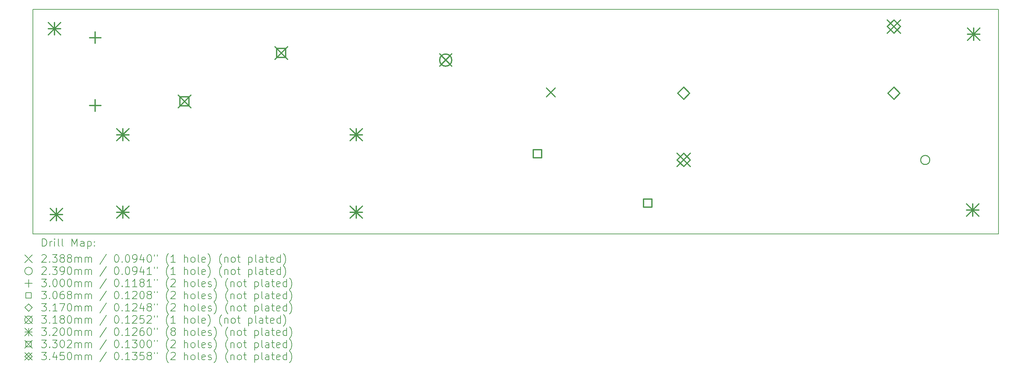
<source format=gbr>
%TF.GenerationSoftware,KiCad,Pcbnew,7.0.9*%
%TF.CreationDate,2024-04-01T22:02:27-07:00*%
%TF.ProjectId,AVcarrierBoard,41566361-7272-4696-9572-426f6172642e,rev?*%
%TF.SameCoordinates,Original*%
%TF.FileFunction,Drillmap*%
%TF.FilePolarity,Positive*%
%FSLAX45Y45*%
G04 Gerber Fmt 4.5, Leading zero omitted, Abs format (unit mm)*
G04 Created by KiCad (PCBNEW 7.0.9) date 2024-04-01 22:02:27*
%MOMM*%
%LPD*%
G01*
G04 APERTURE LIST*
%ADD10C,0.200000*%
%ADD11C,0.238760*%
%ADD12C,0.239000*%
%ADD13C,0.299999*%
%ADD14C,0.306832*%
%ADD15C,0.317000*%
%ADD16C,0.318000*%
%ADD17C,0.320000*%
%ADD18C,0.330200*%
%ADD19C,0.345000*%
G04 APERTURE END LIST*
D10*
X2276500Y-6557000D02*
X27636500Y-6557000D01*
X27636500Y-12457000D01*
X2276500Y-12457000D01*
X2276500Y-6557000D01*
D11*
X15758160Y-8618220D02*
X15996920Y-8856980D01*
X15996920Y-8618220D02*
X15758160Y-8856980D01*
D12*
X25833500Y-10513500D02*
G75*
G03*
X25833500Y-10513500I-119500J0D01*
G01*
D13*
X3916680Y-7153044D02*
X3916680Y-7453043D01*
X3766680Y-7303044D02*
X4066680Y-7303044D01*
X3916680Y-8933040D02*
X3916680Y-9233040D01*
X3766680Y-9083040D02*
X4066680Y-9083040D01*
D14*
X15640582Y-10458983D02*
X15640582Y-10242018D01*
X15423617Y-10242018D01*
X15423617Y-10458983D01*
X15640582Y-10458983D01*
X18534913Y-11754382D02*
X18534913Y-11537417D01*
X18317948Y-11537417D01*
X18317948Y-11754382D01*
X18534913Y-11754382D01*
D15*
X19372000Y-8921500D02*
X19530500Y-8763000D01*
X19372000Y-8604500D01*
X19213500Y-8763000D01*
X19372000Y-8921500D01*
X24892000Y-8921500D02*
X25050500Y-8763000D01*
X24892000Y-8604500D01*
X24733500Y-8763000D01*
X24892000Y-8921500D01*
D16*
X12962000Y-7733000D02*
X13280000Y-8051000D01*
X13280000Y-7733000D02*
X12962000Y-8051000D01*
X13280000Y-7892000D02*
G75*
G03*
X13280000Y-7892000I-159000J0D01*
G01*
D17*
X2684800Y-6911360D02*
X3004800Y-7231360D01*
X3004800Y-6911360D02*
X2684800Y-7231360D01*
X2844800Y-6911360D02*
X2844800Y-7231360D01*
X2684800Y-7071360D02*
X3004800Y-7071360D01*
X2740680Y-11783080D02*
X3060680Y-12103080D01*
X3060680Y-11783080D02*
X2740680Y-12103080D01*
X2900680Y-11783080D02*
X2900680Y-12103080D01*
X2740680Y-11943080D02*
X3060680Y-11943080D01*
X4481875Y-9690375D02*
X4801875Y-10010375D01*
X4801875Y-9690375D02*
X4481875Y-10010375D01*
X4641875Y-9690375D02*
X4641875Y-10010375D01*
X4481875Y-9850375D02*
X4801875Y-9850375D01*
X4481875Y-11722375D02*
X4801875Y-12042375D01*
X4801875Y-11722375D02*
X4481875Y-12042375D01*
X4641875Y-11722375D02*
X4641875Y-12042375D01*
X4481875Y-11882375D02*
X4801875Y-11882375D01*
X10609625Y-9690375D02*
X10929625Y-10010375D01*
X10929625Y-9690375D02*
X10609625Y-10010375D01*
X10769625Y-9690375D02*
X10769625Y-10010375D01*
X10609625Y-9850375D02*
X10929625Y-9850375D01*
X10609625Y-11722375D02*
X10929625Y-12042375D01*
X10929625Y-11722375D02*
X10609625Y-12042375D01*
X10769625Y-11722375D02*
X10769625Y-12042375D01*
X10609625Y-11882375D02*
X10929625Y-11882375D01*
X26799560Y-11666240D02*
X27119560Y-11986240D01*
X27119560Y-11666240D02*
X26799560Y-11986240D01*
X26959560Y-11666240D02*
X26959560Y-11986240D01*
X26799560Y-11826240D02*
X27119560Y-11826240D01*
X26824960Y-7053600D02*
X27144960Y-7373600D01*
X27144960Y-7053600D02*
X26824960Y-7373600D01*
X26984960Y-7053600D02*
X26984960Y-7373600D01*
X26824960Y-7213600D02*
X27144960Y-7213600D01*
D18*
X6096580Y-8810500D02*
X6426780Y-9140700D01*
X6426780Y-8810500D02*
X6096580Y-9140700D01*
X6378424Y-9092344D02*
X6378424Y-8858856D01*
X6144936Y-8858856D01*
X6144936Y-9092344D01*
X6378424Y-9092344D01*
X8636580Y-7540500D02*
X8966780Y-7870700D01*
X8966780Y-7540500D02*
X8636580Y-7870700D01*
X8918424Y-7822344D02*
X8918424Y-7588856D01*
X8684936Y-7588856D01*
X8684936Y-7822344D01*
X8918424Y-7822344D01*
D19*
X19199500Y-10341000D02*
X19544500Y-10686000D01*
X19544500Y-10341000D02*
X19199500Y-10686000D01*
X19372000Y-10686000D02*
X19544500Y-10513500D01*
X19372000Y-10341000D01*
X19199500Y-10513500D01*
X19372000Y-10686000D01*
X24719500Y-6840000D02*
X25064500Y-7185000D01*
X25064500Y-6840000D02*
X24719500Y-7185000D01*
X24892000Y-7185000D02*
X25064500Y-7012500D01*
X24892000Y-6840000D01*
X24719500Y-7012500D01*
X24892000Y-7185000D01*
D10*
X2527277Y-12778484D02*
X2527277Y-12578484D01*
X2527277Y-12578484D02*
X2574896Y-12578484D01*
X2574896Y-12578484D02*
X2603467Y-12588008D01*
X2603467Y-12588008D02*
X2622515Y-12607055D01*
X2622515Y-12607055D02*
X2632039Y-12626103D01*
X2632039Y-12626103D02*
X2641563Y-12664198D01*
X2641563Y-12664198D02*
X2641563Y-12692769D01*
X2641563Y-12692769D02*
X2632039Y-12730865D01*
X2632039Y-12730865D02*
X2622515Y-12749912D01*
X2622515Y-12749912D02*
X2603467Y-12768960D01*
X2603467Y-12768960D02*
X2574896Y-12778484D01*
X2574896Y-12778484D02*
X2527277Y-12778484D01*
X2727277Y-12778484D02*
X2727277Y-12645150D01*
X2727277Y-12683246D02*
X2736801Y-12664198D01*
X2736801Y-12664198D02*
X2746324Y-12654674D01*
X2746324Y-12654674D02*
X2765372Y-12645150D01*
X2765372Y-12645150D02*
X2784420Y-12645150D01*
X2851086Y-12778484D02*
X2851086Y-12645150D01*
X2851086Y-12578484D02*
X2841562Y-12588008D01*
X2841562Y-12588008D02*
X2851086Y-12597531D01*
X2851086Y-12597531D02*
X2860610Y-12588008D01*
X2860610Y-12588008D02*
X2851086Y-12578484D01*
X2851086Y-12578484D02*
X2851086Y-12597531D01*
X2974896Y-12778484D02*
X2955848Y-12768960D01*
X2955848Y-12768960D02*
X2946324Y-12749912D01*
X2946324Y-12749912D02*
X2946324Y-12578484D01*
X3079658Y-12778484D02*
X3060610Y-12768960D01*
X3060610Y-12768960D02*
X3051086Y-12749912D01*
X3051086Y-12749912D02*
X3051086Y-12578484D01*
X3308229Y-12778484D02*
X3308229Y-12578484D01*
X3308229Y-12578484D02*
X3374896Y-12721341D01*
X3374896Y-12721341D02*
X3441562Y-12578484D01*
X3441562Y-12578484D02*
X3441562Y-12778484D01*
X3622515Y-12778484D02*
X3622515Y-12673722D01*
X3622515Y-12673722D02*
X3612991Y-12654674D01*
X3612991Y-12654674D02*
X3593943Y-12645150D01*
X3593943Y-12645150D02*
X3555848Y-12645150D01*
X3555848Y-12645150D02*
X3536801Y-12654674D01*
X3622515Y-12768960D02*
X3603467Y-12778484D01*
X3603467Y-12778484D02*
X3555848Y-12778484D01*
X3555848Y-12778484D02*
X3536801Y-12768960D01*
X3536801Y-12768960D02*
X3527277Y-12749912D01*
X3527277Y-12749912D02*
X3527277Y-12730865D01*
X3527277Y-12730865D02*
X3536801Y-12711817D01*
X3536801Y-12711817D02*
X3555848Y-12702293D01*
X3555848Y-12702293D02*
X3603467Y-12702293D01*
X3603467Y-12702293D02*
X3622515Y-12692769D01*
X3717753Y-12645150D02*
X3717753Y-12845150D01*
X3717753Y-12654674D02*
X3736801Y-12645150D01*
X3736801Y-12645150D02*
X3774896Y-12645150D01*
X3774896Y-12645150D02*
X3793943Y-12654674D01*
X3793943Y-12654674D02*
X3803467Y-12664198D01*
X3803467Y-12664198D02*
X3812991Y-12683246D01*
X3812991Y-12683246D02*
X3812991Y-12740388D01*
X3812991Y-12740388D02*
X3803467Y-12759436D01*
X3803467Y-12759436D02*
X3793943Y-12768960D01*
X3793943Y-12768960D02*
X3774896Y-12778484D01*
X3774896Y-12778484D02*
X3736801Y-12778484D01*
X3736801Y-12778484D02*
X3717753Y-12768960D01*
X3898705Y-12759436D02*
X3908229Y-12768960D01*
X3908229Y-12768960D02*
X3898705Y-12778484D01*
X3898705Y-12778484D02*
X3889182Y-12768960D01*
X3889182Y-12768960D02*
X3898705Y-12759436D01*
X3898705Y-12759436D02*
X3898705Y-12778484D01*
X3898705Y-12654674D02*
X3908229Y-12664198D01*
X3908229Y-12664198D02*
X3898705Y-12673722D01*
X3898705Y-12673722D02*
X3889182Y-12664198D01*
X3889182Y-12664198D02*
X3898705Y-12654674D01*
X3898705Y-12654674D02*
X3898705Y-12673722D01*
X2066500Y-13007000D02*
X2266500Y-13207000D01*
X2266500Y-13007000D02*
X2066500Y-13207000D01*
X2517753Y-13017531D02*
X2527277Y-13008008D01*
X2527277Y-13008008D02*
X2546324Y-12998484D01*
X2546324Y-12998484D02*
X2593944Y-12998484D01*
X2593944Y-12998484D02*
X2612991Y-13008008D01*
X2612991Y-13008008D02*
X2622515Y-13017531D01*
X2622515Y-13017531D02*
X2632039Y-13036579D01*
X2632039Y-13036579D02*
X2632039Y-13055627D01*
X2632039Y-13055627D02*
X2622515Y-13084198D01*
X2622515Y-13084198D02*
X2508229Y-13198484D01*
X2508229Y-13198484D02*
X2632039Y-13198484D01*
X2717753Y-13179436D02*
X2727277Y-13188960D01*
X2727277Y-13188960D02*
X2717753Y-13198484D01*
X2717753Y-13198484D02*
X2708229Y-13188960D01*
X2708229Y-13188960D02*
X2717753Y-13179436D01*
X2717753Y-13179436D02*
X2717753Y-13198484D01*
X2793944Y-12998484D02*
X2917753Y-12998484D01*
X2917753Y-12998484D02*
X2851086Y-13074674D01*
X2851086Y-13074674D02*
X2879658Y-13074674D01*
X2879658Y-13074674D02*
X2898705Y-13084198D01*
X2898705Y-13084198D02*
X2908229Y-13093722D01*
X2908229Y-13093722D02*
X2917753Y-13112769D01*
X2917753Y-13112769D02*
X2917753Y-13160388D01*
X2917753Y-13160388D02*
X2908229Y-13179436D01*
X2908229Y-13179436D02*
X2898705Y-13188960D01*
X2898705Y-13188960D02*
X2879658Y-13198484D01*
X2879658Y-13198484D02*
X2822515Y-13198484D01*
X2822515Y-13198484D02*
X2803467Y-13188960D01*
X2803467Y-13188960D02*
X2793944Y-13179436D01*
X3032039Y-13084198D02*
X3012991Y-13074674D01*
X3012991Y-13074674D02*
X3003467Y-13065150D01*
X3003467Y-13065150D02*
X2993943Y-13046103D01*
X2993943Y-13046103D02*
X2993943Y-13036579D01*
X2993943Y-13036579D02*
X3003467Y-13017531D01*
X3003467Y-13017531D02*
X3012991Y-13008008D01*
X3012991Y-13008008D02*
X3032039Y-12998484D01*
X3032039Y-12998484D02*
X3070134Y-12998484D01*
X3070134Y-12998484D02*
X3089182Y-13008008D01*
X3089182Y-13008008D02*
X3098705Y-13017531D01*
X3098705Y-13017531D02*
X3108229Y-13036579D01*
X3108229Y-13036579D02*
X3108229Y-13046103D01*
X3108229Y-13046103D02*
X3098705Y-13065150D01*
X3098705Y-13065150D02*
X3089182Y-13074674D01*
X3089182Y-13074674D02*
X3070134Y-13084198D01*
X3070134Y-13084198D02*
X3032039Y-13084198D01*
X3032039Y-13084198D02*
X3012991Y-13093722D01*
X3012991Y-13093722D02*
X3003467Y-13103246D01*
X3003467Y-13103246D02*
X2993943Y-13122293D01*
X2993943Y-13122293D02*
X2993943Y-13160388D01*
X2993943Y-13160388D02*
X3003467Y-13179436D01*
X3003467Y-13179436D02*
X3012991Y-13188960D01*
X3012991Y-13188960D02*
X3032039Y-13198484D01*
X3032039Y-13198484D02*
X3070134Y-13198484D01*
X3070134Y-13198484D02*
X3089182Y-13188960D01*
X3089182Y-13188960D02*
X3098705Y-13179436D01*
X3098705Y-13179436D02*
X3108229Y-13160388D01*
X3108229Y-13160388D02*
X3108229Y-13122293D01*
X3108229Y-13122293D02*
X3098705Y-13103246D01*
X3098705Y-13103246D02*
X3089182Y-13093722D01*
X3089182Y-13093722D02*
X3070134Y-13084198D01*
X3222515Y-13084198D02*
X3203467Y-13074674D01*
X3203467Y-13074674D02*
X3193943Y-13065150D01*
X3193943Y-13065150D02*
X3184420Y-13046103D01*
X3184420Y-13046103D02*
X3184420Y-13036579D01*
X3184420Y-13036579D02*
X3193943Y-13017531D01*
X3193943Y-13017531D02*
X3203467Y-13008008D01*
X3203467Y-13008008D02*
X3222515Y-12998484D01*
X3222515Y-12998484D02*
X3260610Y-12998484D01*
X3260610Y-12998484D02*
X3279658Y-13008008D01*
X3279658Y-13008008D02*
X3289182Y-13017531D01*
X3289182Y-13017531D02*
X3298705Y-13036579D01*
X3298705Y-13036579D02*
X3298705Y-13046103D01*
X3298705Y-13046103D02*
X3289182Y-13065150D01*
X3289182Y-13065150D02*
X3279658Y-13074674D01*
X3279658Y-13074674D02*
X3260610Y-13084198D01*
X3260610Y-13084198D02*
X3222515Y-13084198D01*
X3222515Y-13084198D02*
X3203467Y-13093722D01*
X3203467Y-13093722D02*
X3193943Y-13103246D01*
X3193943Y-13103246D02*
X3184420Y-13122293D01*
X3184420Y-13122293D02*
X3184420Y-13160388D01*
X3184420Y-13160388D02*
X3193943Y-13179436D01*
X3193943Y-13179436D02*
X3203467Y-13188960D01*
X3203467Y-13188960D02*
X3222515Y-13198484D01*
X3222515Y-13198484D02*
X3260610Y-13198484D01*
X3260610Y-13198484D02*
X3279658Y-13188960D01*
X3279658Y-13188960D02*
X3289182Y-13179436D01*
X3289182Y-13179436D02*
X3298705Y-13160388D01*
X3298705Y-13160388D02*
X3298705Y-13122293D01*
X3298705Y-13122293D02*
X3289182Y-13103246D01*
X3289182Y-13103246D02*
X3279658Y-13093722D01*
X3279658Y-13093722D02*
X3260610Y-13084198D01*
X3384420Y-13198484D02*
X3384420Y-13065150D01*
X3384420Y-13084198D02*
X3393943Y-13074674D01*
X3393943Y-13074674D02*
X3412991Y-13065150D01*
X3412991Y-13065150D02*
X3441563Y-13065150D01*
X3441563Y-13065150D02*
X3460610Y-13074674D01*
X3460610Y-13074674D02*
X3470134Y-13093722D01*
X3470134Y-13093722D02*
X3470134Y-13198484D01*
X3470134Y-13093722D02*
X3479658Y-13074674D01*
X3479658Y-13074674D02*
X3498705Y-13065150D01*
X3498705Y-13065150D02*
X3527277Y-13065150D01*
X3527277Y-13065150D02*
X3546324Y-13074674D01*
X3546324Y-13074674D02*
X3555848Y-13093722D01*
X3555848Y-13093722D02*
X3555848Y-13198484D01*
X3651086Y-13198484D02*
X3651086Y-13065150D01*
X3651086Y-13084198D02*
X3660610Y-13074674D01*
X3660610Y-13074674D02*
X3679658Y-13065150D01*
X3679658Y-13065150D02*
X3708229Y-13065150D01*
X3708229Y-13065150D02*
X3727277Y-13074674D01*
X3727277Y-13074674D02*
X3736801Y-13093722D01*
X3736801Y-13093722D02*
X3736801Y-13198484D01*
X3736801Y-13093722D02*
X3746324Y-13074674D01*
X3746324Y-13074674D02*
X3765372Y-13065150D01*
X3765372Y-13065150D02*
X3793943Y-13065150D01*
X3793943Y-13065150D02*
X3812991Y-13074674D01*
X3812991Y-13074674D02*
X3822515Y-13093722D01*
X3822515Y-13093722D02*
X3822515Y-13198484D01*
X4212991Y-12988960D02*
X4041563Y-13246103D01*
X4470134Y-12998484D02*
X4489182Y-12998484D01*
X4489182Y-12998484D02*
X4508229Y-13008008D01*
X4508229Y-13008008D02*
X4517753Y-13017531D01*
X4517753Y-13017531D02*
X4527277Y-13036579D01*
X4527277Y-13036579D02*
X4536801Y-13074674D01*
X4536801Y-13074674D02*
X4536801Y-13122293D01*
X4536801Y-13122293D02*
X4527277Y-13160388D01*
X4527277Y-13160388D02*
X4517753Y-13179436D01*
X4517753Y-13179436D02*
X4508229Y-13188960D01*
X4508229Y-13188960D02*
X4489182Y-13198484D01*
X4489182Y-13198484D02*
X4470134Y-13198484D01*
X4470134Y-13198484D02*
X4451087Y-13188960D01*
X4451087Y-13188960D02*
X4441563Y-13179436D01*
X4441563Y-13179436D02*
X4432039Y-13160388D01*
X4432039Y-13160388D02*
X4422515Y-13122293D01*
X4422515Y-13122293D02*
X4422515Y-13074674D01*
X4422515Y-13074674D02*
X4432039Y-13036579D01*
X4432039Y-13036579D02*
X4441563Y-13017531D01*
X4441563Y-13017531D02*
X4451087Y-13008008D01*
X4451087Y-13008008D02*
X4470134Y-12998484D01*
X4622515Y-13179436D02*
X4632039Y-13188960D01*
X4632039Y-13188960D02*
X4622515Y-13198484D01*
X4622515Y-13198484D02*
X4612991Y-13188960D01*
X4612991Y-13188960D02*
X4622515Y-13179436D01*
X4622515Y-13179436D02*
X4622515Y-13198484D01*
X4755848Y-12998484D02*
X4774896Y-12998484D01*
X4774896Y-12998484D02*
X4793944Y-13008008D01*
X4793944Y-13008008D02*
X4803468Y-13017531D01*
X4803468Y-13017531D02*
X4812991Y-13036579D01*
X4812991Y-13036579D02*
X4822515Y-13074674D01*
X4822515Y-13074674D02*
X4822515Y-13122293D01*
X4822515Y-13122293D02*
X4812991Y-13160388D01*
X4812991Y-13160388D02*
X4803468Y-13179436D01*
X4803468Y-13179436D02*
X4793944Y-13188960D01*
X4793944Y-13188960D02*
X4774896Y-13198484D01*
X4774896Y-13198484D02*
X4755848Y-13198484D01*
X4755848Y-13198484D02*
X4736801Y-13188960D01*
X4736801Y-13188960D02*
X4727277Y-13179436D01*
X4727277Y-13179436D02*
X4717753Y-13160388D01*
X4717753Y-13160388D02*
X4708229Y-13122293D01*
X4708229Y-13122293D02*
X4708229Y-13074674D01*
X4708229Y-13074674D02*
X4717753Y-13036579D01*
X4717753Y-13036579D02*
X4727277Y-13017531D01*
X4727277Y-13017531D02*
X4736801Y-13008008D01*
X4736801Y-13008008D02*
X4755848Y-12998484D01*
X4917753Y-13198484D02*
X4955848Y-13198484D01*
X4955848Y-13198484D02*
X4974896Y-13188960D01*
X4974896Y-13188960D02*
X4984420Y-13179436D01*
X4984420Y-13179436D02*
X5003468Y-13150865D01*
X5003468Y-13150865D02*
X5012991Y-13112769D01*
X5012991Y-13112769D02*
X5012991Y-13036579D01*
X5012991Y-13036579D02*
X5003468Y-13017531D01*
X5003468Y-13017531D02*
X4993944Y-13008008D01*
X4993944Y-13008008D02*
X4974896Y-12998484D01*
X4974896Y-12998484D02*
X4936801Y-12998484D01*
X4936801Y-12998484D02*
X4917753Y-13008008D01*
X4917753Y-13008008D02*
X4908229Y-13017531D01*
X4908229Y-13017531D02*
X4898706Y-13036579D01*
X4898706Y-13036579D02*
X4898706Y-13084198D01*
X4898706Y-13084198D02*
X4908229Y-13103246D01*
X4908229Y-13103246D02*
X4917753Y-13112769D01*
X4917753Y-13112769D02*
X4936801Y-13122293D01*
X4936801Y-13122293D02*
X4974896Y-13122293D01*
X4974896Y-13122293D02*
X4993944Y-13112769D01*
X4993944Y-13112769D02*
X5003468Y-13103246D01*
X5003468Y-13103246D02*
X5012991Y-13084198D01*
X5184420Y-13065150D02*
X5184420Y-13198484D01*
X5136801Y-12988960D02*
X5089182Y-13131817D01*
X5089182Y-13131817D02*
X5212991Y-13131817D01*
X5327277Y-12998484D02*
X5346325Y-12998484D01*
X5346325Y-12998484D02*
X5365372Y-13008008D01*
X5365372Y-13008008D02*
X5374896Y-13017531D01*
X5374896Y-13017531D02*
X5384420Y-13036579D01*
X5384420Y-13036579D02*
X5393944Y-13074674D01*
X5393944Y-13074674D02*
X5393944Y-13122293D01*
X5393944Y-13122293D02*
X5384420Y-13160388D01*
X5384420Y-13160388D02*
X5374896Y-13179436D01*
X5374896Y-13179436D02*
X5365372Y-13188960D01*
X5365372Y-13188960D02*
X5346325Y-13198484D01*
X5346325Y-13198484D02*
X5327277Y-13198484D01*
X5327277Y-13198484D02*
X5308229Y-13188960D01*
X5308229Y-13188960D02*
X5298706Y-13179436D01*
X5298706Y-13179436D02*
X5289182Y-13160388D01*
X5289182Y-13160388D02*
X5279658Y-13122293D01*
X5279658Y-13122293D02*
X5279658Y-13074674D01*
X5279658Y-13074674D02*
X5289182Y-13036579D01*
X5289182Y-13036579D02*
X5298706Y-13017531D01*
X5298706Y-13017531D02*
X5308229Y-13008008D01*
X5308229Y-13008008D02*
X5327277Y-12998484D01*
X5470134Y-12998484D02*
X5470134Y-13036579D01*
X5546325Y-12998484D02*
X5546325Y-13036579D01*
X5841563Y-13274674D02*
X5832039Y-13265150D01*
X5832039Y-13265150D02*
X5812991Y-13236579D01*
X5812991Y-13236579D02*
X5803468Y-13217531D01*
X5803468Y-13217531D02*
X5793944Y-13188960D01*
X5793944Y-13188960D02*
X5784420Y-13141341D01*
X5784420Y-13141341D02*
X5784420Y-13103246D01*
X5784420Y-13103246D02*
X5793944Y-13055627D01*
X5793944Y-13055627D02*
X5803468Y-13027055D01*
X5803468Y-13027055D02*
X5812991Y-13008008D01*
X5812991Y-13008008D02*
X5832039Y-12979436D01*
X5832039Y-12979436D02*
X5841563Y-12969912D01*
X6022515Y-13198484D02*
X5908229Y-13198484D01*
X5965372Y-13198484D02*
X5965372Y-12998484D01*
X5965372Y-12998484D02*
X5946325Y-13027055D01*
X5946325Y-13027055D02*
X5927277Y-13046103D01*
X5927277Y-13046103D02*
X5908229Y-13055627D01*
X6260610Y-13198484D02*
X6260610Y-12998484D01*
X6346325Y-13198484D02*
X6346325Y-13093722D01*
X6346325Y-13093722D02*
X6336801Y-13074674D01*
X6336801Y-13074674D02*
X6317753Y-13065150D01*
X6317753Y-13065150D02*
X6289182Y-13065150D01*
X6289182Y-13065150D02*
X6270134Y-13074674D01*
X6270134Y-13074674D02*
X6260610Y-13084198D01*
X6470134Y-13198484D02*
X6451087Y-13188960D01*
X6451087Y-13188960D02*
X6441563Y-13179436D01*
X6441563Y-13179436D02*
X6432039Y-13160388D01*
X6432039Y-13160388D02*
X6432039Y-13103246D01*
X6432039Y-13103246D02*
X6441563Y-13084198D01*
X6441563Y-13084198D02*
X6451087Y-13074674D01*
X6451087Y-13074674D02*
X6470134Y-13065150D01*
X6470134Y-13065150D02*
X6498706Y-13065150D01*
X6498706Y-13065150D02*
X6517753Y-13074674D01*
X6517753Y-13074674D02*
X6527277Y-13084198D01*
X6527277Y-13084198D02*
X6536801Y-13103246D01*
X6536801Y-13103246D02*
X6536801Y-13160388D01*
X6536801Y-13160388D02*
X6527277Y-13179436D01*
X6527277Y-13179436D02*
X6517753Y-13188960D01*
X6517753Y-13188960D02*
X6498706Y-13198484D01*
X6498706Y-13198484D02*
X6470134Y-13198484D01*
X6651087Y-13198484D02*
X6632039Y-13188960D01*
X6632039Y-13188960D02*
X6622515Y-13169912D01*
X6622515Y-13169912D02*
X6622515Y-12998484D01*
X6803468Y-13188960D02*
X6784420Y-13198484D01*
X6784420Y-13198484D02*
X6746325Y-13198484D01*
X6746325Y-13198484D02*
X6727277Y-13188960D01*
X6727277Y-13188960D02*
X6717753Y-13169912D01*
X6717753Y-13169912D02*
X6717753Y-13093722D01*
X6717753Y-13093722D02*
X6727277Y-13074674D01*
X6727277Y-13074674D02*
X6746325Y-13065150D01*
X6746325Y-13065150D02*
X6784420Y-13065150D01*
X6784420Y-13065150D02*
X6803468Y-13074674D01*
X6803468Y-13074674D02*
X6812991Y-13093722D01*
X6812991Y-13093722D02*
X6812991Y-13112769D01*
X6812991Y-13112769D02*
X6717753Y-13131817D01*
X6879658Y-13274674D02*
X6889182Y-13265150D01*
X6889182Y-13265150D02*
X6908230Y-13236579D01*
X6908230Y-13236579D02*
X6917753Y-13217531D01*
X6917753Y-13217531D02*
X6927277Y-13188960D01*
X6927277Y-13188960D02*
X6936801Y-13141341D01*
X6936801Y-13141341D02*
X6936801Y-13103246D01*
X6936801Y-13103246D02*
X6927277Y-13055627D01*
X6927277Y-13055627D02*
X6917753Y-13027055D01*
X6917753Y-13027055D02*
X6908230Y-13008008D01*
X6908230Y-13008008D02*
X6889182Y-12979436D01*
X6889182Y-12979436D02*
X6879658Y-12969912D01*
X7241563Y-13274674D02*
X7232039Y-13265150D01*
X7232039Y-13265150D02*
X7212991Y-13236579D01*
X7212991Y-13236579D02*
X7203468Y-13217531D01*
X7203468Y-13217531D02*
X7193944Y-13188960D01*
X7193944Y-13188960D02*
X7184420Y-13141341D01*
X7184420Y-13141341D02*
X7184420Y-13103246D01*
X7184420Y-13103246D02*
X7193944Y-13055627D01*
X7193944Y-13055627D02*
X7203468Y-13027055D01*
X7203468Y-13027055D02*
X7212991Y-13008008D01*
X7212991Y-13008008D02*
X7232039Y-12979436D01*
X7232039Y-12979436D02*
X7241563Y-12969912D01*
X7317753Y-13065150D02*
X7317753Y-13198484D01*
X7317753Y-13084198D02*
X7327277Y-13074674D01*
X7327277Y-13074674D02*
X7346325Y-13065150D01*
X7346325Y-13065150D02*
X7374896Y-13065150D01*
X7374896Y-13065150D02*
X7393944Y-13074674D01*
X7393944Y-13074674D02*
X7403468Y-13093722D01*
X7403468Y-13093722D02*
X7403468Y-13198484D01*
X7527277Y-13198484D02*
X7508230Y-13188960D01*
X7508230Y-13188960D02*
X7498706Y-13179436D01*
X7498706Y-13179436D02*
X7489182Y-13160388D01*
X7489182Y-13160388D02*
X7489182Y-13103246D01*
X7489182Y-13103246D02*
X7498706Y-13084198D01*
X7498706Y-13084198D02*
X7508230Y-13074674D01*
X7508230Y-13074674D02*
X7527277Y-13065150D01*
X7527277Y-13065150D02*
X7555849Y-13065150D01*
X7555849Y-13065150D02*
X7574896Y-13074674D01*
X7574896Y-13074674D02*
X7584420Y-13084198D01*
X7584420Y-13084198D02*
X7593944Y-13103246D01*
X7593944Y-13103246D02*
X7593944Y-13160388D01*
X7593944Y-13160388D02*
X7584420Y-13179436D01*
X7584420Y-13179436D02*
X7574896Y-13188960D01*
X7574896Y-13188960D02*
X7555849Y-13198484D01*
X7555849Y-13198484D02*
X7527277Y-13198484D01*
X7651087Y-13065150D02*
X7727277Y-13065150D01*
X7679658Y-12998484D02*
X7679658Y-13169912D01*
X7679658Y-13169912D02*
X7689182Y-13188960D01*
X7689182Y-13188960D02*
X7708230Y-13198484D01*
X7708230Y-13198484D02*
X7727277Y-13198484D01*
X7946325Y-13065150D02*
X7946325Y-13265150D01*
X7946325Y-13074674D02*
X7965372Y-13065150D01*
X7965372Y-13065150D02*
X8003468Y-13065150D01*
X8003468Y-13065150D02*
X8022515Y-13074674D01*
X8022515Y-13074674D02*
X8032039Y-13084198D01*
X8032039Y-13084198D02*
X8041563Y-13103246D01*
X8041563Y-13103246D02*
X8041563Y-13160388D01*
X8041563Y-13160388D02*
X8032039Y-13179436D01*
X8032039Y-13179436D02*
X8022515Y-13188960D01*
X8022515Y-13188960D02*
X8003468Y-13198484D01*
X8003468Y-13198484D02*
X7965372Y-13198484D01*
X7965372Y-13198484D02*
X7946325Y-13188960D01*
X8155849Y-13198484D02*
X8136801Y-13188960D01*
X8136801Y-13188960D02*
X8127277Y-13169912D01*
X8127277Y-13169912D02*
X8127277Y-12998484D01*
X8317753Y-13198484D02*
X8317753Y-13093722D01*
X8317753Y-13093722D02*
X8308230Y-13074674D01*
X8308230Y-13074674D02*
X8289182Y-13065150D01*
X8289182Y-13065150D02*
X8251087Y-13065150D01*
X8251087Y-13065150D02*
X8232039Y-13074674D01*
X8317753Y-13188960D02*
X8298706Y-13198484D01*
X8298706Y-13198484D02*
X8251087Y-13198484D01*
X8251087Y-13198484D02*
X8232039Y-13188960D01*
X8232039Y-13188960D02*
X8222515Y-13169912D01*
X8222515Y-13169912D02*
X8222515Y-13150865D01*
X8222515Y-13150865D02*
X8232039Y-13131817D01*
X8232039Y-13131817D02*
X8251087Y-13122293D01*
X8251087Y-13122293D02*
X8298706Y-13122293D01*
X8298706Y-13122293D02*
X8317753Y-13112769D01*
X8384420Y-13065150D02*
X8460611Y-13065150D01*
X8412992Y-12998484D02*
X8412992Y-13169912D01*
X8412992Y-13169912D02*
X8422515Y-13188960D01*
X8422515Y-13188960D02*
X8441563Y-13198484D01*
X8441563Y-13198484D02*
X8460611Y-13198484D01*
X8603468Y-13188960D02*
X8584420Y-13198484D01*
X8584420Y-13198484D02*
X8546325Y-13198484D01*
X8546325Y-13198484D02*
X8527277Y-13188960D01*
X8527277Y-13188960D02*
X8517754Y-13169912D01*
X8517754Y-13169912D02*
X8517754Y-13093722D01*
X8517754Y-13093722D02*
X8527277Y-13074674D01*
X8527277Y-13074674D02*
X8546325Y-13065150D01*
X8546325Y-13065150D02*
X8584420Y-13065150D01*
X8584420Y-13065150D02*
X8603468Y-13074674D01*
X8603468Y-13074674D02*
X8612992Y-13093722D01*
X8612992Y-13093722D02*
X8612992Y-13112769D01*
X8612992Y-13112769D02*
X8517754Y-13131817D01*
X8784420Y-13198484D02*
X8784420Y-12998484D01*
X8784420Y-13188960D02*
X8765373Y-13198484D01*
X8765373Y-13198484D02*
X8727277Y-13198484D01*
X8727277Y-13198484D02*
X8708230Y-13188960D01*
X8708230Y-13188960D02*
X8698706Y-13179436D01*
X8698706Y-13179436D02*
X8689182Y-13160388D01*
X8689182Y-13160388D02*
X8689182Y-13103246D01*
X8689182Y-13103246D02*
X8698706Y-13084198D01*
X8698706Y-13084198D02*
X8708230Y-13074674D01*
X8708230Y-13074674D02*
X8727277Y-13065150D01*
X8727277Y-13065150D02*
X8765373Y-13065150D01*
X8765373Y-13065150D02*
X8784420Y-13074674D01*
X8860611Y-13274674D02*
X8870135Y-13265150D01*
X8870135Y-13265150D02*
X8889182Y-13236579D01*
X8889182Y-13236579D02*
X8898706Y-13217531D01*
X8898706Y-13217531D02*
X8908230Y-13188960D01*
X8908230Y-13188960D02*
X8917754Y-13141341D01*
X8917754Y-13141341D02*
X8917754Y-13103246D01*
X8917754Y-13103246D02*
X8908230Y-13055627D01*
X8908230Y-13055627D02*
X8898706Y-13027055D01*
X8898706Y-13027055D02*
X8889182Y-13008008D01*
X8889182Y-13008008D02*
X8870135Y-12979436D01*
X8870135Y-12979436D02*
X8860611Y-12969912D01*
X2266500Y-13427000D02*
G75*
G03*
X2266500Y-13427000I-100000J0D01*
G01*
X2517753Y-13337531D02*
X2527277Y-13328008D01*
X2527277Y-13328008D02*
X2546324Y-13318484D01*
X2546324Y-13318484D02*
X2593944Y-13318484D01*
X2593944Y-13318484D02*
X2612991Y-13328008D01*
X2612991Y-13328008D02*
X2622515Y-13337531D01*
X2622515Y-13337531D02*
X2632039Y-13356579D01*
X2632039Y-13356579D02*
X2632039Y-13375627D01*
X2632039Y-13375627D02*
X2622515Y-13404198D01*
X2622515Y-13404198D02*
X2508229Y-13518484D01*
X2508229Y-13518484D02*
X2632039Y-13518484D01*
X2717753Y-13499436D02*
X2727277Y-13508960D01*
X2727277Y-13508960D02*
X2717753Y-13518484D01*
X2717753Y-13518484D02*
X2708229Y-13508960D01*
X2708229Y-13508960D02*
X2717753Y-13499436D01*
X2717753Y-13499436D02*
X2717753Y-13518484D01*
X2793944Y-13318484D02*
X2917753Y-13318484D01*
X2917753Y-13318484D02*
X2851086Y-13394674D01*
X2851086Y-13394674D02*
X2879658Y-13394674D01*
X2879658Y-13394674D02*
X2898705Y-13404198D01*
X2898705Y-13404198D02*
X2908229Y-13413722D01*
X2908229Y-13413722D02*
X2917753Y-13432769D01*
X2917753Y-13432769D02*
X2917753Y-13480388D01*
X2917753Y-13480388D02*
X2908229Y-13499436D01*
X2908229Y-13499436D02*
X2898705Y-13508960D01*
X2898705Y-13508960D02*
X2879658Y-13518484D01*
X2879658Y-13518484D02*
X2822515Y-13518484D01*
X2822515Y-13518484D02*
X2803467Y-13508960D01*
X2803467Y-13508960D02*
X2793944Y-13499436D01*
X3012991Y-13518484D02*
X3051086Y-13518484D01*
X3051086Y-13518484D02*
X3070134Y-13508960D01*
X3070134Y-13508960D02*
X3079658Y-13499436D01*
X3079658Y-13499436D02*
X3098705Y-13470865D01*
X3098705Y-13470865D02*
X3108229Y-13432769D01*
X3108229Y-13432769D02*
X3108229Y-13356579D01*
X3108229Y-13356579D02*
X3098705Y-13337531D01*
X3098705Y-13337531D02*
X3089182Y-13328008D01*
X3089182Y-13328008D02*
X3070134Y-13318484D01*
X3070134Y-13318484D02*
X3032039Y-13318484D01*
X3032039Y-13318484D02*
X3012991Y-13328008D01*
X3012991Y-13328008D02*
X3003467Y-13337531D01*
X3003467Y-13337531D02*
X2993943Y-13356579D01*
X2993943Y-13356579D02*
X2993943Y-13404198D01*
X2993943Y-13404198D02*
X3003467Y-13423246D01*
X3003467Y-13423246D02*
X3012991Y-13432769D01*
X3012991Y-13432769D02*
X3032039Y-13442293D01*
X3032039Y-13442293D02*
X3070134Y-13442293D01*
X3070134Y-13442293D02*
X3089182Y-13432769D01*
X3089182Y-13432769D02*
X3098705Y-13423246D01*
X3098705Y-13423246D02*
X3108229Y-13404198D01*
X3232039Y-13318484D02*
X3251086Y-13318484D01*
X3251086Y-13318484D02*
X3270134Y-13328008D01*
X3270134Y-13328008D02*
X3279658Y-13337531D01*
X3279658Y-13337531D02*
X3289182Y-13356579D01*
X3289182Y-13356579D02*
X3298705Y-13394674D01*
X3298705Y-13394674D02*
X3298705Y-13442293D01*
X3298705Y-13442293D02*
X3289182Y-13480388D01*
X3289182Y-13480388D02*
X3279658Y-13499436D01*
X3279658Y-13499436D02*
X3270134Y-13508960D01*
X3270134Y-13508960D02*
X3251086Y-13518484D01*
X3251086Y-13518484D02*
X3232039Y-13518484D01*
X3232039Y-13518484D02*
X3212991Y-13508960D01*
X3212991Y-13508960D02*
X3203467Y-13499436D01*
X3203467Y-13499436D02*
X3193943Y-13480388D01*
X3193943Y-13480388D02*
X3184420Y-13442293D01*
X3184420Y-13442293D02*
X3184420Y-13394674D01*
X3184420Y-13394674D02*
X3193943Y-13356579D01*
X3193943Y-13356579D02*
X3203467Y-13337531D01*
X3203467Y-13337531D02*
X3212991Y-13328008D01*
X3212991Y-13328008D02*
X3232039Y-13318484D01*
X3384420Y-13518484D02*
X3384420Y-13385150D01*
X3384420Y-13404198D02*
X3393943Y-13394674D01*
X3393943Y-13394674D02*
X3412991Y-13385150D01*
X3412991Y-13385150D02*
X3441563Y-13385150D01*
X3441563Y-13385150D02*
X3460610Y-13394674D01*
X3460610Y-13394674D02*
X3470134Y-13413722D01*
X3470134Y-13413722D02*
X3470134Y-13518484D01*
X3470134Y-13413722D02*
X3479658Y-13394674D01*
X3479658Y-13394674D02*
X3498705Y-13385150D01*
X3498705Y-13385150D02*
X3527277Y-13385150D01*
X3527277Y-13385150D02*
X3546324Y-13394674D01*
X3546324Y-13394674D02*
X3555848Y-13413722D01*
X3555848Y-13413722D02*
X3555848Y-13518484D01*
X3651086Y-13518484D02*
X3651086Y-13385150D01*
X3651086Y-13404198D02*
X3660610Y-13394674D01*
X3660610Y-13394674D02*
X3679658Y-13385150D01*
X3679658Y-13385150D02*
X3708229Y-13385150D01*
X3708229Y-13385150D02*
X3727277Y-13394674D01*
X3727277Y-13394674D02*
X3736801Y-13413722D01*
X3736801Y-13413722D02*
X3736801Y-13518484D01*
X3736801Y-13413722D02*
X3746324Y-13394674D01*
X3746324Y-13394674D02*
X3765372Y-13385150D01*
X3765372Y-13385150D02*
X3793943Y-13385150D01*
X3793943Y-13385150D02*
X3812991Y-13394674D01*
X3812991Y-13394674D02*
X3822515Y-13413722D01*
X3822515Y-13413722D02*
X3822515Y-13518484D01*
X4212991Y-13308960D02*
X4041563Y-13566103D01*
X4470134Y-13318484D02*
X4489182Y-13318484D01*
X4489182Y-13318484D02*
X4508229Y-13328008D01*
X4508229Y-13328008D02*
X4517753Y-13337531D01*
X4517753Y-13337531D02*
X4527277Y-13356579D01*
X4527277Y-13356579D02*
X4536801Y-13394674D01*
X4536801Y-13394674D02*
X4536801Y-13442293D01*
X4536801Y-13442293D02*
X4527277Y-13480388D01*
X4527277Y-13480388D02*
X4517753Y-13499436D01*
X4517753Y-13499436D02*
X4508229Y-13508960D01*
X4508229Y-13508960D02*
X4489182Y-13518484D01*
X4489182Y-13518484D02*
X4470134Y-13518484D01*
X4470134Y-13518484D02*
X4451087Y-13508960D01*
X4451087Y-13508960D02*
X4441563Y-13499436D01*
X4441563Y-13499436D02*
X4432039Y-13480388D01*
X4432039Y-13480388D02*
X4422515Y-13442293D01*
X4422515Y-13442293D02*
X4422515Y-13394674D01*
X4422515Y-13394674D02*
X4432039Y-13356579D01*
X4432039Y-13356579D02*
X4441563Y-13337531D01*
X4441563Y-13337531D02*
X4451087Y-13328008D01*
X4451087Y-13328008D02*
X4470134Y-13318484D01*
X4622515Y-13499436D02*
X4632039Y-13508960D01*
X4632039Y-13508960D02*
X4622515Y-13518484D01*
X4622515Y-13518484D02*
X4612991Y-13508960D01*
X4612991Y-13508960D02*
X4622515Y-13499436D01*
X4622515Y-13499436D02*
X4622515Y-13518484D01*
X4755848Y-13318484D02*
X4774896Y-13318484D01*
X4774896Y-13318484D02*
X4793944Y-13328008D01*
X4793944Y-13328008D02*
X4803468Y-13337531D01*
X4803468Y-13337531D02*
X4812991Y-13356579D01*
X4812991Y-13356579D02*
X4822515Y-13394674D01*
X4822515Y-13394674D02*
X4822515Y-13442293D01*
X4822515Y-13442293D02*
X4812991Y-13480388D01*
X4812991Y-13480388D02*
X4803468Y-13499436D01*
X4803468Y-13499436D02*
X4793944Y-13508960D01*
X4793944Y-13508960D02*
X4774896Y-13518484D01*
X4774896Y-13518484D02*
X4755848Y-13518484D01*
X4755848Y-13518484D02*
X4736801Y-13508960D01*
X4736801Y-13508960D02*
X4727277Y-13499436D01*
X4727277Y-13499436D02*
X4717753Y-13480388D01*
X4717753Y-13480388D02*
X4708229Y-13442293D01*
X4708229Y-13442293D02*
X4708229Y-13394674D01*
X4708229Y-13394674D02*
X4717753Y-13356579D01*
X4717753Y-13356579D02*
X4727277Y-13337531D01*
X4727277Y-13337531D02*
X4736801Y-13328008D01*
X4736801Y-13328008D02*
X4755848Y-13318484D01*
X4917753Y-13518484D02*
X4955848Y-13518484D01*
X4955848Y-13518484D02*
X4974896Y-13508960D01*
X4974896Y-13508960D02*
X4984420Y-13499436D01*
X4984420Y-13499436D02*
X5003468Y-13470865D01*
X5003468Y-13470865D02*
X5012991Y-13432769D01*
X5012991Y-13432769D02*
X5012991Y-13356579D01*
X5012991Y-13356579D02*
X5003468Y-13337531D01*
X5003468Y-13337531D02*
X4993944Y-13328008D01*
X4993944Y-13328008D02*
X4974896Y-13318484D01*
X4974896Y-13318484D02*
X4936801Y-13318484D01*
X4936801Y-13318484D02*
X4917753Y-13328008D01*
X4917753Y-13328008D02*
X4908229Y-13337531D01*
X4908229Y-13337531D02*
X4898706Y-13356579D01*
X4898706Y-13356579D02*
X4898706Y-13404198D01*
X4898706Y-13404198D02*
X4908229Y-13423246D01*
X4908229Y-13423246D02*
X4917753Y-13432769D01*
X4917753Y-13432769D02*
X4936801Y-13442293D01*
X4936801Y-13442293D02*
X4974896Y-13442293D01*
X4974896Y-13442293D02*
X4993944Y-13432769D01*
X4993944Y-13432769D02*
X5003468Y-13423246D01*
X5003468Y-13423246D02*
X5012991Y-13404198D01*
X5184420Y-13385150D02*
X5184420Y-13518484D01*
X5136801Y-13308960D02*
X5089182Y-13451817D01*
X5089182Y-13451817D02*
X5212991Y-13451817D01*
X5393944Y-13518484D02*
X5279658Y-13518484D01*
X5336801Y-13518484D02*
X5336801Y-13318484D01*
X5336801Y-13318484D02*
X5317753Y-13347055D01*
X5317753Y-13347055D02*
X5298706Y-13366103D01*
X5298706Y-13366103D02*
X5279658Y-13375627D01*
X5470134Y-13318484D02*
X5470134Y-13356579D01*
X5546325Y-13318484D02*
X5546325Y-13356579D01*
X5841563Y-13594674D02*
X5832039Y-13585150D01*
X5832039Y-13585150D02*
X5812991Y-13556579D01*
X5812991Y-13556579D02*
X5803468Y-13537531D01*
X5803468Y-13537531D02*
X5793944Y-13508960D01*
X5793944Y-13508960D02*
X5784420Y-13461341D01*
X5784420Y-13461341D02*
X5784420Y-13423246D01*
X5784420Y-13423246D02*
X5793944Y-13375627D01*
X5793944Y-13375627D02*
X5803468Y-13347055D01*
X5803468Y-13347055D02*
X5812991Y-13328008D01*
X5812991Y-13328008D02*
X5832039Y-13299436D01*
X5832039Y-13299436D02*
X5841563Y-13289912D01*
X6022515Y-13518484D02*
X5908229Y-13518484D01*
X5965372Y-13518484D02*
X5965372Y-13318484D01*
X5965372Y-13318484D02*
X5946325Y-13347055D01*
X5946325Y-13347055D02*
X5927277Y-13366103D01*
X5927277Y-13366103D02*
X5908229Y-13375627D01*
X6260610Y-13518484D02*
X6260610Y-13318484D01*
X6346325Y-13518484D02*
X6346325Y-13413722D01*
X6346325Y-13413722D02*
X6336801Y-13394674D01*
X6336801Y-13394674D02*
X6317753Y-13385150D01*
X6317753Y-13385150D02*
X6289182Y-13385150D01*
X6289182Y-13385150D02*
X6270134Y-13394674D01*
X6270134Y-13394674D02*
X6260610Y-13404198D01*
X6470134Y-13518484D02*
X6451087Y-13508960D01*
X6451087Y-13508960D02*
X6441563Y-13499436D01*
X6441563Y-13499436D02*
X6432039Y-13480388D01*
X6432039Y-13480388D02*
X6432039Y-13423246D01*
X6432039Y-13423246D02*
X6441563Y-13404198D01*
X6441563Y-13404198D02*
X6451087Y-13394674D01*
X6451087Y-13394674D02*
X6470134Y-13385150D01*
X6470134Y-13385150D02*
X6498706Y-13385150D01*
X6498706Y-13385150D02*
X6517753Y-13394674D01*
X6517753Y-13394674D02*
X6527277Y-13404198D01*
X6527277Y-13404198D02*
X6536801Y-13423246D01*
X6536801Y-13423246D02*
X6536801Y-13480388D01*
X6536801Y-13480388D02*
X6527277Y-13499436D01*
X6527277Y-13499436D02*
X6517753Y-13508960D01*
X6517753Y-13508960D02*
X6498706Y-13518484D01*
X6498706Y-13518484D02*
X6470134Y-13518484D01*
X6651087Y-13518484D02*
X6632039Y-13508960D01*
X6632039Y-13508960D02*
X6622515Y-13489912D01*
X6622515Y-13489912D02*
X6622515Y-13318484D01*
X6803468Y-13508960D02*
X6784420Y-13518484D01*
X6784420Y-13518484D02*
X6746325Y-13518484D01*
X6746325Y-13518484D02*
X6727277Y-13508960D01*
X6727277Y-13508960D02*
X6717753Y-13489912D01*
X6717753Y-13489912D02*
X6717753Y-13413722D01*
X6717753Y-13413722D02*
X6727277Y-13394674D01*
X6727277Y-13394674D02*
X6746325Y-13385150D01*
X6746325Y-13385150D02*
X6784420Y-13385150D01*
X6784420Y-13385150D02*
X6803468Y-13394674D01*
X6803468Y-13394674D02*
X6812991Y-13413722D01*
X6812991Y-13413722D02*
X6812991Y-13432769D01*
X6812991Y-13432769D02*
X6717753Y-13451817D01*
X6879658Y-13594674D02*
X6889182Y-13585150D01*
X6889182Y-13585150D02*
X6908230Y-13556579D01*
X6908230Y-13556579D02*
X6917753Y-13537531D01*
X6917753Y-13537531D02*
X6927277Y-13508960D01*
X6927277Y-13508960D02*
X6936801Y-13461341D01*
X6936801Y-13461341D02*
X6936801Y-13423246D01*
X6936801Y-13423246D02*
X6927277Y-13375627D01*
X6927277Y-13375627D02*
X6917753Y-13347055D01*
X6917753Y-13347055D02*
X6908230Y-13328008D01*
X6908230Y-13328008D02*
X6889182Y-13299436D01*
X6889182Y-13299436D02*
X6879658Y-13289912D01*
X7241563Y-13594674D02*
X7232039Y-13585150D01*
X7232039Y-13585150D02*
X7212991Y-13556579D01*
X7212991Y-13556579D02*
X7203468Y-13537531D01*
X7203468Y-13537531D02*
X7193944Y-13508960D01*
X7193944Y-13508960D02*
X7184420Y-13461341D01*
X7184420Y-13461341D02*
X7184420Y-13423246D01*
X7184420Y-13423246D02*
X7193944Y-13375627D01*
X7193944Y-13375627D02*
X7203468Y-13347055D01*
X7203468Y-13347055D02*
X7212991Y-13328008D01*
X7212991Y-13328008D02*
X7232039Y-13299436D01*
X7232039Y-13299436D02*
X7241563Y-13289912D01*
X7317753Y-13385150D02*
X7317753Y-13518484D01*
X7317753Y-13404198D02*
X7327277Y-13394674D01*
X7327277Y-13394674D02*
X7346325Y-13385150D01*
X7346325Y-13385150D02*
X7374896Y-13385150D01*
X7374896Y-13385150D02*
X7393944Y-13394674D01*
X7393944Y-13394674D02*
X7403468Y-13413722D01*
X7403468Y-13413722D02*
X7403468Y-13518484D01*
X7527277Y-13518484D02*
X7508230Y-13508960D01*
X7508230Y-13508960D02*
X7498706Y-13499436D01*
X7498706Y-13499436D02*
X7489182Y-13480388D01*
X7489182Y-13480388D02*
X7489182Y-13423246D01*
X7489182Y-13423246D02*
X7498706Y-13404198D01*
X7498706Y-13404198D02*
X7508230Y-13394674D01*
X7508230Y-13394674D02*
X7527277Y-13385150D01*
X7527277Y-13385150D02*
X7555849Y-13385150D01*
X7555849Y-13385150D02*
X7574896Y-13394674D01*
X7574896Y-13394674D02*
X7584420Y-13404198D01*
X7584420Y-13404198D02*
X7593944Y-13423246D01*
X7593944Y-13423246D02*
X7593944Y-13480388D01*
X7593944Y-13480388D02*
X7584420Y-13499436D01*
X7584420Y-13499436D02*
X7574896Y-13508960D01*
X7574896Y-13508960D02*
X7555849Y-13518484D01*
X7555849Y-13518484D02*
X7527277Y-13518484D01*
X7651087Y-13385150D02*
X7727277Y-13385150D01*
X7679658Y-13318484D02*
X7679658Y-13489912D01*
X7679658Y-13489912D02*
X7689182Y-13508960D01*
X7689182Y-13508960D02*
X7708230Y-13518484D01*
X7708230Y-13518484D02*
X7727277Y-13518484D01*
X7946325Y-13385150D02*
X7946325Y-13585150D01*
X7946325Y-13394674D02*
X7965372Y-13385150D01*
X7965372Y-13385150D02*
X8003468Y-13385150D01*
X8003468Y-13385150D02*
X8022515Y-13394674D01*
X8022515Y-13394674D02*
X8032039Y-13404198D01*
X8032039Y-13404198D02*
X8041563Y-13423246D01*
X8041563Y-13423246D02*
X8041563Y-13480388D01*
X8041563Y-13480388D02*
X8032039Y-13499436D01*
X8032039Y-13499436D02*
X8022515Y-13508960D01*
X8022515Y-13508960D02*
X8003468Y-13518484D01*
X8003468Y-13518484D02*
X7965372Y-13518484D01*
X7965372Y-13518484D02*
X7946325Y-13508960D01*
X8155849Y-13518484D02*
X8136801Y-13508960D01*
X8136801Y-13508960D02*
X8127277Y-13489912D01*
X8127277Y-13489912D02*
X8127277Y-13318484D01*
X8317753Y-13518484D02*
X8317753Y-13413722D01*
X8317753Y-13413722D02*
X8308230Y-13394674D01*
X8308230Y-13394674D02*
X8289182Y-13385150D01*
X8289182Y-13385150D02*
X8251087Y-13385150D01*
X8251087Y-13385150D02*
X8232039Y-13394674D01*
X8317753Y-13508960D02*
X8298706Y-13518484D01*
X8298706Y-13518484D02*
X8251087Y-13518484D01*
X8251087Y-13518484D02*
X8232039Y-13508960D01*
X8232039Y-13508960D02*
X8222515Y-13489912D01*
X8222515Y-13489912D02*
X8222515Y-13470865D01*
X8222515Y-13470865D02*
X8232039Y-13451817D01*
X8232039Y-13451817D02*
X8251087Y-13442293D01*
X8251087Y-13442293D02*
X8298706Y-13442293D01*
X8298706Y-13442293D02*
X8317753Y-13432769D01*
X8384420Y-13385150D02*
X8460611Y-13385150D01*
X8412992Y-13318484D02*
X8412992Y-13489912D01*
X8412992Y-13489912D02*
X8422515Y-13508960D01*
X8422515Y-13508960D02*
X8441563Y-13518484D01*
X8441563Y-13518484D02*
X8460611Y-13518484D01*
X8603468Y-13508960D02*
X8584420Y-13518484D01*
X8584420Y-13518484D02*
X8546325Y-13518484D01*
X8546325Y-13518484D02*
X8527277Y-13508960D01*
X8527277Y-13508960D02*
X8517754Y-13489912D01*
X8517754Y-13489912D02*
X8517754Y-13413722D01*
X8517754Y-13413722D02*
X8527277Y-13394674D01*
X8527277Y-13394674D02*
X8546325Y-13385150D01*
X8546325Y-13385150D02*
X8584420Y-13385150D01*
X8584420Y-13385150D02*
X8603468Y-13394674D01*
X8603468Y-13394674D02*
X8612992Y-13413722D01*
X8612992Y-13413722D02*
X8612992Y-13432769D01*
X8612992Y-13432769D02*
X8517754Y-13451817D01*
X8784420Y-13518484D02*
X8784420Y-13318484D01*
X8784420Y-13508960D02*
X8765373Y-13518484D01*
X8765373Y-13518484D02*
X8727277Y-13518484D01*
X8727277Y-13518484D02*
X8708230Y-13508960D01*
X8708230Y-13508960D02*
X8698706Y-13499436D01*
X8698706Y-13499436D02*
X8689182Y-13480388D01*
X8689182Y-13480388D02*
X8689182Y-13423246D01*
X8689182Y-13423246D02*
X8698706Y-13404198D01*
X8698706Y-13404198D02*
X8708230Y-13394674D01*
X8708230Y-13394674D02*
X8727277Y-13385150D01*
X8727277Y-13385150D02*
X8765373Y-13385150D01*
X8765373Y-13385150D02*
X8784420Y-13394674D01*
X8860611Y-13594674D02*
X8870135Y-13585150D01*
X8870135Y-13585150D02*
X8889182Y-13556579D01*
X8889182Y-13556579D02*
X8898706Y-13537531D01*
X8898706Y-13537531D02*
X8908230Y-13508960D01*
X8908230Y-13508960D02*
X8917754Y-13461341D01*
X8917754Y-13461341D02*
X8917754Y-13423246D01*
X8917754Y-13423246D02*
X8908230Y-13375627D01*
X8908230Y-13375627D02*
X8898706Y-13347055D01*
X8898706Y-13347055D02*
X8889182Y-13328008D01*
X8889182Y-13328008D02*
X8870135Y-13299436D01*
X8870135Y-13299436D02*
X8860611Y-13289912D01*
X2166500Y-13647000D02*
X2166500Y-13847000D01*
X2066500Y-13747000D02*
X2266500Y-13747000D01*
X2508229Y-13638484D02*
X2632039Y-13638484D01*
X2632039Y-13638484D02*
X2565372Y-13714674D01*
X2565372Y-13714674D02*
X2593944Y-13714674D01*
X2593944Y-13714674D02*
X2612991Y-13724198D01*
X2612991Y-13724198D02*
X2622515Y-13733722D01*
X2622515Y-13733722D02*
X2632039Y-13752769D01*
X2632039Y-13752769D02*
X2632039Y-13800388D01*
X2632039Y-13800388D02*
X2622515Y-13819436D01*
X2622515Y-13819436D02*
X2612991Y-13828960D01*
X2612991Y-13828960D02*
X2593944Y-13838484D01*
X2593944Y-13838484D02*
X2536801Y-13838484D01*
X2536801Y-13838484D02*
X2517753Y-13828960D01*
X2517753Y-13828960D02*
X2508229Y-13819436D01*
X2717753Y-13819436D02*
X2727277Y-13828960D01*
X2727277Y-13828960D02*
X2717753Y-13838484D01*
X2717753Y-13838484D02*
X2708229Y-13828960D01*
X2708229Y-13828960D02*
X2717753Y-13819436D01*
X2717753Y-13819436D02*
X2717753Y-13838484D01*
X2851086Y-13638484D02*
X2870134Y-13638484D01*
X2870134Y-13638484D02*
X2889182Y-13648008D01*
X2889182Y-13648008D02*
X2898705Y-13657531D01*
X2898705Y-13657531D02*
X2908229Y-13676579D01*
X2908229Y-13676579D02*
X2917753Y-13714674D01*
X2917753Y-13714674D02*
X2917753Y-13762293D01*
X2917753Y-13762293D02*
X2908229Y-13800388D01*
X2908229Y-13800388D02*
X2898705Y-13819436D01*
X2898705Y-13819436D02*
X2889182Y-13828960D01*
X2889182Y-13828960D02*
X2870134Y-13838484D01*
X2870134Y-13838484D02*
X2851086Y-13838484D01*
X2851086Y-13838484D02*
X2832039Y-13828960D01*
X2832039Y-13828960D02*
X2822515Y-13819436D01*
X2822515Y-13819436D02*
X2812991Y-13800388D01*
X2812991Y-13800388D02*
X2803467Y-13762293D01*
X2803467Y-13762293D02*
X2803467Y-13714674D01*
X2803467Y-13714674D02*
X2812991Y-13676579D01*
X2812991Y-13676579D02*
X2822515Y-13657531D01*
X2822515Y-13657531D02*
X2832039Y-13648008D01*
X2832039Y-13648008D02*
X2851086Y-13638484D01*
X3041562Y-13638484D02*
X3060610Y-13638484D01*
X3060610Y-13638484D02*
X3079658Y-13648008D01*
X3079658Y-13648008D02*
X3089182Y-13657531D01*
X3089182Y-13657531D02*
X3098705Y-13676579D01*
X3098705Y-13676579D02*
X3108229Y-13714674D01*
X3108229Y-13714674D02*
X3108229Y-13762293D01*
X3108229Y-13762293D02*
X3098705Y-13800388D01*
X3098705Y-13800388D02*
X3089182Y-13819436D01*
X3089182Y-13819436D02*
X3079658Y-13828960D01*
X3079658Y-13828960D02*
X3060610Y-13838484D01*
X3060610Y-13838484D02*
X3041562Y-13838484D01*
X3041562Y-13838484D02*
X3022515Y-13828960D01*
X3022515Y-13828960D02*
X3012991Y-13819436D01*
X3012991Y-13819436D02*
X3003467Y-13800388D01*
X3003467Y-13800388D02*
X2993943Y-13762293D01*
X2993943Y-13762293D02*
X2993943Y-13714674D01*
X2993943Y-13714674D02*
X3003467Y-13676579D01*
X3003467Y-13676579D02*
X3012991Y-13657531D01*
X3012991Y-13657531D02*
X3022515Y-13648008D01*
X3022515Y-13648008D02*
X3041562Y-13638484D01*
X3232039Y-13638484D02*
X3251086Y-13638484D01*
X3251086Y-13638484D02*
X3270134Y-13648008D01*
X3270134Y-13648008D02*
X3279658Y-13657531D01*
X3279658Y-13657531D02*
X3289182Y-13676579D01*
X3289182Y-13676579D02*
X3298705Y-13714674D01*
X3298705Y-13714674D02*
X3298705Y-13762293D01*
X3298705Y-13762293D02*
X3289182Y-13800388D01*
X3289182Y-13800388D02*
X3279658Y-13819436D01*
X3279658Y-13819436D02*
X3270134Y-13828960D01*
X3270134Y-13828960D02*
X3251086Y-13838484D01*
X3251086Y-13838484D02*
X3232039Y-13838484D01*
X3232039Y-13838484D02*
X3212991Y-13828960D01*
X3212991Y-13828960D02*
X3203467Y-13819436D01*
X3203467Y-13819436D02*
X3193943Y-13800388D01*
X3193943Y-13800388D02*
X3184420Y-13762293D01*
X3184420Y-13762293D02*
X3184420Y-13714674D01*
X3184420Y-13714674D02*
X3193943Y-13676579D01*
X3193943Y-13676579D02*
X3203467Y-13657531D01*
X3203467Y-13657531D02*
X3212991Y-13648008D01*
X3212991Y-13648008D02*
X3232039Y-13638484D01*
X3384420Y-13838484D02*
X3384420Y-13705150D01*
X3384420Y-13724198D02*
X3393943Y-13714674D01*
X3393943Y-13714674D02*
X3412991Y-13705150D01*
X3412991Y-13705150D02*
X3441563Y-13705150D01*
X3441563Y-13705150D02*
X3460610Y-13714674D01*
X3460610Y-13714674D02*
X3470134Y-13733722D01*
X3470134Y-13733722D02*
X3470134Y-13838484D01*
X3470134Y-13733722D02*
X3479658Y-13714674D01*
X3479658Y-13714674D02*
X3498705Y-13705150D01*
X3498705Y-13705150D02*
X3527277Y-13705150D01*
X3527277Y-13705150D02*
X3546324Y-13714674D01*
X3546324Y-13714674D02*
X3555848Y-13733722D01*
X3555848Y-13733722D02*
X3555848Y-13838484D01*
X3651086Y-13838484D02*
X3651086Y-13705150D01*
X3651086Y-13724198D02*
X3660610Y-13714674D01*
X3660610Y-13714674D02*
X3679658Y-13705150D01*
X3679658Y-13705150D02*
X3708229Y-13705150D01*
X3708229Y-13705150D02*
X3727277Y-13714674D01*
X3727277Y-13714674D02*
X3736801Y-13733722D01*
X3736801Y-13733722D02*
X3736801Y-13838484D01*
X3736801Y-13733722D02*
X3746324Y-13714674D01*
X3746324Y-13714674D02*
X3765372Y-13705150D01*
X3765372Y-13705150D02*
X3793943Y-13705150D01*
X3793943Y-13705150D02*
X3812991Y-13714674D01*
X3812991Y-13714674D02*
X3822515Y-13733722D01*
X3822515Y-13733722D02*
X3822515Y-13838484D01*
X4212991Y-13628960D02*
X4041563Y-13886103D01*
X4470134Y-13638484D02*
X4489182Y-13638484D01*
X4489182Y-13638484D02*
X4508229Y-13648008D01*
X4508229Y-13648008D02*
X4517753Y-13657531D01*
X4517753Y-13657531D02*
X4527277Y-13676579D01*
X4527277Y-13676579D02*
X4536801Y-13714674D01*
X4536801Y-13714674D02*
X4536801Y-13762293D01*
X4536801Y-13762293D02*
X4527277Y-13800388D01*
X4527277Y-13800388D02*
X4517753Y-13819436D01*
X4517753Y-13819436D02*
X4508229Y-13828960D01*
X4508229Y-13828960D02*
X4489182Y-13838484D01*
X4489182Y-13838484D02*
X4470134Y-13838484D01*
X4470134Y-13838484D02*
X4451087Y-13828960D01*
X4451087Y-13828960D02*
X4441563Y-13819436D01*
X4441563Y-13819436D02*
X4432039Y-13800388D01*
X4432039Y-13800388D02*
X4422515Y-13762293D01*
X4422515Y-13762293D02*
X4422515Y-13714674D01*
X4422515Y-13714674D02*
X4432039Y-13676579D01*
X4432039Y-13676579D02*
X4441563Y-13657531D01*
X4441563Y-13657531D02*
X4451087Y-13648008D01*
X4451087Y-13648008D02*
X4470134Y-13638484D01*
X4622515Y-13819436D02*
X4632039Y-13828960D01*
X4632039Y-13828960D02*
X4622515Y-13838484D01*
X4622515Y-13838484D02*
X4612991Y-13828960D01*
X4612991Y-13828960D02*
X4622515Y-13819436D01*
X4622515Y-13819436D02*
X4622515Y-13838484D01*
X4822515Y-13838484D02*
X4708229Y-13838484D01*
X4765372Y-13838484D02*
X4765372Y-13638484D01*
X4765372Y-13638484D02*
X4746325Y-13667055D01*
X4746325Y-13667055D02*
X4727277Y-13686103D01*
X4727277Y-13686103D02*
X4708229Y-13695627D01*
X5012991Y-13838484D02*
X4898706Y-13838484D01*
X4955848Y-13838484D02*
X4955848Y-13638484D01*
X4955848Y-13638484D02*
X4936801Y-13667055D01*
X4936801Y-13667055D02*
X4917753Y-13686103D01*
X4917753Y-13686103D02*
X4898706Y-13695627D01*
X5127277Y-13724198D02*
X5108229Y-13714674D01*
X5108229Y-13714674D02*
X5098706Y-13705150D01*
X5098706Y-13705150D02*
X5089182Y-13686103D01*
X5089182Y-13686103D02*
X5089182Y-13676579D01*
X5089182Y-13676579D02*
X5098706Y-13657531D01*
X5098706Y-13657531D02*
X5108229Y-13648008D01*
X5108229Y-13648008D02*
X5127277Y-13638484D01*
X5127277Y-13638484D02*
X5165372Y-13638484D01*
X5165372Y-13638484D02*
X5184420Y-13648008D01*
X5184420Y-13648008D02*
X5193944Y-13657531D01*
X5193944Y-13657531D02*
X5203468Y-13676579D01*
X5203468Y-13676579D02*
X5203468Y-13686103D01*
X5203468Y-13686103D02*
X5193944Y-13705150D01*
X5193944Y-13705150D02*
X5184420Y-13714674D01*
X5184420Y-13714674D02*
X5165372Y-13724198D01*
X5165372Y-13724198D02*
X5127277Y-13724198D01*
X5127277Y-13724198D02*
X5108229Y-13733722D01*
X5108229Y-13733722D02*
X5098706Y-13743246D01*
X5098706Y-13743246D02*
X5089182Y-13762293D01*
X5089182Y-13762293D02*
X5089182Y-13800388D01*
X5089182Y-13800388D02*
X5098706Y-13819436D01*
X5098706Y-13819436D02*
X5108229Y-13828960D01*
X5108229Y-13828960D02*
X5127277Y-13838484D01*
X5127277Y-13838484D02*
X5165372Y-13838484D01*
X5165372Y-13838484D02*
X5184420Y-13828960D01*
X5184420Y-13828960D02*
X5193944Y-13819436D01*
X5193944Y-13819436D02*
X5203468Y-13800388D01*
X5203468Y-13800388D02*
X5203468Y-13762293D01*
X5203468Y-13762293D02*
X5193944Y-13743246D01*
X5193944Y-13743246D02*
X5184420Y-13733722D01*
X5184420Y-13733722D02*
X5165372Y-13724198D01*
X5393944Y-13838484D02*
X5279658Y-13838484D01*
X5336801Y-13838484D02*
X5336801Y-13638484D01*
X5336801Y-13638484D02*
X5317753Y-13667055D01*
X5317753Y-13667055D02*
X5298706Y-13686103D01*
X5298706Y-13686103D02*
X5279658Y-13695627D01*
X5470134Y-13638484D02*
X5470134Y-13676579D01*
X5546325Y-13638484D02*
X5546325Y-13676579D01*
X5841563Y-13914674D02*
X5832039Y-13905150D01*
X5832039Y-13905150D02*
X5812991Y-13876579D01*
X5812991Y-13876579D02*
X5803468Y-13857531D01*
X5803468Y-13857531D02*
X5793944Y-13828960D01*
X5793944Y-13828960D02*
X5784420Y-13781341D01*
X5784420Y-13781341D02*
X5784420Y-13743246D01*
X5784420Y-13743246D02*
X5793944Y-13695627D01*
X5793944Y-13695627D02*
X5803468Y-13667055D01*
X5803468Y-13667055D02*
X5812991Y-13648008D01*
X5812991Y-13648008D02*
X5832039Y-13619436D01*
X5832039Y-13619436D02*
X5841563Y-13609912D01*
X5908229Y-13657531D02*
X5917753Y-13648008D01*
X5917753Y-13648008D02*
X5936801Y-13638484D01*
X5936801Y-13638484D02*
X5984420Y-13638484D01*
X5984420Y-13638484D02*
X6003468Y-13648008D01*
X6003468Y-13648008D02*
X6012991Y-13657531D01*
X6012991Y-13657531D02*
X6022515Y-13676579D01*
X6022515Y-13676579D02*
X6022515Y-13695627D01*
X6022515Y-13695627D02*
X6012991Y-13724198D01*
X6012991Y-13724198D02*
X5898706Y-13838484D01*
X5898706Y-13838484D02*
X6022515Y-13838484D01*
X6260610Y-13838484D02*
X6260610Y-13638484D01*
X6346325Y-13838484D02*
X6346325Y-13733722D01*
X6346325Y-13733722D02*
X6336801Y-13714674D01*
X6336801Y-13714674D02*
X6317753Y-13705150D01*
X6317753Y-13705150D02*
X6289182Y-13705150D01*
X6289182Y-13705150D02*
X6270134Y-13714674D01*
X6270134Y-13714674D02*
X6260610Y-13724198D01*
X6470134Y-13838484D02*
X6451087Y-13828960D01*
X6451087Y-13828960D02*
X6441563Y-13819436D01*
X6441563Y-13819436D02*
X6432039Y-13800388D01*
X6432039Y-13800388D02*
X6432039Y-13743246D01*
X6432039Y-13743246D02*
X6441563Y-13724198D01*
X6441563Y-13724198D02*
X6451087Y-13714674D01*
X6451087Y-13714674D02*
X6470134Y-13705150D01*
X6470134Y-13705150D02*
X6498706Y-13705150D01*
X6498706Y-13705150D02*
X6517753Y-13714674D01*
X6517753Y-13714674D02*
X6527277Y-13724198D01*
X6527277Y-13724198D02*
X6536801Y-13743246D01*
X6536801Y-13743246D02*
X6536801Y-13800388D01*
X6536801Y-13800388D02*
X6527277Y-13819436D01*
X6527277Y-13819436D02*
X6517753Y-13828960D01*
X6517753Y-13828960D02*
X6498706Y-13838484D01*
X6498706Y-13838484D02*
X6470134Y-13838484D01*
X6651087Y-13838484D02*
X6632039Y-13828960D01*
X6632039Y-13828960D02*
X6622515Y-13809912D01*
X6622515Y-13809912D02*
X6622515Y-13638484D01*
X6803468Y-13828960D02*
X6784420Y-13838484D01*
X6784420Y-13838484D02*
X6746325Y-13838484D01*
X6746325Y-13838484D02*
X6727277Y-13828960D01*
X6727277Y-13828960D02*
X6717753Y-13809912D01*
X6717753Y-13809912D02*
X6717753Y-13733722D01*
X6717753Y-13733722D02*
X6727277Y-13714674D01*
X6727277Y-13714674D02*
X6746325Y-13705150D01*
X6746325Y-13705150D02*
X6784420Y-13705150D01*
X6784420Y-13705150D02*
X6803468Y-13714674D01*
X6803468Y-13714674D02*
X6812991Y-13733722D01*
X6812991Y-13733722D02*
X6812991Y-13752769D01*
X6812991Y-13752769D02*
X6717753Y-13771817D01*
X6889182Y-13828960D02*
X6908230Y-13838484D01*
X6908230Y-13838484D02*
X6946325Y-13838484D01*
X6946325Y-13838484D02*
X6965372Y-13828960D01*
X6965372Y-13828960D02*
X6974896Y-13809912D01*
X6974896Y-13809912D02*
X6974896Y-13800388D01*
X6974896Y-13800388D02*
X6965372Y-13781341D01*
X6965372Y-13781341D02*
X6946325Y-13771817D01*
X6946325Y-13771817D02*
X6917753Y-13771817D01*
X6917753Y-13771817D02*
X6898706Y-13762293D01*
X6898706Y-13762293D02*
X6889182Y-13743246D01*
X6889182Y-13743246D02*
X6889182Y-13733722D01*
X6889182Y-13733722D02*
X6898706Y-13714674D01*
X6898706Y-13714674D02*
X6917753Y-13705150D01*
X6917753Y-13705150D02*
X6946325Y-13705150D01*
X6946325Y-13705150D02*
X6965372Y-13714674D01*
X7041563Y-13914674D02*
X7051087Y-13905150D01*
X7051087Y-13905150D02*
X7070134Y-13876579D01*
X7070134Y-13876579D02*
X7079658Y-13857531D01*
X7079658Y-13857531D02*
X7089182Y-13828960D01*
X7089182Y-13828960D02*
X7098706Y-13781341D01*
X7098706Y-13781341D02*
X7098706Y-13743246D01*
X7098706Y-13743246D02*
X7089182Y-13695627D01*
X7089182Y-13695627D02*
X7079658Y-13667055D01*
X7079658Y-13667055D02*
X7070134Y-13648008D01*
X7070134Y-13648008D02*
X7051087Y-13619436D01*
X7051087Y-13619436D02*
X7041563Y-13609912D01*
X7403468Y-13914674D02*
X7393944Y-13905150D01*
X7393944Y-13905150D02*
X7374896Y-13876579D01*
X7374896Y-13876579D02*
X7365372Y-13857531D01*
X7365372Y-13857531D02*
X7355849Y-13828960D01*
X7355849Y-13828960D02*
X7346325Y-13781341D01*
X7346325Y-13781341D02*
X7346325Y-13743246D01*
X7346325Y-13743246D02*
X7355849Y-13695627D01*
X7355849Y-13695627D02*
X7365372Y-13667055D01*
X7365372Y-13667055D02*
X7374896Y-13648008D01*
X7374896Y-13648008D02*
X7393944Y-13619436D01*
X7393944Y-13619436D02*
X7403468Y-13609912D01*
X7479658Y-13705150D02*
X7479658Y-13838484D01*
X7479658Y-13724198D02*
X7489182Y-13714674D01*
X7489182Y-13714674D02*
X7508230Y-13705150D01*
X7508230Y-13705150D02*
X7536801Y-13705150D01*
X7536801Y-13705150D02*
X7555849Y-13714674D01*
X7555849Y-13714674D02*
X7565372Y-13733722D01*
X7565372Y-13733722D02*
X7565372Y-13838484D01*
X7689182Y-13838484D02*
X7670134Y-13828960D01*
X7670134Y-13828960D02*
X7660611Y-13819436D01*
X7660611Y-13819436D02*
X7651087Y-13800388D01*
X7651087Y-13800388D02*
X7651087Y-13743246D01*
X7651087Y-13743246D02*
X7660611Y-13724198D01*
X7660611Y-13724198D02*
X7670134Y-13714674D01*
X7670134Y-13714674D02*
X7689182Y-13705150D01*
X7689182Y-13705150D02*
X7717753Y-13705150D01*
X7717753Y-13705150D02*
X7736801Y-13714674D01*
X7736801Y-13714674D02*
X7746325Y-13724198D01*
X7746325Y-13724198D02*
X7755849Y-13743246D01*
X7755849Y-13743246D02*
X7755849Y-13800388D01*
X7755849Y-13800388D02*
X7746325Y-13819436D01*
X7746325Y-13819436D02*
X7736801Y-13828960D01*
X7736801Y-13828960D02*
X7717753Y-13838484D01*
X7717753Y-13838484D02*
X7689182Y-13838484D01*
X7812992Y-13705150D02*
X7889182Y-13705150D01*
X7841563Y-13638484D02*
X7841563Y-13809912D01*
X7841563Y-13809912D02*
X7851087Y-13828960D01*
X7851087Y-13828960D02*
X7870134Y-13838484D01*
X7870134Y-13838484D02*
X7889182Y-13838484D01*
X8108230Y-13705150D02*
X8108230Y-13905150D01*
X8108230Y-13714674D02*
X8127277Y-13705150D01*
X8127277Y-13705150D02*
X8165373Y-13705150D01*
X8165373Y-13705150D02*
X8184420Y-13714674D01*
X8184420Y-13714674D02*
X8193944Y-13724198D01*
X8193944Y-13724198D02*
X8203468Y-13743246D01*
X8203468Y-13743246D02*
X8203468Y-13800388D01*
X8203468Y-13800388D02*
X8193944Y-13819436D01*
X8193944Y-13819436D02*
X8184420Y-13828960D01*
X8184420Y-13828960D02*
X8165373Y-13838484D01*
X8165373Y-13838484D02*
X8127277Y-13838484D01*
X8127277Y-13838484D02*
X8108230Y-13828960D01*
X8317753Y-13838484D02*
X8298706Y-13828960D01*
X8298706Y-13828960D02*
X8289182Y-13809912D01*
X8289182Y-13809912D02*
X8289182Y-13638484D01*
X8479658Y-13838484D02*
X8479658Y-13733722D01*
X8479658Y-13733722D02*
X8470135Y-13714674D01*
X8470135Y-13714674D02*
X8451087Y-13705150D01*
X8451087Y-13705150D02*
X8412992Y-13705150D01*
X8412992Y-13705150D02*
X8393944Y-13714674D01*
X8479658Y-13828960D02*
X8460611Y-13838484D01*
X8460611Y-13838484D02*
X8412992Y-13838484D01*
X8412992Y-13838484D02*
X8393944Y-13828960D01*
X8393944Y-13828960D02*
X8384420Y-13809912D01*
X8384420Y-13809912D02*
X8384420Y-13790865D01*
X8384420Y-13790865D02*
X8393944Y-13771817D01*
X8393944Y-13771817D02*
X8412992Y-13762293D01*
X8412992Y-13762293D02*
X8460611Y-13762293D01*
X8460611Y-13762293D02*
X8479658Y-13752769D01*
X8546325Y-13705150D02*
X8622515Y-13705150D01*
X8574896Y-13638484D02*
X8574896Y-13809912D01*
X8574896Y-13809912D02*
X8584420Y-13828960D01*
X8584420Y-13828960D02*
X8603468Y-13838484D01*
X8603468Y-13838484D02*
X8622515Y-13838484D01*
X8765373Y-13828960D02*
X8746325Y-13838484D01*
X8746325Y-13838484D02*
X8708230Y-13838484D01*
X8708230Y-13838484D02*
X8689182Y-13828960D01*
X8689182Y-13828960D02*
X8679658Y-13809912D01*
X8679658Y-13809912D02*
X8679658Y-13733722D01*
X8679658Y-13733722D02*
X8689182Y-13714674D01*
X8689182Y-13714674D02*
X8708230Y-13705150D01*
X8708230Y-13705150D02*
X8746325Y-13705150D01*
X8746325Y-13705150D02*
X8765373Y-13714674D01*
X8765373Y-13714674D02*
X8774896Y-13733722D01*
X8774896Y-13733722D02*
X8774896Y-13752769D01*
X8774896Y-13752769D02*
X8679658Y-13771817D01*
X8946325Y-13838484D02*
X8946325Y-13638484D01*
X8946325Y-13828960D02*
X8927277Y-13838484D01*
X8927277Y-13838484D02*
X8889182Y-13838484D01*
X8889182Y-13838484D02*
X8870135Y-13828960D01*
X8870135Y-13828960D02*
X8860611Y-13819436D01*
X8860611Y-13819436D02*
X8851087Y-13800388D01*
X8851087Y-13800388D02*
X8851087Y-13743246D01*
X8851087Y-13743246D02*
X8860611Y-13724198D01*
X8860611Y-13724198D02*
X8870135Y-13714674D01*
X8870135Y-13714674D02*
X8889182Y-13705150D01*
X8889182Y-13705150D02*
X8927277Y-13705150D01*
X8927277Y-13705150D02*
X8946325Y-13714674D01*
X9022516Y-13914674D02*
X9032039Y-13905150D01*
X9032039Y-13905150D02*
X9051087Y-13876579D01*
X9051087Y-13876579D02*
X9060611Y-13857531D01*
X9060611Y-13857531D02*
X9070135Y-13828960D01*
X9070135Y-13828960D02*
X9079658Y-13781341D01*
X9079658Y-13781341D02*
X9079658Y-13743246D01*
X9079658Y-13743246D02*
X9070135Y-13695627D01*
X9070135Y-13695627D02*
X9060611Y-13667055D01*
X9060611Y-13667055D02*
X9051087Y-13648008D01*
X9051087Y-13648008D02*
X9032039Y-13619436D01*
X9032039Y-13619436D02*
X9022516Y-13609912D01*
X2237211Y-14137711D02*
X2237211Y-13996289D01*
X2095789Y-13996289D01*
X2095789Y-14137711D01*
X2237211Y-14137711D01*
X2508229Y-13958484D02*
X2632039Y-13958484D01*
X2632039Y-13958484D02*
X2565372Y-14034674D01*
X2565372Y-14034674D02*
X2593944Y-14034674D01*
X2593944Y-14034674D02*
X2612991Y-14044198D01*
X2612991Y-14044198D02*
X2622515Y-14053722D01*
X2622515Y-14053722D02*
X2632039Y-14072769D01*
X2632039Y-14072769D02*
X2632039Y-14120388D01*
X2632039Y-14120388D02*
X2622515Y-14139436D01*
X2622515Y-14139436D02*
X2612991Y-14148960D01*
X2612991Y-14148960D02*
X2593944Y-14158484D01*
X2593944Y-14158484D02*
X2536801Y-14158484D01*
X2536801Y-14158484D02*
X2517753Y-14148960D01*
X2517753Y-14148960D02*
X2508229Y-14139436D01*
X2717753Y-14139436D02*
X2727277Y-14148960D01*
X2727277Y-14148960D02*
X2717753Y-14158484D01*
X2717753Y-14158484D02*
X2708229Y-14148960D01*
X2708229Y-14148960D02*
X2717753Y-14139436D01*
X2717753Y-14139436D02*
X2717753Y-14158484D01*
X2851086Y-13958484D02*
X2870134Y-13958484D01*
X2870134Y-13958484D02*
X2889182Y-13968008D01*
X2889182Y-13968008D02*
X2898705Y-13977531D01*
X2898705Y-13977531D02*
X2908229Y-13996579D01*
X2908229Y-13996579D02*
X2917753Y-14034674D01*
X2917753Y-14034674D02*
X2917753Y-14082293D01*
X2917753Y-14082293D02*
X2908229Y-14120388D01*
X2908229Y-14120388D02*
X2898705Y-14139436D01*
X2898705Y-14139436D02*
X2889182Y-14148960D01*
X2889182Y-14148960D02*
X2870134Y-14158484D01*
X2870134Y-14158484D02*
X2851086Y-14158484D01*
X2851086Y-14158484D02*
X2832039Y-14148960D01*
X2832039Y-14148960D02*
X2822515Y-14139436D01*
X2822515Y-14139436D02*
X2812991Y-14120388D01*
X2812991Y-14120388D02*
X2803467Y-14082293D01*
X2803467Y-14082293D02*
X2803467Y-14034674D01*
X2803467Y-14034674D02*
X2812991Y-13996579D01*
X2812991Y-13996579D02*
X2822515Y-13977531D01*
X2822515Y-13977531D02*
X2832039Y-13968008D01*
X2832039Y-13968008D02*
X2851086Y-13958484D01*
X3089182Y-13958484D02*
X3051086Y-13958484D01*
X3051086Y-13958484D02*
X3032039Y-13968008D01*
X3032039Y-13968008D02*
X3022515Y-13977531D01*
X3022515Y-13977531D02*
X3003467Y-14006103D01*
X3003467Y-14006103D02*
X2993943Y-14044198D01*
X2993943Y-14044198D02*
X2993943Y-14120388D01*
X2993943Y-14120388D02*
X3003467Y-14139436D01*
X3003467Y-14139436D02*
X3012991Y-14148960D01*
X3012991Y-14148960D02*
X3032039Y-14158484D01*
X3032039Y-14158484D02*
X3070134Y-14158484D01*
X3070134Y-14158484D02*
X3089182Y-14148960D01*
X3089182Y-14148960D02*
X3098705Y-14139436D01*
X3098705Y-14139436D02*
X3108229Y-14120388D01*
X3108229Y-14120388D02*
X3108229Y-14072769D01*
X3108229Y-14072769D02*
X3098705Y-14053722D01*
X3098705Y-14053722D02*
X3089182Y-14044198D01*
X3089182Y-14044198D02*
X3070134Y-14034674D01*
X3070134Y-14034674D02*
X3032039Y-14034674D01*
X3032039Y-14034674D02*
X3012991Y-14044198D01*
X3012991Y-14044198D02*
X3003467Y-14053722D01*
X3003467Y-14053722D02*
X2993943Y-14072769D01*
X3222515Y-14044198D02*
X3203467Y-14034674D01*
X3203467Y-14034674D02*
X3193943Y-14025150D01*
X3193943Y-14025150D02*
X3184420Y-14006103D01*
X3184420Y-14006103D02*
X3184420Y-13996579D01*
X3184420Y-13996579D02*
X3193943Y-13977531D01*
X3193943Y-13977531D02*
X3203467Y-13968008D01*
X3203467Y-13968008D02*
X3222515Y-13958484D01*
X3222515Y-13958484D02*
X3260610Y-13958484D01*
X3260610Y-13958484D02*
X3279658Y-13968008D01*
X3279658Y-13968008D02*
X3289182Y-13977531D01*
X3289182Y-13977531D02*
X3298705Y-13996579D01*
X3298705Y-13996579D02*
X3298705Y-14006103D01*
X3298705Y-14006103D02*
X3289182Y-14025150D01*
X3289182Y-14025150D02*
X3279658Y-14034674D01*
X3279658Y-14034674D02*
X3260610Y-14044198D01*
X3260610Y-14044198D02*
X3222515Y-14044198D01*
X3222515Y-14044198D02*
X3203467Y-14053722D01*
X3203467Y-14053722D02*
X3193943Y-14063246D01*
X3193943Y-14063246D02*
X3184420Y-14082293D01*
X3184420Y-14082293D02*
X3184420Y-14120388D01*
X3184420Y-14120388D02*
X3193943Y-14139436D01*
X3193943Y-14139436D02*
X3203467Y-14148960D01*
X3203467Y-14148960D02*
X3222515Y-14158484D01*
X3222515Y-14158484D02*
X3260610Y-14158484D01*
X3260610Y-14158484D02*
X3279658Y-14148960D01*
X3279658Y-14148960D02*
X3289182Y-14139436D01*
X3289182Y-14139436D02*
X3298705Y-14120388D01*
X3298705Y-14120388D02*
X3298705Y-14082293D01*
X3298705Y-14082293D02*
X3289182Y-14063246D01*
X3289182Y-14063246D02*
X3279658Y-14053722D01*
X3279658Y-14053722D02*
X3260610Y-14044198D01*
X3384420Y-14158484D02*
X3384420Y-14025150D01*
X3384420Y-14044198D02*
X3393943Y-14034674D01*
X3393943Y-14034674D02*
X3412991Y-14025150D01*
X3412991Y-14025150D02*
X3441563Y-14025150D01*
X3441563Y-14025150D02*
X3460610Y-14034674D01*
X3460610Y-14034674D02*
X3470134Y-14053722D01*
X3470134Y-14053722D02*
X3470134Y-14158484D01*
X3470134Y-14053722D02*
X3479658Y-14034674D01*
X3479658Y-14034674D02*
X3498705Y-14025150D01*
X3498705Y-14025150D02*
X3527277Y-14025150D01*
X3527277Y-14025150D02*
X3546324Y-14034674D01*
X3546324Y-14034674D02*
X3555848Y-14053722D01*
X3555848Y-14053722D02*
X3555848Y-14158484D01*
X3651086Y-14158484D02*
X3651086Y-14025150D01*
X3651086Y-14044198D02*
X3660610Y-14034674D01*
X3660610Y-14034674D02*
X3679658Y-14025150D01*
X3679658Y-14025150D02*
X3708229Y-14025150D01*
X3708229Y-14025150D02*
X3727277Y-14034674D01*
X3727277Y-14034674D02*
X3736801Y-14053722D01*
X3736801Y-14053722D02*
X3736801Y-14158484D01*
X3736801Y-14053722D02*
X3746324Y-14034674D01*
X3746324Y-14034674D02*
X3765372Y-14025150D01*
X3765372Y-14025150D02*
X3793943Y-14025150D01*
X3793943Y-14025150D02*
X3812991Y-14034674D01*
X3812991Y-14034674D02*
X3822515Y-14053722D01*
X3822515Y-14053722D02*
X3822515Y-14158484D01*
X4212991Y-13948960D02*
X4041563Y-14206103D01*
X4470134Y-13958484D02*
X4489182Y-13958484D01*
X4489182Y-13958484D02*
X4508229Y-13968008D01*
X4508229Y-13968008D02*
X4517753Y-13977531D01*
X4517753Y-13977531D02*
X4527277Y-13996579D01*
X4527277Y-13996579D02*
X4536801Y-14034674D01*
X4536801Y-14034674D02*
X4536801Y-14082293D01*
X4536801Y-14082293D02*
X4527277Y-14120388D01*
X4527277Y-14120388D02*
X4517753Y-14139436D01*
X4517753Y-14139436D02*
X4508229Y-14148960D01*
X4508229Y-14148960D02*
X4489182Y-14158484D01*
X4489182Y-14158484D02*
X4470134Y-14158484D01*
X4470134Y-14158484D02*
X4451087Y-14148960D01*
X4451087Y-14148960D02*
X4441563Y-14139436D01*
X4441563Y-14139436D02*
X4432039Y-14120388D01*
X4432039Y-14120388D02*
X4422515Y-14082293D01*
X4422515Y-14082293D02*
X4422515Y-14034674D01*
X4422515Y-14034674D02*
X4432039Y-13996579D01*
X4432039Y-13996579D02*
X4441563Y-13977531D01*
X4441563Y-13977531D02*
X4451087Y-13968008D01*
X4451087Y-13968008D02*
X4470134Y-13958484D01*
X4622515Y-14139436D02*
X4632039Y-14148960D01*
X4632039Y-14148960D02*
X4622515Y-14158484D01*
X4622515Y-14158484D02*
X4612991Y-14148960D01*
X4612991Y-14148960D02*
X4622515Y-14139436D01*
X4622515Y-14139436D02*
X4622515Y-14158484D01*
X4822515Y-14158484D02*
X4708229Y-14158484D01*
X4765372Y-14158484D02*
X4765372Y-13958484D01*
X4765372Y-13958484D02*
X4746325Y-13987055D01*
X4746325Y-13987055D02*
X4727277Y-14006103D01*
X4727277Y-14006103D02*
X4708229Y-14015627D01*
X4898706Y-13977531D02*
X4908229Y-13968008D01*
X4908229Y-13968008D02*
X4927277Y-13958484D01*
X4927277Y-13958484D02*
X4974896Y-13958484D01*
X4974896Y-13958484D02*
X4993944Y-13968008D01*
X4993944Y-13968008D02*
X5003468Y-13977531D01*
X5003468Y-13977531D02*
X5012991Y-13996579D01*
X5012991Y-13996579D02*
X5012991Y-14015627D01*
X5012991Y-14015627D02*
X5003468Y-14044198D01*
X5003468Y-14044198D02*
X4889182Y-14158484D01*
X4889182Y-14158484D02*
X5012991Y-14158484D01*
X5136801Y-13958484D02*
X5155849Y-13958484D01*
X5155849Y-13958484D02*
X5174896Y-13968008D01*
X5174896Y-13968008D02*
X5184420Y-13977531D01*
X5184420Y-13977531D02*
X5193944Y-13996579D01*
X5193944Y-13996579D02*
X5203468Y-14034674D01*
X5203468Y-14034674D02*
X5203468Y-14082293D01*
X5203468Y-14082293D02*
X5193944Y-14120388D01*
X5193944Y-14120388D02*
X5184420Y-14139436D01*
X5184420Y-14139436D02*
X5174896Y-14148960D01*
X5174896Y-14148960D02*
X5155849Y-14158484D01*
X5155849Y-14158484D02*
X5136801Y-14158484D01*
X5136801Y-14158484D02*
X5117753Y-14148960D01*
X5117753Y-14148960D02*
X5108229Y-14139436D01*
X5108229Y-14139436D02*
X5098706Y-14120388D01*
X5098706Y-14120388D02*
X5089182Y-14082293D01*
X5089182Y-14082293D02*
X5089182Y-14034674D01*
X5089182Y-14034674D02*
X5098706Y-13996579D01*
X5098706Y-13996579D02*
X5108229Y-13977531D01*
X5108229Y-13977531D02*
X5117753Y-13968008D01*
X5117753Y-13968008D02*
X5136801Y-13958484D01*
X5317753Y-14044198D02*
X5298706Y-14034674D01*
X5298706Y-14034674D02*
X5289182Y-14025150D01*
X5289182Y-14025150D02*
X5279658Y-14006103D01*
X5279658Y-14006103D02*
X5279658Y-13996579D01*
X5279658Y-13996579D02*
X5289182Y-13977531D01*
X5289182Y-13977531D02*
X5298706Y-13968008D01*
X5298706Y-13968008D02*
X5317753Y-13958484D01*
X5317753Y-13958484D02*
X5355849Y-13958484D01*
X5355849Y-13958484D02*
X5374896Y-13968008D01*
X5374896Y-13968008D02*
X5384420Y-13977531D01*
X5384420Y-13977531D02*
X5393944Y-13996579D01*
X5393944Y-13996579D02*
X5393944Y-14006103D01*
X5393944Y-14006103D02*
X5384420Y-14025150D01*
X5384420Y-14025150D02*
X5374896Y-14034674D01*
X5374896Y-14034674D02*
X5355849Y-14044198D01*
X5355849Y-14044198D02*
X5317753Y-14044198D01*
X5317753Y-14044198D02*
X5298706Y-14053722D01*
X5298706Y-14053722D02*
X5289182Y-14063246D01*
X5289182Y-14063246D02*
X5279658Y-14082293D01*
X5279658Y-14082293D02*
X5279658Y-14120388D01*
X5279658Y-14120388D02*
X5289182Y-14139436D01*
X5289182Y-14139436D02*
X5298706Y-14148960D01*
X5298706Y-14148960D02*
X5317753Y-14158484D01*
X5317753Y-14158484D02*
X5355849Y-14158484D01*
X5355849Y-14158484D02*
X5374896Y-14148960D01*
X5374896Y-14148960D02*
X5384420Y-14139436D01*
X5384420Y-14139436D02*
X5393944Y-14120388D01*
X5393944Y-14120388D02*
X5393944Y-14082293D01*
X5393944Y-14082293D02*
X5384420Y-14063246D01*
X5384420Y-14063246D02*
X5374896Y-14053722D01*
X5374896Y-14053722D02*
X5355849Y-14044198D01*
X5470134Y-13958484D02*
X5470134Y-13996579D01*
X5546325Y-13958484D02*
X5546325Y-13996579D01*
X5841563Y-14234674D02*
X5832039Y-14225150D01*
X5832039Y-14225150D02*
X5812991Y-14196579D01*
X5812991Y-14196579D02*
X5803468Y-14177531D01*
X5803468Y-14177531D02*
X5793944Y-14148960D01*
X5793944Y-14148960D02*
X5784420Y-14101341D01*
X5784420Y-14101341D02*
X5784420Y-14063246D01*
X5784420Y-14063246D02*
X5793944Y-14015627D01*
X5793944Y-14015627D02*
X5803468Y-13987055D01*
X5803468Y-13987055D02*
X5812991Y-13968008D01*
X5812991Y-13968008D02*
X5832039Y-13939436D01*
X5832039Y-13939436D02*
X5841563Y-13929912D01*
X5908229Y-13977531D02*
X5917753Y-13968008D01*
X5917753Y-13968008D02*
X5936801Y-13958484D01*
X5936801Y-13958484D02*
X5984420Y-13958484D01*
X5984420Y-13958484D02*
X6003468Y-13968008D01*
X6003468Y-13968008D02*
X6012991Y-13977531D01*
X6012991Y-13977531D02*
X6022515Y-13996579D01*
X6022515Y-13996579D02*
X6022515Y-14015627D01*
X6022515Y-14015627D02*
X6012991Y-14044198D01*
X6012991Y-14044198D02*
X5898706Y-14158484D01*
X5898706Y-14158484D02*
X6022515Y-14158484D01*
X6260610Y-14158484D02*
X6260610Y-13958484D01*
X6346325Y-14158484D02*
X6346325Y-14053722D01*
X6346325Y-14053722D02*
X6336801Y-14034674D01*
X6336801Y-14034674D02*
X6317753Y-14025150D01*
X6317753Y-14025150D02*
X6289182Y-14025150D01*
X6289182Y-14025150D02*
X6270134Y-14034674D01*
X6270134Y-14034674D02*
X6260610Y-14044198D01*
X6470134Y-14158484D02*
X6451087Y-14148960D01*
X6451087Y-14148960D02*
X6441563Y-14139436D01*
X6441563Y-14139436D02*
X6432039Y-14120388D01*
X6432039Y-14120388D02*
X6432039Y-14063246D01*
X6432039Y-14063246D02*
X6441563Y-14044198D01*
X6441563Y-14044198D02*
X6451087Y-14034674D01*
X6451087Y-14034674D02*
X6470134Y-14025150D01*
X6470134Y-14025150D02*
X6498706Y-14025150D01*
X6498706Y-14025150D02*
X6517753Y-14034674D01*
X6517753Y-14034674D02*
X6527277Y-14044198D01*
X6527277Y-14044198D02*
X6536801Y-14063246D01*
X6536801Y-14063246D02*
X6536801Y-14120388D01*
X6536801Y-14120388D02*
X6527277Y-14139436D01*
X6527277Y-14139436D02*
X6517753Y-14148960D01*
X6517753Y-14148960D02*
X6498706Y-14158484D01*
X6498706Y-14158484D02*
X6470134Y-14158484D01*
X6651087Y-14158484D02*
X6632039Y-14148960D01*
X6632039Y-14148960D02*
X6622515Y-14129912D01*
X6622515Y-14129912D02*
X6622515Y-13958484D01*
X6803468Y-14148960D02*
X6784420Y-14158484D01*
X6784420Y-14158484D02*
X6746325Y-14158484D01*
X6746325Y-14158484D02*
X6727277Y-14148960D01*
X6727277Y-14148960D02*
X6717753Y-14129912D01*
X6717753Y-14129912D02*
X6717753Y-14053722D01*
X6717753Y-14053722D02*
X6727277Y-14034674D01*
X6727277Y-14034674D02*
X6746325Y-14025150D01*
X6746325Y-14025150D02*
X6784420Y-14025150D01*
X6784420Y-14025150D02*
X6803468Y-14034674D01*
X6803468Y-14034674D02*
X6812991Y-14053722D01*
X6812991Y-14053722D02*
X6812991Y-14072769D01*
X6812991Y-14072769D02*
X6717753Y-14091817D01*
X6889182Y-14148960D02*
X6908230Y-14158484D01*
X6908230Y-14158484D02*
X6946325Y-14158484D01*
X6946325Y-14158484D02*
X6965372Y-14148960D01*
X6965372Y-14148960D02*
X6974896Y-14129912D01*
X6974896Y-14129912D02*
X6974896Y-14120388D01*
X6974896Y-14120388D02*
X6965372Y-14101341D01*
X6965372Y-14101341D02*
X6946325Y-14091817D01*
X6946325Y-14091817D02*
X6917753Y-14091817D01*
X6917753Y-14091817D02*
X6898706Y-14082293D01*
X6898706Y-14082293D02*
X6889182Y-14063246D01*
X6889182Y-14063246D02*
X6889182Y-14053722D01*
X6889182Y-14053722D02*
X6898706Y-14034674D01*
X6898706Y-14034674D02*
X6917753Y-14025150D01*
X6917753Y-14025150D02*
X6946325Y-14025150D01*
X6946325Y-14025150D02*
X6965372Y-14034674D01*
X7041563Y-14234674D02*
X7051087Y-14225150D01*
X7051087Y-14225150D02*
X7070134Y-14196579D01*
X7070134Y-14196579D02*
X7079658Y-14177531D01*
X7079658Y-14177531D02*
X7089182Y-14148960D01*
X7089182Y-14148960D02*
X7098706Y-14101341D01*
X7098706Y-14101341D02*
X7098706Y-14063246D01*
X7098706Y-14063246D02*
X7089182Y-14015627D01*
X7089182Y-14015627D02*
X7079658Y-13987055D01*
X7079658Y-13987055D02*
X7070134Y-13968008D01*
X7070134Y-13968008D02*
X7051087Y-13939436D01*
X7051087Y-13939436D02*
X7041563Y-13929912D01*
X7403468Y-14234674D02*
X7393944Y-14225150D01*
X7393944Y-14225150D02*
X7374896Y-14196579D01*
X7374896Y-14196579D02*
X7365372Y-14177531D01*
X7365372Y-14177531D02*
X7355849Y-14148960D01*
X7355849Y-14148960D02*
X7346325Y-14101341D01*
X7346325Y-14101341D02*
X7346325Y-14063246D01*
X7346325Y-14063246D02*
X7355849Y-14015627D01*
X7355849Y-14015627D02*
X7365372Y-13987055D01*
X7365372Y-13987055D02*
X7374896Y-13968008D01*
X7374896Y-13968008D02*
X7393944Y-13939436D01*
X7393944Y-13939436D02*
X7403468Y-13929912D01*
X7479658Y-14025150D02*
X7479658Y-14158484D01*
X7479658Y-14044198D02*
X7489182Y-14034674D01*
X7489182Y-14034674D02*
X7508230Y-14025150D01*
X7508230Y-14025150D02*
X7536801Y-14025150D01*
X7536801Y-14025150D02*
X7555849Y-14034674D01*
X7555849Y-14034674D02*
X7565372Y-14053722D01*
X7565372Y-14053722D02*
X7565372Y-14158484D01*
X7689182Y-14158484D02*
X7670134Y-14148960D01*
X7670134Y-14148960D02*
X7660611Y-14139436D01*
X7660611Y-14139436D02*
X7651087Y-14120388D01*
X7651087Y-14120388D02*
X7651087Y-14063246D01*
X7651087Y-14063246D02*
X7660611Y-14044198D01*
X7660611Y-14044198D02*
X7670134Y-14034674D01*
X7670134Y-14034674D02*
X7689182Y-14025150D01*
X7689182Y-14025150D02*
X7717753Y-14025150D01*
X7717753Y-14025150D02*
X7736801Y-14034674D01*
X7736801Y-14034674D02*
X7746325Y-14044198D01*
X7746325Y-14044198D02*
X7755849Y-14063246D01*
X7755849Y-14063246D02*
X7755849Y-14120388D01*
X7755849Y-14120388D02*
X7746325Y-14139436D01*
X7746325Y-14139436D02*
X7736801Y-14148960D01*
X7736801Y-14148960D02*
X7717753Y-14158484D01*
X7717753Y-14158484D02*
X7689182Y-14158484D01*
X7812992Y-14025150D02*
X7889182Y-14025150D01*
X7841563Y-13958484D02*
X7841563Y-14129912D01*
X7841563Y-14129912D02*
X7851087Y-14148960D01*
X7851087Y-14148960D02*
X7870134Y-14158484D01*
X7870134Y-14158484D02*
X7889182Y-14158484D01*
X8108230Y-14025150D02*
X8108230Y-14225150D01*
X8108230Y-14034674D02*
X8127277Y-14025150D01*
X8127277Y-14025150D02*
X8165373Y-14025150D01*
X8165373Y-14025150D02*
X8184420Y-14034674D01*
X8184420Y-14034674D02*
X8193944Y-14044198D01*
X8193944Y-14044198D02*
X8203468Y-14063246D01*
X8203468Y-14063246D02*
X8203468Y-14120388D01*
X8203468Y-14120388D02*
X8193944Y-14139436D01*
X8193944Y-14139436D02*
X8184420Y-14148960D01*
X8184420Y-14148960D02*
X8165373Y-14158484D01*
X8165373Y-14158484D02*
X8127277Y-14158484D01*
X8127277Y-14158484D02*
X8108230Y-14148960D01*
X8317753Y-14158484D02*
X8298706Y-14148960D01*
X8298706Y-14148960D02*
X8289182Y-14129912D01*
X8289182Y-14129912D02*
X8289182Y-13958484D01*
X8479658Y-14158484D02*
X8479658Y-14053722D01*
X8479658Y-14053722D02*
X8470135Y-14034674D01*
X8470135Y-14034674D02*
X8451087Y-14025150D01*
X8451087Y-14025150D02*
X8412992Y-14025150D01*
X8412992Y-14025150D02*
X8393944Y-14034674D01*
X8479658Y-14148960D02*
X8460611Y-14158484D01*
X8460611Y-14158484D02*
X8412992Y-14158484D01*
X8412992Y-14158484D02*
X8393944Y-14148960D01*
X8393944Y-14148960D02*
X8384420Y-14129912D01*
X8384420Y-14129912D02*
X8384420Y-14110865D01*
X8384420Y-14110865D02*
X8393944Y-14091817D01*
X8393944Y-14091817D02*
X8412992Y-14082293D01*
X8412992Y-14082293D02*
X8460611Y-14082293D01*
X8460611Y-14082293D02*
X8479658Y-14072769D01*
X8546325Y-14025150D02*
X8622515Y-14025150D01*
X8574896Y-13958484D02*
X8574896Y-14129912D01*
X8574896Y-14129912D02*
X8584420Y-14148960D01*
X8584420Y-14148960D02*
X8603468Y-14158484D01*
X8603468Y-14158484D02*
X8622515Y-14158484D01*
X8765373Y-14148960D02*
X8746325Y-14158484D01*
X8746325Y-14158484D02*
X8708230Y-14158484D01*
X8708230Y-14158484D02*
X8689182Y-14148960D01*
X8689182Y-14148960D02*
X8679658Y-14129912D01*
X8679658Y-14129912D02*
X8679658Y-14053722D01*
X8679658Y-14053722D02*
X8689182Y-14034674D01*
X8689182Y-14034674D02*
X8708230Y-14025150D01*
X8708230Y-14025150D02*
X8746325Y-14025150D01*
X8746325Y-14025150D02*
X8765373Y-14034674D01*
X8765373Y-14034674D02*
X8774896Y-14053722D01*
X8774896Y-14053722D02*
X8774896Y-14072769D01*
X8774896Y-14072769D02*
X8679658Y-14091817D01*
X8946325Y-14158484D02*
X8946325Y-13958484D01*
X8946325Y-14148960D02*
X8927277Y-14158484D01*
X8927277Y-14158484D02*
X8889182Y-14158484D01*
X8889182Y-14158484D02*
X8870135Y-14148960D01*
X8870135Y-14148960D02*
X8860611Y-14139436D01*
X8860611Y-14139436D02*
X8851087Y-14120388D01*
X8851087Y-14120388D02*
X8851087Y-14063246D01*
X8851087Y-14063246D02*
X8860611Y-14044198D01*
X8860611Y-14044198D02*
X8870135Y-14034674D01*
X8870135Y-14034674D02*
X8889182Y-14025150D01*
X8889182Y-14025150D02*
X8927277Y-14025150D01*
X8927277Y-14025150D02*
X8946325Y-14034674D01*
X9022516Y-14234674D02*
X9032039Y-14225150D01*
X9032039Y-14225150D02*
X9051087Y-14196579D01*
X9051087Y-14196579D02*
X9060611Y-14177531D01*
X9060611Y-14177531D02*
X9070135Y-14148960D01*
X9070135Y-14148960D02*
X9079658Y-14101341D01*
X9079658Y-14101341D02*
X9079658Y-14063246D01*
X9079658Y-14063246D02*
X9070135Y-14015627D01*
X9070135Y-14015627D02*
X9060611Y-13987055D01*
X9060611Y-13987055D02*
X9051087Y-13968008D01*
X9051087Y-13968008D02*
X9032039Y-13939436D01*
X9032039Y-13939436D02*
X9022516Y-13929912D01*
X2166500Y-14487000D02*
X2266500Y-14387000D01*
X2166500Y-14287000D01*
X2066500Y-14387000D01*
X2166500Y-14487000D01*
X2508229Y-14278484D02*
X2632039Y-14278484D01*
X2632039Y-14278484D02*
X2565372Y-14354674D01*
X2565372Y-14354674D02*
X2593944Y-14354674D01*
X2593944Y-14354674D02*
X2612991Y-14364198D01*
X2612991Y-14364198D02*
X2622515Y-14373722D01*
X2622515Y-14373722D02*
X2632039Y-14392769D01*
X2632039Y-14392769D02*
X2632039Y-14440388D01*
X2632039Y-14440388D02*
X2622515Y-14459436D01*
X2622515Y-14459436D02*
X2612991Y-14468960D01*
X2612991Y-14468960D02*
X2593944Y-14478484D01*
X2593944Y-14478484D02*
X2536801Y-14478484D01*
X2536801Y-14478484D02*
X2517753Y-14468960D01*
X2517753Y-14468960D02*
X2508229Y-14459436D01*
X2717753Y-14459436D02*
X2727277Y-14468960D01*
X2727277Y-14468960D02*
X2717753Y-14478484D01*
X2717753Y-14478484D02*
X2708229Y-14468960D01*
X2708229Y-14468960D02*
X2717753Y-14459436D01*
X2717753Y-14459436D02*
X2717753Y-14478484D01*
X2917753Y-14478484D02*
X2803467Y-14478484D01*
X2860610Y-14478484D02*
X2860610Y-14278484D01*
X2860610Y-14278484D02*
X2841562Y-14307055D01*
X2841562Y-14307055D02*
X2822515Y-14326103D01*
X2822515Y-14326103D02*
X2803467Y-14335627D01*
X2984420Y-14278484D02*
X3117753Y-14278484D01*
X3117753Y-14278484D02*
X3032039Y-14478484D01*
X3232039Y-14278484D02*
X3251086Y-14278484D01*
X3251086Y-14278484D02*
X3270134Y-14288008D01*
X3270134Y-14288008D02*
X3279658Y-14297531D01*
X3279658Y-14297531D02*
X3289182Y-14316579D01*
X3289182Y-14316579D02*
X3298705Y-14354674D01*
X3298705Y-14354674D02*
X3298705Y-14402293D01*
X3298705Y-14402293D02*
X3289182Y-14440388D01*
X3289182Y-14440388D02*
X3279658Y-14459436D01*
X3279658Y-14459436D02*
X3270134Y-14468960D01*
X3270134Y-14468960D02*
X3251086Y-14478484D01*
X3251086Y-14478484D02*
X3232039Y-14478484D01*
X3232039Y-14478484D02*
X3212991Y-14468960D01*
X3212991Y-14468960D02*
X3203467Y-14459436D01*
X3203467Y-14459436D02*
X3193943Y-14440388D01*
X3193943Y-14440388D02*
X3184420Y-14402293D01*
X3184420Y-14402293D02*
X3184420Y-14354674D01*
X3184420Y-14354674D02*
X3193943Y-14316579D01*
X3193943Y-14316579D02*
X3203467Y-14297531D01*
X3203467Y-14297531D02*
X3212991Y-14288008D01*
X3212991Y-14288008D02*
X3232039Y-14278484D01*
X3384420Y-14478484D02*
X3384420Y-14345150D01*
X3384420Y-14364198D02*
X3393943Y-14354674D01*
X3393943Y-14354674D02*
X3412991Y-14345150D01*
X3412991Y-14345150D02*
X3441563Y-14345150D01*
X3441563Y-14345150D02*
X3460610Y-14354674D01*
X3460610Y-14354674D02*
X3470134Y-14373722D01*
X3470134Y-14373722D02*
X3470134Y-14478484D01*
X3470134Y-14373722D02*
X3479658Y-14354674D01*
X3479658Y-14354674D02*
X3498705Y-14345150D01*
X3498705Y-14345150D02*
X3527277Y-14345150D01*
X3527277Y-14345150D02*
X3546324Y-14354674D01*
X3546324Y-14354674D02*
X3555848Y-14373722D01*
X3555848Y-14373722D02*
X3555848Y-14478484D01*
X3651086Y-14478484D02*
X3651086Y-14345150D01*
X3651086Y-14364198D02*
X3660610Y-14354674D01*
X3660610Y-14354674D02*
X3679658Y-14345150D01*
X3679658Y-14345150D02*
X3708229Y-14345150D01*
X3708229Y-14345150D02*
X3727277Y-14354674D01*
X3727277Y-14354674D02*
X3736801Y-14373722D01*
X3736801Y-14373722D02*
X3736801Y-14478484D01*
X3736801Y-14373722D02*
X3746324Y-14354674D01*
X3746324Y-14354674D02*
X3765372Y-14345150D01*
X3765372Y-14345150D02*
X3793943Y-14345150D01*
X3793943Y-14345150D02*
X3812991Y-14354674D01*
X3812991Y-14354674D02*
X3822515Y-14373722D01*
X3822515Y-14373722D02*
X3822515Y-14478484D01*
X4212991Y-14268960D02*
X4041563Y-14526103D01*
X4470134Y-14278484D02*
X4489182Y-14278484D01*
X4489182Y-14278484D02*
X4508229Y-14288008D01*
X4508229Y-14288008D02*
X4517753Y-14297531D01*
X4517753Y-14297531D02*
X4527277Y-14316579D01*
X4527277Y-14316579D02*
X4536801Y-14354674D01*
X4536801Y-14354674D02*
X4536801Y-14402293D01*
X4536801Y-14402293D02*
X4527277Y-14440388D01*
X4527277Y-14440388D02*
X4517753Y-14459436D01*
X4517753Y-14459436D02*
X4508229Y-14468960D01*
X4508229Y-14468960D02*
X4489182Y-14478484D01*
X4489182Y-14478484D02*
X4470134Y-14478484D01*
X4470134Y-14478484D02*
X4451087Y-14468960D01*
X4451087Y-14468960D02*
X4441563Y-14459436D01*
X4441563Y-14459436D02*
X4432039Y-14440388D01*
X4432039Y-14440388D02*
X4422515Y-14402293D01*
X4422515Y-14402293D02*
X4422515Y-14354674D01*
X4422515Y-14354674D02*
X4432039Y-14316579D01*
X4432039Y-14316579D02*
X4441563Y-14297531D01*
X4441563Y-14297531D02*
X4451087Y-14288008D01*
X4451087Y-14288008D02*
X4470134Y-14278484D01*
X4622515Y-14459436D02*
X4632039Y-14468960D01*
X4632039Y-14468960D02*
X4622515Y-14478484D01*
X4622515Y-14478484D02*
X4612991Y-14468960D01*
X4612991Y-14468960D02*
X4622515Y-14459436D01*
X4622515Y-14459436D02*
X4622515Y-14478484D01*
X4822515Y-14478484D02*
X4708229Y-14478484D01*
X4765372Y-14478484D02*
X4765372Y-14278484D01*
X4765372Y-14278484D02*
X4746325Y-14307055D01*
X4746325Y-14307055D02*
X4727277Y-14326103D01*
X4727277Y-14326103D02*
X4708229Y-14335627D01*
X4898706Y-14297531D02*
X4908229Y-14288008D01*
X4908229Y-14288008D02*
X4927277Y-14278484D01*
X4927277Y-14278484D02*
X4974896Y-14278484D01*
X4974896Y-14278484D02*
X4993944Y-14288008D01*
X4993944Y-14288008D02*
X5003468Y-14297531D01*
X5003468Y-14297531D02*
X5012991Y-14316579D01*
X5012991Y-14316579D02*
X5012991Y-14335627D01*
X5012991Y-14335627D02*
X5003468Y-14364198D01*
X5003468Y-14364198D02*
X4889182Y-14478484D01*
X4889182Y-14478484D02*
X5012991Y-14478484D01*
X5184420Y-14345150D02*
X5184420Y-14478484D01*
X5136801Y-14268960D02*
X5089182Y-14411817D01*
X5089182Y-14411817D02*
X5212991Y-14411817D01*
X5317753Y-14364198D02*
X5298706Y-14354674D01*
X5298706Y-14354674D02*
X5289182Y-14345150D01*
X5289182Y-14345150D02*
X5279658Y-14326103D01*
X5279658Y-14326103D02*
X5279658Y-14316579D01*
X5279658Y-14316579D02*
X5289182Y-14297531D01*
X5289182Y-14297531D02*
X5298706Y-14288008D01*
X5298706Y-14288008D02*
X5317753Y-14278484D01*
X5317753Y-14278484D02*
X5355849Y-14278484D01*
X5355849Y-14278484D02*
X5374896Y-14288008D01*
X5374896Y-14288008D02*
X5384420Y-14297531D01*
X5384420Y-14297531D02*
X5393944Y-14316579D01*
X5393944Y-14316579D02*
X5393944Y-14326103D01*
X5393944Y-14326103D02*
X5384420Y-14345150D01*
X5384420Y-14345150D02*
X5374896Y-14354674D01*
X5374896Y-14354674D02*
X5355849Y-14364198D01*
X5355849Y-14364198D02*
X5317753Y-14364198D01*
X5317753Y-14364198D02*
X5298706Y-14373722D01*
X5298706Y-14373722D02*
X5289182Y-14383246D01*
X5289182Y-14383246D02*
X5279658Y-14402293D01*
X5279658Y-14402293D02*
X5279658Y-14440388D01*
X5279658Y-14440388D02*
X5289182Y-14459436D01*
X5289182Y-14459436D02*
X5298706Y-14468960D01*
X5298706Y-14468960D02*
X5317753Y-14478484D01*
X5317753Y-14478484D02*
X5355849Y-14478484D01*
X5355849Y-14478484D02*
X5374896Y-14468960D01*
X5374896Y-14468960D02*
X5384420Y-14459436D01*
X5384420Y-14459436D02*
X5393944Y-14440388D01*
X5393944Y-14440388D02*
X5393944Y-14402293D01*
X5393944Y-14402293D02*
X5384420Y-14383246D01*
X5384420Y-14383246D02*
X5374896Y-14373722D01*
X5374896Y-14373722D02*
X5355849Y-14364198D01*
X5470134Y-14278484D02*
X5470134Y-14316579D01*
X5546325Y-14278484D02*
X5546325Y-14316579D01*
X5841563Y-14554674D02*
X5832039Y-14545150D01*
X5832039Y-14545150D02*
X5812991Y-14516579D01*
X5812991Y-14516579D02*
X5803468Y-14497531D01*
X5803468Y-14497531D02*
X5793944Y-14468960D01*
X5793944Y-14468960D02*
X5784420Y-14421341D01*
X5784420Y-14421341D02*
X5784420Y-14383246D01*
X5784420Y-14383246D02*
X5793944Y-14335627D01*
X5793944Y-14335627D02*
X5803468Y-14307055D01*
X5803468Y-14307055D02*
X5812991Y-14288008D01*
X5812991Y-14288008D02*
X5832039Y-14259436D01*
X5832039Y-14259436D02*
X5841563Y-14249912D01*
X5908229Y-14297531D02*
X5917753Y-14288008D01*
X5917753Y-14288008D02*
X5936801Y-14278484D01*
X5936801Y-14278484D02*
X5984420Y-14278484D01*
X5984420Y-14278484D02*
X6003468Y-14288008D01*
X6003468Y-14288008D02*
X6012991Y-14297531D01*
X6012991Y-14297531D02*
X6022515Y-14316579D01*
X6022515Y-14316579D02*
X6022515Y-14335627D01*
X6022515Y-14335627D02*
X6012991Y-14364198D01*
X6012991Y-14364198D02*
X5898706Y-14478484D01*
X5898706Y-14478484D02*
X6022515Y-14478484D01*
X6260610Y-14478484D02*
X6260610Y-14278484D01*
X6346325Y-14478484D02*
X6346325Y-14373722D01*
X6346325Y-14373722D02*
X6336801Y-14354674D01*
X6336801Y-14354674D02*
X6317753Y-14345150D01*
X6317753Y-14345150D02*
X6289182Y-14345150D01*
X6289182Y-14345150D02*
X6270134Y-14354674D01*
X6270134Y-14354674D02*
X6260610Y-14364198D01*
X6470134Y-14478484D02*
X6451087Y-14468960D01*
X6451087Y-14468960D02*
X6441563Y-14459436D01*
X6441563Y-14459436D02*
X6432039Y-14440388D01*
X6432039Y-14440388D02*
X6432039Y-14383246D01*
X6432039Y-14383246D02*
X6441563Y-14364198D01*
X6441563Y-14364198D02*
X6451087Y-14354674D01*
X6451087Y-14354674D02*
X6470134Y-14345150D01*
X6470134Y-14345150D02*
X6498706Y-14345150D01*
X6498706Y-14345150D02*
X6517753Y-14354674D01*
X6517753Y-14354674D02*
X6527277Y-14364198D01*
X6527277Y-14364198D02*
X6536801Y-14383246D01*
X6536801Y-14383246D02*
X6536801Y-14440388D01*
X6536801Y-14440388D02*
X6527277Y-14459436D01*
X6527277Y-14459436D02*
X6517753Y-14468960D01*
X6517753Y-14468960D02*
X6498706Y-14478484D01*
X6498706Y-14478484D02*
X6470134Y-14478484D01*
X6651087Y-14478484D02*
X6632039Y-14468960D01*
X6632039Y-14468960D02*
X6622515Y-14449912D01*
X6622515Y-14449912D02*
X6622515Y-14278484D01*
X6803468Y-14468960D02*
X6784420Y-14478484D01*
X6784420Y-14478484D02*
X6746325Y-14478484D01*
X6746325Y-14478484D02*
X6727277Y-14468960D01*
X6727277Y-14468960D02*
X6717753Y-14449912D01*
X6717753Y-14449912D02*
X6717753Y-14373722D01*
X6717753Y-14373722D02*
X6727277Y-14354674D01*
X6727277Y-14354674D02*
X6746325Y-14345150D01*
X6746325Y-14345150D02*
X6784420Y-14345150D01*
X6784420Y-14345150D02*
X6803468Y-14354674D01*
X6803468Y-14354674D02*
X6812991Y-14373722D01*
X6812991Y-14373722D02*
X6812991Y-14392769D01*
X6812991Y-14392769D02*
X6717753Y-14411817D01*
X6889182Y-14468960D02*
X6908230Y-14478484D01*
X6908230Y-14478484D02*
X6946325Y-14478484D01*
X6946325Y-14478484D02*
X6965372Y-14468960D01*
X6965372Y-14468960D02*
X6974896Y-14449912D01*
X6974896Y-14449912D02*
X6974896Y-14440388D01*
X6974896Y-14440388D02*
X6965372Y-14421341D01*
X6965372Y-14421341D02*
X6946325Y-14411817D01*
X6946325Y-14411817D02*
X6917753Y-14411817D01*
X6917753Y-14411817D02*
X6898706Y-14402293D01*
X6898706Y-14402293D02*
X6889182Y-14383246D01*
X6889182Y-14383246D02*
X6889182Y-14373722D01*
X6889182Y-14373722D02*
X6898706Y-14354674D01*
X6898706Y-14354674D02*
X6917753Y-14345150D01*
X6917753Y-14345150D02*
X6946325Y-14345150D01*
X6946325Y-14345150D02*
X6965372Y-14354674D01*
X7041563Y-14554674D02*
X7051087Y-14545150D01*
X7051087Y-14545150D02*
X7070134Y-14516579D01*
X7070134Y-14516579D02*
X7079658Y-14497531D01*
X7079658Y-14497531D02*
X7089182Y-14468960D01*
X7089182Y-14468960D02*
X7098706Y-14421341D01*
X7098706Y-14421341D02*
X7098706Y-14383246D01*
X7098706Y-14383246D02*
X7089182Y-14335627D01*
X7089182Y-14335627D02*
X7079658Y-14307055D01*
X7079658Y-14307055D02*
X7070134Y-14288008D01*
X7070134Y-14288008D02*
X7051087Y-14259436D01*
X7051087Y-14259436D02*
X7041563Y-14249912D01*
X7403468Y-14554674D02*
X7393944Y-14545150D01*
X7393944Y-14545150D02*
X7374896Y-14516579D01*
X7374896Y-14516579D02*
X7365372Y-14497531D01*
X7365372Y-14497531D02*
X7355849Y-14468960D01*
X7355849Y-14468960D02*
X7346325Y-14421341D01*
X7346325Y-14421341D02*
X7346325Y-14383246D01*
X7346325Y-14383246D02*
X7355849Y-14335627D01*
X7355849Y-14335627D02*
X7365372Y-14307055D01*
X7365372Y-14307055D02*
X7374896Y-14288008D01*
X7374896Y-14288008D02*
X7393944Y-14259436D01*
X7393944Y-14259436D02*
X7403468Y-14249912D01*
X7479658Y-14345150D02*
X7479658Y-14478484D01*
X7479658Y-14364198D02*
X7489182Y-14354674D01*
X7489182Y-14354674D02*
X7508230Y-14345150D01*
X7508230Y-14345150D02*
X7536801Y-14345150D01*
X7536801Y-14345150D02*
X7555849Y-14354674D01*
X7555849Y-14354674D02*
X7565372Y-14373722D01*
X7565372Y-14373722D02*
X7565372Y-14478484D01*
X7689182Y-14478484D02*
X7670134Y-14468960D01*
X7670134Y-14468960D02*
X7660611Y-14459436D01*
X7660611Y-14459436D02*
X7651087Y-14440388D01*
X7651087Y-14440388D02*
X7651087Y-14383246D01*
X7651087Y-14383246D02*
X7660611Y-14364198D01*
X7660611Y-14364198D02*
X7670134Y-14354674D01*
X7670134Y-14354674D02*
X7689182Y-14345150D01*
X7689182Y-14345150D02*
X7717753Y-14345150D01*
X7717753Y-14345150D02*
X7736801Y-14354674D01*
X7736801Y-14354674D02*
X7746325Y-14364198D01*
X7746325Y-14364198D02*
X7755849Y-14383246D01*
X7755849Y-14383246D02*
X7755849Y-14440388D01*
X7755849Y-14440388D02*
X7746325Y-14459436D01*
X7746325Y-14459436D02*
X7736801Y-14468960D01*
X7736801Y-14468960D02*
X7717753Y-14478484D01*
X7717753Y-14478484D02*
X7689182Y-14478484D01*
X7812992Y-14345150D02*
X7889182Y-14345150D01*
X7841563Y-14278484D02*
X7841563Y-14449912D01*
X7841563Y-14449912D02*
X7851087Y-14468960D01*
X7851087Y-14468960D02*
X7870134Y-14478484D01*
X7870134Y-14478484D02*
X7889182Y-14478484D01*
X8108230Y-14345150D02*
X8108230Y-14545150D01*
X8108230Y-14354674D02*
X8127277Y-14345150D01*
X8127277Y-14345150D02*
X8165373Y-14345150D01*
X8165373Y-14345150D02*
X8184420Y-14354674D01*
X8184420Y-14354674D02*
X8193944Y-14364198D01*
X8193944Y-14364198D02*
X8203468Y-14383246D01*
X8203468Y-14383246D02*
X8203468Y-14440388D01*
X8203468Y-14440388D02*
X8193944Y-14459436D01*
X8193944Y-14459436D02*
X8184420Y-14468960D01*
X8184420Y-14468960D02*
X8165373Y-14478484D01*
X8165373Y-14478484D02*
X8127277Y-14478484D01*
X8127277Y-14478484D02*
X8108230Y-14468960D01*
X8317753Y-14478484D02*
X8298706Y-14468960D01*
X8298706Y-14468960D02*
X8289182Y-14449912D01*
X8289182Y-14449912D02*
X8289182Y-14278484D01*
X8479658Y-14478484D02*
X8479658Y-14373722D01*
X8479658Y-14373722D02*
X8470135Y-14354674D01*
X8470135Y-14354674D02*
X8451087Y-14345150D01*
X8451087Y-14345150D02*
X8412992Y-14345150D01*
X8412992Y-14345150D02*
X8393944Y-14354674D01*
X8479658Y-14468960D02*
X8460611Y-14478484D01*
X8460611Y-14478484D02*
X8412992Y-14478484D01*
X8412992Y-14478484D02*
X8393944Y-14468960D01*
X8393944Y-14468960D02*
X8384420Y-14449912D01*
X8384420Y-14449912D02*
X8384420Y-14430865D01*
X8384420Y-14430865D02*
X8393944Y-14411817D01*
X8393944Y-14411817D02*
X8412992Y-14402293D01*
X8412992Y-14402293D02*
X8460611Y-14402293D01*
X8460611Y-14402293D02*
X8479658Y-14392769D01*
X8546325Y-14345150D02*
X8622515Y-14345150D01*
X8574896Y-14278484D02*
X8574896Y-14449912D01*
X8574896Y-14449912D02*
X8584420Y-14468960D01*
X8584420Y-14468960D02*
X8603468Y-14478484D01*
X8603468Y-14478484D02*
X8622515Y-14478484D01*
X8765373Y-14468960D02*
X8746325Y-14478484D01*
X8746325Y-14478484D02*
X8708230Y-14478484D01*
X8708230Y-14478484D02*
X8689182Y-14468960D01*
X8689182Y-14468960D02*
X8679658Y-14449912D01*
X8679658Y-14449912D02*
X8679658Y-14373722D01*
X8679658Y-14373722D02*
X8689182Y-14354674D01*
X8689182Y-14354674D02*
X8708230Y-14345150D01*
X8708230Y-14345150D02*
X8746325Y-14345150D01*
X8746325Y-14345150D02*
X8765373Y-14354674D01*
X8765373Y-14354674D02*
X8774896Y-14373722D01*
X8774896Y-14373722D02*
X8774896Y-14392769D01*
X8774896Y-14392769D02*
X8679658Y-14411817D01*
X8946325Y-14478484D02*
X8946325Y-14278484D01*
X8946325Y-14468960D02*
X8927277Y-14478484D01*
X8927277Y-14478484D02*
X8889182Y-14478484D01*
X8889182Y-14478484D02*
X8870135Y-14468960D01*
X8870135Y-14468960D02*
X8860611Y-14459436D01*
X8860611Y-14459436D02*
X8851087Y-14440388D01*
X8851087Y-14440388D02*
X8851087Y-14383246D01*
X8851087Y-14383246D02*
X8860611Y-14364198D01*
X8860611Y-14364198D02*
X8870135Y-14354674D01*
X8870135Y-14354674D02*
X8889182Y-14345150D01*
X8889182Y-14345150D02*
X8927277Y-14345150D01*
X8927277Y-14345150D02*
X8946325Y-14354674D01*
X9022516Y-14554674D02*
X9032039Y-14545150D01*
X9032039Y-14545150D02*
X9051087Y-14516579D01*
X9051087Y-14516579D02*
X9060611Y-14497531D01*
X9060611Y-14497531D02*
X9070135Y-14468960D01*
X9070135Y-14468960D02*
X9079658Y-14421341D01*
X9079658Y-14421341D02*
X9079658Y-14383246D01*
X9079658Y-14383246D02*
X9070135Y-14335627D01*
X9070135Y-14335627D02*
X9060611Y-14307055D01*
X9060611Y-14307055D02*
X9051087Y-14288008D01*
X9051087Y-14288008D02*
X9032039Y-14259436D01*
X9032039Y-14259436D02*
X9022516Y-14249912D01*
X2066500Y-14607000D02*
X2266500Y-14807000D01*
X2266500Y-14607000D02*
X2066500Y-14807000D01*
X2266500Y-14707000D02*
G75*
G03*
X2266500Y-14707000I-100000J0D01*
G01*
X2508229Y-14598484D02*
X2632039Y-14598484D01*
X2632039Y-14598484D02*
X2565372Y-14674674D01*
X2565372Y-14674674D02*
X2593944Y-14674674D01*
X2593944Y-14674674D02*
X2612991Y-14684198D01*
X2612991Y-14684198D02*
X2622515Y-14693722D01*
X2622515Y-14693722D02*
X2632039Y-14712769D01*
X2632039Y-14712769D02*
X2632039Y-14760388D01*
X2632039Y-14760388D02*
X2622515Y-14779436D01*
X2622515Y-14779436D02*
X2612991Y-14788960D01*
X2612991Y-14788960D02*
X2593944Y-14798484D01*
X2593944Y-14798484D02*
X2536801Y-14798484D01*
X2536801Y-14798484D02*
X2517753Y-14788960D01*
X2517753Y-14788960D02*
X2508229Y-14779436D01*
X2717753Y-14779436D02*
X2727277Y-14788960D01*
X2727277Y-14788960D02*
X2717753Y-14798484D01*
X2717753Y-14798484D02*
X2708229Y-14788960D01*
X2708229Y-14788960D02*
X2717753Y-14779436D01*
X2717753Y-14779436D02*
X2717753Y-14798484D01*
X2917753Y-14798484D02*
X2803467Y-14798484D01*
X2860610Y-14798484D02*
X2860610Y-14598484D01*
X2860610Y-14598484D02*
X2841562Y-14627055D01*
X2841562Y-14627055D02*
X2822515Y-14646103D01*
X2822515Y-14646103D02*
X2803467Y-14655627D01*
X3032039Y-14684198D02*
X3012991Y-14674674D01*
X3012991Y-14674674D02*
X3003467Y-14665150D01*
X3003467Y-14665150D02*
X2993943Y-14646103D01*
X2993943Y-14646103D02*
X2993943Y-14636579D01*
X2993943Y-14636579D02*
X3003467Y-14617531D01*
X3003467Y-14617531D02*
X3012991Y-14608008D01*
X3012991Y-14608008D02*
X3032039Y-14598484D01*
X3032039Y-14598484D02*
X3070134Y-14598484D01*
X3070134Y-14598484D02*
X3089182Y-14608008D01*
X3089182Y-14608008D02*
X3098705Y-14617531D01*
X3098705Y-14617531D02*
X3108229Y-14636579D01*
X3108229Y-14636579D02*
X3108229Y-14646103D01*
X3108229Y-14646103D02*
X3098705Y-14665150D01*
X3098705Y-14665150D02*
X3089182Y-14674674D01*
X3089182Y-14674674D02*
X3070134Y-14684198D01*
X3070134Y-14684198D02*
X3032039Y-14684198D01*
X3032039Y-14684198D02*
X3012991Y-14693722D01*
X3012991Y-14693722D02*
X3003467Y-14703246D01*
X3003467Y-14703246D02*
X2993943Y-14722293D01*
X2993943Y-14722293D02*
X2993943Y-14760388D01*
X2993943Y-14760388D02*
X3003467Y-14779436D01*
X3003467Y-14779436D02*
X3012991Y-14788960D01*
X3012991Y-14788960D02*
X3032039Y-14798484D01*
X3032039Y-14798484D02*
X3070134Y-14798484D01*
X3070134Y-14798484D02*
X3089182Y-14788960D01*
X3089182Y-14788960D02*
X3098705Y-14779436D01*
X3098705Y-14779436D02*
X3108229Y-14760388D01*
X3108229Y-14760388D02*
X3108229Y-14722293D01*
X3108229Y-14722293D02*
X3098705Y-14703246D01*
X3098705Y-14703246D02*
X3089182Y-14693722D01*
X3089182Y-14693722D02*
X3070134Y-14684198D01*
X3232039Y-14598484D02*
X3251086Y-14598484D01*
X3251086Y-14598484D02*
X3270134Y-14608008D01*
X3270134Y-14608008D02*
X3279658Y-14617531D01*
X3279658Y-14617531D02*
X3289182Y-14636579D01*
X3289182Y-14636579D02*
X3298705Y-14674674D01*
X3298705Y-14674674D02*
X3298705Y-14722293D01*
X3298705Y-14722293D02*
X3289182Y-14760388D01*
X3289182Y-14760388D02*
X3279658Y-14779436D01*
X3279658Y-14779436D02*
X3270134Y-14788960D01*
X3270134Y-14788960D02*
X3251086Y-14798484D01*
X3251086Y-14798484D02*
X3232039Y-14798484D01*
X3232039Y-14798484D02*
X3212991Y-14788960D01*
X3212991Y-14788960D02*
X3203467Y-14779436D01*
X3203467Y-14779436D02*
X3193943Y-14760388D01*
X3193943Y-14760388D02*
X3184420Y-14722293D01*
X3184420Y-14722293D02*
X3184420Y-14674674D01*
X3184420Y-14674674D02*
X3193943Y-14636579D01*
X3193943Y-14636579D02*
X3203467Y-14617531D01*
X3203467Y-14617531D02*
X3212991Y-14608008D01*
X3212991Y-14608008D02*
X3232039Y-14598484D01*
X3384420Y-14798484D02*
X3384420Y-14665150D01*
X3384420Y-14684198D02*
X3393943Y-14674674D01*
X3393943Y-14674674D02*
X3412991Y-14665150D01*
X3412991Y-14665150D02*
X3441563Y-14665150D01*
X3441563Y-14665150D02*
X3460610Y-14674674D01*
X3460610Y-14674674D02*
X3470134Y-14693722D01*
X3470134Y-14693722D02*
X3470134Y-14798484D01*
X3470134Y-14693722D02*
X3479658Y-14674674D01*
X3479658Y-14674674D02*
X3498705Y-14665150D01*
X3498705Y-14665150D02*
X3527277Y-14665150D01*
X3527277Y-14665150D02*
X3546324Y-14674674D01*
X3546324Y-14674674D02*
X3555848Y-14693722D01*
X3555848Y-14693722D02*
X3555848Y-14798484D01*
X3651086Y-14798484D02*
X3651086Y-14665150D01*
X3651086Y-14684198D02*
X3660610Y-14674674D01*
X3660610Y-14674674D02*
X3679658Y-14665150D01*
X3679658Y-14665150D02*
X3708229Y-14665150D01*
X3708229Y-14665150D02*
X3727277Y-14674674D01*
X3727277Y-14674674D02*
X3736801Y-14693722D01*
X3736801Y-14693722D02*
X3736801Y-14798484D01*
X3736801Y-14693722D02*
X3746324Y-14674674D01*
X3746324Y-14674674D02*
X3765372Y-14665150D01*
X3765372Y-14665150D02*
X3793943Y-14665150D01*
X3793943Y-14665150D02*
X3812991Y-14674674D01*
X3812991Y-14674674D02*
X3822515Y-14693722D01*
X3822515Y-14693722D02*
X3822515Y-14798484D01*
X4212991Y-14588960D02*
X4041563Y-14846103D01*
X4470134Y-14598484D02*
X4489182Y-14598484D01*
X4489182Y-14598484D02*
X4508229Y-14608008D01*
X4508229Y-14608008D02*
X4517753Y-14617531D01*
X4517753Y-14617531D02*
X4527277Y-14636579D01*
X4527277Y-14636579D02*
X4536801Y-14674674D01*
X4536801Y-14674674D02*
X4536801Y-14722293D01*
X4536801Y-14722293D02*
X4527277Y-14760388D01*
X4527277Y-14760388D02*
X4517753Y-14779436D01*
X4517753Y-14779436D02*
X4508229Y-14788960D01*
X4508229Y-14788960D02*
X4489182Y-14798484D01*
X4489182Y-14798484D02*
X4470134Y-14798484D01*
X4470134Y-14798484D02*
X4451087Y-14788960D01*
X4451087Y-14788960D02*
X4441563Y-14779436D01*
X4441563Y-14779436D02*
X4432039Y-14760388D01*
X4432039Y-14760388D02*
X4422515Y-14722293D01*
X4422515Y-14722293D02*
X4422515Y-14674674D01*
X4422515Y-14674674D02*
X4432039Y-14636579D01*
X4432039Y-14636579D02*
X4441563Y-14617531D01*
X4441563Y-14617531D02*
X4451087Y-14608008D01*
X4451087Y-14608008D02*
X4470134Y-14598484D01*
X4622515Y-14779436D02*
X4632039Y-14788960D01*
X4632039Y-14788960D02*
X4622515Y-14798484D01*
X4622515Y-14798484D02*
X4612991Y-14788960D01*
X4612991Y-14788960D02*
X4622515Y-14779436D01*
X4622515Y-14779436D02*
X4622515Y-14798484D01*
X4822515Y-14798484D02*
X4708229Y-14798484D01*
X4765372Y-14798484D02*
X4765372Y-14598484D01*
X4765372Y-14598484D02*
X4746325Y-14627055D01*
X4746325Y-14627055D02*
X4727277Y-14646103D01*
X4727277Y-14646103D02*
X4708229Y-14655627D01*
X4898706Y-14617531D02*
X4908229Y-14608008D01*
X4908229Y-14608008D02*
X4927277Y-14598484D01*
X4927277Y-14598484D02*
X4974896Y-14598484D01*
X4974896Y-14598484D02*
X4993944Y-14608008D01*
X4993944Y-14608008D02*
X5003468Y-14617531D01*
X5003468Y-14617531D02*
X5012991Y-14636579D01*
X5012991Y-14636579D02*
X5012991Y-14655627D01*
X5012991Y-14655627D02*
X5003468Y-14684198D01*
X5003468Y-14684198D02*
X4889182Y-14798484D01*
X4889182Y-14798484D02*
X5012991Y-14798484D01*
X5193944Y-14598484D02*
X5098706Y-14598484D01*
X5098706Y-14598484D02*
X5089182Y-14693722D01*
X5089182Y-14693722D02*
X5098706Y-14684198D01*
X5098706Y-14684198D02*
X5117753Y-14674674D01*
X5117753Y-14674674D02*
X5165372Y-14674674D01*
X5165372Y-14674674D02*
X5184420Y-14684198D01*
X5184420Y-14684198D02*
X5193944Y-14693722D01*
X5193944Y-14693722D02*
X5203468Y-14712769D01*
X5203468Y-14712769D02*
X5203468Y-14760388D01*
X5203468Y-14760388D02*
X5193944Y-14779436D01*
X5193944Y-14779436D02*
X5184420Y-14788960D01*
X5184420Y-14788960D02*
X5165372Y-14798484D01*
X5165372Y-14798484D02*
X5117753Y-14798484D01*
X5117753Y-14798484D02*
X5098706Y-14788960D01*
X5098706Y-14788960D02*
X5089182Y-14779436D01*
X5279658Y-14617531D02*
X5289182Y-14608008D01*
X5289182Y-14608008D02*
X5308229Y-14598484D01*
X5308229Y-14598484D02*
X5355849Y-14598484D01*
X5355849Y-14598484D02*
X5374896Y-14608008D01*
X5374896Y-14608008D02*
X5384420Y-14617531D01*
X5384420Y-14617531D02*
X5393944Y-14636579D01*
X5393944Y-14636579D02*
X5393944Y-14655627D01*
X5393944Y-14655627D02*
X5384420Y-14684198D01*
X5384420Y-14684198D02*
X5270134Y-14798484D01*
X5270134Y-14798484D02*
X5393944Y-14798484D01*
X5470134Y-14598484D02*
X5470134Y-14636579D01*
X5546325Y-14598484D02*
X5546325Y-14636579D01*
X5841563Y-14874674D02*
X5832039Y-14865150D01*
X5832039Y-14865150D02*
X5812991Y-14836579D01*
X5812991Y-14836579D02*
X5803468Y-14817531D01*
X5803468Y-14817531D02*
X5793944Y-14788960D01*
X5793944Y-14788960D02*
X5784420Y-14741341D01*
X5784420Y-14741341D02*
X5784420Y-14703246D01*
X5784420Y-14703246D02*
X5793944Y-14655627D01*
X5793944Y-14655627D02*
X5803468Y-14627055D01*
X5803468Y-14627055D02*
X5812991Y-14608008D01*
X5812991Y-14608008D02*
X5832039Y-14579436D01*
X5832039Y-14579436D02*
X5841563Y-14569912D01*
X6022515Y-14798484D02*
X5908229Y-14798484D01*
X5965372Y-14798484D02*
X5965372Y-14598484D01*
X5965372Y-14598484D02*
X5946325Y-14627055D01*
X5946325Y-14627055D02*
X5927277Y-14646103D01*
X5927277Y-14646103D02*
X5908229Y-14655627D01*
X6260610Y-14798484D02*
X6260610Y-14598484D01*
X6346325Y-14798484D02*
X6346325Y-14693722D01*
X6346325Y-14693722D02*
X6336801Y-14674674D01*
X6336801Y-14674674D02*
X6317753Y-14665150D01*
X6317753Y-14665150D02*
X6289182Y-14665150D01*
X6289182Y-14665150D02*
X6270134Y-14674674D01*
X6270134Y-14674674D02*
X6260610Y-14684198D01*
X6470134Y-14798484D02*
X6451087Y-14788960D01*
X6451087Y-14788960D02*
X6441563Y-14779436D01*
X6441563Y-14779436D02*
X6432039Y-14760388D01*
X6432039Y-14760388D02*
X6432039Y-14703246D01*
X6432039Y-14703246D02*
X6441563Y-14684198D01*
X6441563Y-14684198D02*
X6451087Y-14674674D01*
X6451087Y-14674674D02*
X6470134Y-14665150D01*
X6470134Y-14665150D02*
X6498706Y-14665150D01*
X6498706Y-14665150D02*
X6517753Y-14674674D01*
X6517753Y-14674674D02*
X6527277Y-14684198D01*
X6527277Y-14684198D02*
X6536801Y-14703246D01*
X6536801Y-14703246D02*
X6536801Y-14760388D01*
X6536801Y-14760388D02*
X6527277Y-14779436D01*
X6527277Y-14779436D02*
X6517753Y-14788960D01*
X6517753Y-14788960D02*
X6498706Y-14798484D01*
X6498706Y-14798484D02*
X6470134Y-14798484D01*
X6651087Y-14798484D02*
X6632039Y-14788960D01*
X6632039Y-14788960D02*
X6622515Y-14769912D01*
X6622515Y-14769912D02*
X6622515Y-14598484D01*
X6803468Y-14788960D02*
X6784420Y-14798484D01*
X6784420Y-14798484D02*
X6746325Y-14798484D01*
X6746325Y-14798484D02*
X6727277Y-14788960D01*
X6727277Y-14788960D02*
X6717753Y-14769912D01*
X6717753Y-14769912D02*
X6717753Y-14693722D01*
X6717753Y-14693722D02*
X6727277Y-14674674D01*
X6727277Y-14674674D02*
X6746325Y-14665150D01*
X6746325Y-14665150D02*
X6784420Y-14665150D01*
X6784420Y-14665150D02*
X6803468Y-14674674D01*
X6803468Y-14674674D02*
X6812991Y-14693722D01*
X6812991Y-14693722D02*
X6812991Y-14712769D01*
X6812991Y-14712769D02*
X6717753Y-14731817D01*
X6879658Y-14874674D02*
X6889182Y-14865150D01*
X6889182Y-14865150D02*
X6908230Y-14836579D01*
X6908230Y-14836579D02*
X6917753Y-14817531D01*
X6917753Y-14817531D02*
X6927277Y-14788960D01*
X6927277Y-14788960D02*
X6936801Y-14741341D01*
X6936801Y-14741341D02*
X6936801Y-14703246D01*
X6936801Y-14703246D02*
X6927277Y-14655627D01*
X6927277Y-14655627D02*
X6917753Y-14627055D01*
X6917753Y-14627055D02*
X6908230Y-14608008D01*
X6908230Y-14608008D02*
X6889182Y-14579436D01*
X6889182Y-14579436D02*
X6879658Y-14569912D01*
X7241563Y-14874674D02*
X7232039Y-14865150D01*
X7232039Y-14865150D02*
X7212991Y-14836579D01*
X7212991Y-14836579D02*
X7203468Y-14817531D01*
X7203468Y-14817531D02*
X7193944Y-14788960D01*
X7193944Y-14788960D02*
X7184420Y-14741341D01*
X7184420Y-14741341D02*
X7184420Y-14703246D01*
X7184420Y-14703246D02*
X7193944Y-14655627D01*
X7193944Y-14655627D02*
X7203468Y-14627055D01*
X7203468Y-14627055D02*
X7212991Y-14608008D01*
X7212991Y-14608008D02*
X7232039Y-14579436D01*
X7232039Y-14579436D02*
X7241563Y-14569912D01*
X7317753Y-14665150D02*
X7317753Y-14798484D01*
X7317753Y-14684198D02*
X7327277Y-14674674D01*
X7327277Y-14674674D02*
X7346325Y-14665150D01*
X7346325Y-14665150D02*
X7374896Y-14665150D01*
X7374896Y-14665150D02*
X7393944Y-14674674D01*
X7393944Y-14674674D02*
X7403468Y-14693722D01*
X7403468Y-14693722D02*
X7403468Y-14798484D01*
X7527277Y-14798484D02*
X7508230Y-14788960D01*
X7508230Y-14788960D02*
X7498706Y-14779436D01*
X7498706Y-14779436D02*
X7489182Y-14760388D01*
X7489182Y-14760388D02*
X7489182Y-14703246D01*
X7489182Y-14703246D02*
X7498706Y-14684198D01*
X7498706Y-14684198D02*
X7508230Y-14674674D01*
X7508230Y-14674674D02*
X7527277Y-14665150D01*
X7527277Y-14665150D02*
X7555849Y-14665150D01*
X7555849Y-14665150D02*
X7574896Y-14674674D01*
X7574896Y-14674674D02*
X7584420Y-14684198D01*
X7584420Y-14684198D02*
X7593944Y-14703246D01*
X7593944Y-14703246D02*
X7593944Y-14760388D01*
X7593944Y-14760388D02*
X7584420Y-14779436D01*
X7584420Y-14779436D02*
X7574896Y-14788960D01*
X7574896Y-14788960D02*
X7555849Y-14798484D01*
X7555849Y-14798484D02*
X7527277Y-14798484D01*
X7651087Y-14665150D02*
X7727277Y-14665150D01*
X7679658Y-14598484D02*
X7679658Y-14769912D01*
X7679658Y-14769912D02*
X7689182Y-14788960D01*
X7689182Y-14788960D02*
X7708230Y-14798484D01*
X7708230Y-14798484D02*
X7727277Y-14798484D01*
X7946325Y-14665150D02*
X7946325Y-14865150D01*
X7946325Y-14674674D02*
X7965372Y-14665150D01*
X7965372Y-14665150D02*
X8003468Y-14665150D01*
X8003468Y-14665150D02*
X8022515Y-14674674D01*
X8022515Y-14674674D02*
X8032039Y-14684198D01*
X8032039Y-14684198D02*
X8041563Y-14703246D01*
X8041563Y-14703246D02*
X8041563Y-14760388D01*
X8041563Y-14760388D02*
X8032039Y-14779436D01*
X8032039Y-14779436D02*
X8022515Y-14788960D01*
X8022515Y-14788960D02*
X8003468Y-14798484D01*
X8003468Y-14798484D02*
X7965372Y-14798484D01*
X7965372Y-14798484D02*
X7946325Y-14788960D01*
X8155849Y-14798484D02*
X8136801Y-14788960D01*
X8136801Y-14788960D02*
X8127277Y-14769912D01*
X8127277Y-14769912D02*
X8127277Y-14598484D01*
X8317753Y-14798484D02*
X8317753Y-14693722D01*
X8317753Y-14693722D02*
X8308230Y-14674674D01*
X8308230Y-14674674D02*
X8289182Y-14665150D01*
X8289182Y-14665150D02*
X8251087Y-14665150D01*
X8251087Y-14665150D02*
X8232039Y-14674674D01*
X8317753Y-14788960D02*
X8298706Y-14798484D01*
X8298706Y-14798484D02*
X8251087Y-14798484D01*
X8251087Y-14798484D02*
X8232039Y-14788960D01*
X8232039Y-14788960D02*
X8222515Y-14769912D01*
X8222515Y-14769912D02*
X8222515Y-14750865D01*
X8222515Y-14750865D02*
X8232039Y-14731817D01*
X8232039Y-14731817D02*
X8251087Y-14722293D01*
X8251087Y-14722293D02*
X8298706Y-14722293D01*
X8298706Y-14722293D02*
X8317753Y-14712769D01*
X8384420Y-14665150D02*
X8460611Y-14665150D01*
X8412992Y-14598484D02*
X8412992Y-14769912D01*
X8412992Y-14769912D02*
X8422515Y-14788960D01*
X8422515Y-14788960D02*
X8441563Y-14798484D01*
X8441563Y-14798484D02*
X8460611Y-14798484D01*
X8603468Y-14788960D02*
X8584420Y-14798484D01*
X8584420Y-14798484D02*
X8546325Y-14798484D01*
X8546325Y-14798484D02*
X8527277Y-14788960D01*
X8527277Y-14788960D02*
X8517754Y-14769912D01*
X8517754Y-14769912D02*
X8517754Y-14693722D01*
X8517754Y-14693722D02*
X8527277Y-14674674D01*
X8527277Y-14674674D02*
X8546325Y-14665150D01*
X8546325Y-14665150D02*
X8584420Y-14665150D01*
X8584420Y-14665150D02*
X8603468Y-14674674D01*
X8603468Y-14674674D02*
X8612992Y-14693722D01*
X8612992Y-14693722D02*
X8612992Y-14712769D01*
X8612992Y-14712769D02*
X8517754Y-14731817D01*
X8784420Y-14798484D02*
X8784420Y-14598484D01*
X8784420Y-14788960D02*
X8765373Y-14798484D01*
X8765373Y-14798484D02*
X8727277Y-14798484D01*
X8727277Y-14798484D02*
X8708230Y-14788960D01*
X8708230Y-14788960D02*
X8698706Y-14779436D01*
X8698706Y-14779436D02*
X8689182Y-14760388D01*
X8689182Y-14760388D02*
X8689182Y-14703246D01*
X8689182Y-14703246D02*
X8698706Y-14684198D01*
X8698706Y-14684198D02*
X8708230Y-14674674D01*
X8708230Y-14674674D02*
X8727277Y-14665150D01*
X8727277Y-14665150D02*
X8765373Y-14665150D01*
X8765373Y-14665150D02*
X8784420Y-14674674D01*
X8860611Y-14874674D02*
X8870135Y-14865150D01*
X8870135Y-14865150D02*
X8889182Y-14836579D01*
X8889182Y-14836579D02*
X8898706Y-14817531D01*
X8898706Y-14817531D02*
X8908230Y-14788960D01*
X8908230Y-14788960D02*
X8917754Y-14741341D01*
X8917754Y-14741341D02*
X8917754Y-14703246D01*
X8917754Y-14703246D02*
X8908230Y-14655627D01*
X8908230Y-14655627D02*
X8898706Y-14627055D01*
X8898706Y-14627055D02*
X8889182Y-14608008D01*
X8889182Y-14608008D02*
X8870135Y-14579436D01*
X8870135Y-14579436D02*
X8860611Y-14569912D01*
X2066500Y-14927000D02*
X2266500Y-15127000D01*
X2266500Y-14927000D02*
X2066500Y-15127000D01*
X2166500Y-14927000D02*
X2166500Y-15127000D01*
X2066500Y-15027000D02*
X2266500Y-15027000D01*
X2508229Y-14918484D02*
X2632039Y-14918484D01*
X2632039Y-14918484D02*
X2565372Y-14994674D01*
X2565372Y-14994674D02*
X2593944Y-14994674D01*
X2593944Y-14994674D02*
X2612991Y-15004198D01*
X2612991Y-15004198D02*
X2622515Y-15013722D01*
X2622515Y-15013722D02*
X2632039Y-15032769D01*
X2632039Y-15032769D02*
X2632039Y-15080388D01*
X2632039Y-15080388D02*
X2622515Y-15099436D01*
X2622515Y-15099436D02*
X2612991Y-15108960D01*
X2612991Y-15108960D02*
X2593944Y-15118484D01*
X2593944Y-15118484D02*
X2536801Y-15118484D01*
X2536801Y-15118484D02*
X2517753Y-15108960D01*
X2517753Y-15108960D02*
X2508229Y-15099436D01*
X2717753Y-15099436D02*
X2727277Y-15108960D01*
X2727277Y-15108960D02*
X2717753Y-15118484D01*
X2717753Y-15118484D02*
X2708229Y-15108960D01*
X2708229Y-15108960D02*
X2717753Y-15099436D01*
X2717753Y-15099436D02*
X2717753Y-15118484D01*
X2803467Y-14937531D02*
X2812991Y-14928008D01*
X2812991Y-14928008D02*
X2832039Y-14918484D01*
X2832039Y-14918484D02*
X2879658Y-14918484D01*
X2879658Y-14918484D02*
X2898705Y-14928008D01*
X2898705Y-14928008D02*
X2908229Y-14937531D01*
X2908229Y-14937531D02*
X2917753Y-14956579D01*
X2917753Y-14956579D02*
X2917753Y-14975627D01*
X2917753Y-14975627D02*
X2908229Y-15004198D01*
X2908229Y-15004198D02*
X2793944Y-15118484D01*
X2793944Y-15118484D02*
X2917753Y-15118484D01*
X3041562Y-14918484D02*
X3060610Y-14918484D01*
X3060610Y-14918484D02*
X3079658Y-14928008D01*
X3079658Y-14928008D02*
X3089182Y-14937531D01*
X3089182Y-14937531D02*
X3098705Y-14956579D01*
X3098705Y-14956579D02*
X3108229Y-14994674D01*
X3108229Y-14994674D02*
X3108229Y-15042293D01*
X3108229Y-15042293D02*
X3098705Y-15080388D01*
X3098705Y-15080388D02*
X3089182Y-15099436D01*
X3089182Y-15099436D02*
X3079658Y-15108960D01*
X3079658Y-15108960D02*
X3060610Y-15118484D01*
X3060610Y-15118484D02*
X3041562Y-15118484D01*
X3041562Y-15118484D02*
X3022515Y-15108960D01*
X3022515Y-15108960D02*
X3012991Y-15099436D01*
X3012991Y-15099436D02*
X3003467Y-15080388D01*
X3003467Y-15080388D02*
X2993943Y-15042293D01*
X2993943Y-15042293D02*
X2993943Y-14994674D01*
X2993943Y-14994674D02*
X3003467Y-14956579D01*
X3003467Y-14956579D02*
X3012991Y-14937531D01*
X3012991Y-14937531D02*
X3022515Y-14928008D01*
X3022515Y-14928008D02*
X3041562Y-14918484D01*
X3232039Y-14918484D02*
X3251086Y-14918484D01*
X3251086Y-14918484D02*
X3270134Y-14928008D01*
X3270134Y-14928008D02*
X3279658Y-14937531D01*
X3279658Y-14937531D02*
X3289182Y-14956579D01*
X3289182Y-14956579D02*
X3298705Y-14994674D01*
X3298705Y-14994674D02*
X3298705Y-15042293D01*
X3298705Y-15042293D02*
X3289182Y-15080388D01*
X3289182Y-15080388D02*
X3279658Y-15099436D01*
X3279658Y-15099436D02*
X3270134Y-15108960D01*
X3270134Y-15108960D02*
X3251086Y-15118484D01*
X3251086Y-15118484D02*
X3232039Y-15118484D01*
X3232039Y-15118484D02*
X3212991Y-15108960D01*
X3212991Y-15108960D02*
X3203467Y-15099436D01*
X3203467Y-15099436D02*
X3193943Y-15080388D01*
X3193943Y-15080388D02*
X3184420Y-15042293D01*
X3184420Y-15042293D02*
X3184420Y-14994674D01*
X3184420Y-14994674D02*
X3193943Y-14956579D01*
X3193943Y-14956579D02*
X3203467Y-14937531D01*
X3203467Y-14937531D02*
X3212991Y-14928008D01*
X3212991Y-14928008D02*
X3232039Y-14918484D01*
X3384420Y-15118484D02*
X3384420Y-14985150D01*
X3384420Y-15004198D02*
X3393943Y-14994674D01*
X3393943Y-14994674D02*
X3412991Y-14985150D01*
X3412991Y-14985150D02*
X3441563Y-14985150D01*
X3441563Y-14985150D02*
X3460610Y-14994674D01*
X3460610Y-14994674D02*
X3470134Y-15013722D01*
X3470134Y-15013722D02*
X3470134Y-15118484D01*
X3470134Y-15013722D02*
X3479658Y-14994674D01*
X3479658Y-14994674D02*
X3498705Y-14985150D01*
X3498705Y-14985150D02*
X3527277Y-14985150D01*
X3527277Y-14985150D02*
X3546324Y-14994674D01*
X3546324Y-14994674D02*
X3555848Y-15013722D01*
X3555848Y-15013722D02*
X3555848Y-15118484D01*
X3651086Y-15118484D02*
X3651086Y-14985150D01*
X3651086Y-15004198D02*
X3660610Y-14994674D01*
X3660610Y-14994674D02*
X3679658Y-14985150D01*
X3679658Y-14985150D02*
X3708229Y-14985150D01*
X3708229Y-14985150D02*
X3727277Y-14994674D01*
X3727277Y-14994674D02*
X3736801Y-15013722D01*
X3736801Y-15013722D02*
X3736801Y-15118484D01*
X3736801Y-15013722D02*
X3746324Y-14994674D01*
X3746324Y-14994674D02*
X3765372Y-14985150D01*
X3765372Y-14985150D02*
X3793943Y-14985150D01*
X3793943Y-14985150D02*
X3812991Y-14994674D01*
X3812991Y-14994674D02*
X3822515Y-15013722D01*
X3822515Y-15013722D02*
X3822515Y-15118484D01*
X4212991Y-14908960D02*
X4041563Y-15166103D01*
X4470134Y-14918484D02*
X4489182Y-14918484D01*
X4489182Y-14918484D02*
X4508229Y-14928008D01*
X4508229Y-14928008D02*
X4517753Y-14937531D01*
X4517753Y-14937531D02*
X4527277Y-14956579D01*
X4527277Y-14956579D02*
X4536801Y-14994674D01*
X4536801Y-14994674D02*
X4536801Y-15042293D01*
X4536801Y-15042293D02*
X4527277Y-15080388D01*
X4527277Y-15080388D02*
X4517753Y-15099436D01*
X4517753Y-15099436D02*
X4508229Y-15108960D01*
X4508229Y-15108960D02*
X4489182Y-15118484D01*
X4489182Y-15118484D02*
X4470134Y-15118484D01*
X4470134Y-15118484D02*
X4451087Y-15108960D01*
X4451087Y-15108960D02*
X4441563Y-15099436D01*
X4441563Y-15099436D02*
X4432039Y-15080388D01*
X4432039Y-15080388D02*
X4422515Y-15042293D01*
X4422515Y-15042293D02*
X4422515Y-14994674D01*
X4422515Y-14994674D02*
X4432039Y-14956579D01*
X4432039Y-14956579D02*
X4441563Y-14937531D01*
X4441563Y-14937531D02*
X4451087Y-14928008D01*
X4451087Y-14928008D02*
X4470134Y-14918484D01*
X4622515Y-15099436D02*
X4632039Y-15108960D01*
X4632039Y-15108960D02*
X4622515Y-15118484D01*
X4622515Y-15118484D02*
X4612991Y-15108960D01*
X4612991Y-15108960D02*
X4622515Y-15099436D01*
X4622515Y-15099436D02*
X4622515Y-15118484D01*
X4822515Y-15118484D02*
X4708229Y-15118484D01*
X4765372Y-15118484D02*
X4765372Y-14918484D01*
X4765372Y-14918484D02*
X4746325Y-14947055D01*
X4746325Y-14947055D02*
X4727277Y-14966103D01*
X4727277Y-14966103D02*
X4708229Y-14975627D01*
X4898706Y-14937531D02*
X4908229Y-14928008D01*
X4908229Y-14928008D02*
X4927277Y-14918484D01*
X4927277Y-14918484D02*
X4974896Y-14918484D01*
X4974896Y-14918484D02*
X4993944Y-14928008D01*
X4993944Y-14928008D02*
X5003468Y-14937531D01*
X5003468Y-14937531D02*
X5012991Y-14956579D01*
X5012991Y-14956579D02*
X5012991Y-14975627D01*
X5012991Y-14975627D02*
X5003468Y-15004198D01*
X5003468Y-15004198D02*
X4889182Y-15118484D01*
X4889182Y-15118484D02*
X5012991Y-15118484D01*
X5184420Y-14918484D02*
X5146325Y-14918484D01*
X5146325Y-14918484D02*
X5127277Y-14928008D01*
X5127277Y-14928008D02*
X5117753Y-14937531D01*
X5117753Y-14937531D02*
X5098706Y-14966103D01*
X5098706Y-14966103D02*
X5089182Y-15004198D01*
X5089182Y-15004198D02*
X5089182Y-15080388D01*
X5089182Y-15080388D02*
X5098706Y-15099436D01*
X5098706Y-15099436D02*
X5108229Y-15108960D01*
X5108229Y-15108960D02*
X5127277Y-15118484D01*
X5127277Y-15118484D02*
X5165372Y-15118484D01*
X5165372Y-15118484D02*
X5184420Y-15108960D01*
X5184420Y-15108960D02*
X5193944Y-15099436D01*
X5193944Y-15099436D02*
X5203468Y-15080388D01*
X5203468Y-15080388D02*
X5203468Y-15032769D01*
X5203468Y-15032769D02*
X5193944Y-15013722D01*
X5193944Y-15013722D02*
X5184420Y-15004198D01*
X5184420Y-15004198D02*
X5165372Y-14994674D01*
X5165372Y-14994674D02*
X5127277Y-14994674D01*
X5127277Y-14994674D02*
X5108229Y-15004198D01*
X5108229Y-15004198D02*
X5098706Y-15013722D01*
X5098706Y-15013722D02*
X5089182Y-15032769D01*
X5327277Y-14918484D02*
X5346325Y-14918484D01*
X5346325Y-14918484D02*
X5365372Y-14928008D01*
X5365372Y-14928008D02*
X5374896Y-14937531D01*
X5374896Y-14937531D02*
X5384420Y-14956579D01*
X5384420Y-14956579D02*
X5393944Y-14994674D01*
X5393944Y-14994674D02*
X5393944Y-15042293D01*
X5393944Y-15042293D02*
X5384420Y-15080388D01*
X5384420Y-15080388D02*
X5374896Y-15099436D01*
X5374896Y-15099436D02*
X5365372Y-15108960D01*
X5365372Y-15108960D02*
X5346325Y-15118484D01*
X5346325Y-15118484D02*
X5327277Y-15118484D01*
X5327277Y-15118484D02*
X5308229Y-15108960D01*
X5308229Y-15108960D02*
X5298706Y-15099436D01*
X5298706Y-15099436D02*
X5289182Y-15080388D01*
X5289182Y-15080388D02*
X5279658Y-15042293D01*
X5279658Y-15042293D02*
X5279658Y-14994674D01*
X5279658Y-14994674D02*
X5289182Y-14956579D01*
X5289182Y-14956579D02*
X5298706Y-14937531D01*
X5298706Y-14937531D02*
X5308229Y-14928008D01*
X5308229Y-14928008D02*
X5327277Y-14918484D01*
X5470134Y-14918484D02*
X5470134Y-14956579D01*
X5546325Y-14918484D02*
X5546325Y-14956579D01*
X5841563Y-15194674D02*
X5832039Y-15185150D01*
X5832039Y-15185150D02*
X5812991Y-15156579D01*
X5812991Y-15156579D02*
X5803468Y-15137531D01*
X5803468Y-15137531D02*
X5793944Y-15108960D01*
X5793944Y-15108960D02*
X5784420Y-15061341D01*
X5784420Y-15061341D02*
X5784420Y-15023246D01*
X5784420Y-15023246D02*
X5793944Y-14975627D01*
X5793944Y-14975627D02*
X5803468Y-14947055D01*
X5803468Y-14947055D02*
X5812991Y-14928008D01*
X5812991Y-14928008D02*
X5832039Y-14899436D01*
X5832039Y-14899436D02*
X5841563Y-14889912D01*
X5946325Y-15004198D02*
X5927277Y-14994674D01*
X5927277Y-14994674D02*
X5917753Y-14985150D01*
X5917753Y-14985150D02*
X5908229Y-14966103D01*
X5908229Y-14966103D02*
X5908229Y-14956579D01*
X5908229Y-14956579D02*
X5917753Y-14937531D01*
X5917753Y-14937531D02*
X5927277Y-14928008D01*
X5927277Y-14928008D02*
X5946325Y-14918484D01*
X5946325Y-14918484D02*
X5984420Y-14918484D01*
X5984420Y-14918484D02*
X6003468Y-14928008D01*
X6003468Y-14928008D02*
X6012991Y-14937531D01*
X6012991Y-14937531D02*
X6022515Y-14956579D01*
X6022515Y-14956579D02*
X6022515Y-14966103D01*
X6022515Y-14966103D02*
X6012991Y-14985150D01*
X6012991Y-14985150D02*
X6003468Y-14994674D01*
X6003468Y-14994674D02*
X5984420Y-15004198D01*
X5984420Y-15004198D02*
X5946325Y-15004198D01*
X5946325Y-15004198D02*
X5927277Y-15013722D01*
X5927277Y-15013722D02*
X5917753Y-15023246D01*
X5917753Y-15023246D02*
X5908229Y-15042293D01*
X5908229Y-15042293D02*
X5908229Y-15080388D01*
X5908229Y-15080388D02*
X5917753Y-15099436D01*
X5917753Y-15099436D02*
X5927277Y-15108960D01*
X5927277Y-15108960D02*
X5946325Y-15118484D01*
X5946325Y-15118484D02*
X5984420Y-15118484D01*
X5984420Y-15118484D02*
X6003468Y-15108960D01*
X6003468Y-15108960D02*
X6012991Y-15099436D01*
X6012991Y-15099436D02*
X6022515Y-15080388D01*
X6022515Y-15080388D02*
X6022515Y-15042293D01*
X6022515Y-15042293D02*
X6012991Y-15023246D01*
X6012991Y-15023246D02*
X6003468Y-15013722D01*
X6003468Y-15013722D02*
X5984420Y-15004198D01*
X6260610Y-15118484D02*
X6260610Y-14918484D01*
X6346325Y-15118484D02*
X6346325Y-15013722D01*
X6346325Y-15013722D02*
X6336801Y-14994674D01*
X6336801Y-14994674D02*
X6317753Y-14985150D01*
X6317753Y-14985150D02*
X6289182Y-14985150D01*
X6289182Y-14985150D02*
X6270134Y-14994674D01*
X6270134Y-14994674D02*
X6260610Y-15004198D01*
X6470134Y-15118484D02*
X6451087Y-15108960D01*
X6451087Y-15108960D02*
X6441563Y-15099436D01*
X6441563Y-15099436D02*
X6432039Y-15080388D01*
X6432039Y-15080388D02*
X6432039Y-15023246D01*
X6432039Y-15023246D02*
X6441563Y-15004198D01*
X6441563Y-15004198D02*
X6451087Y-14994674D01*
X6451087Y-14994674D02*
X6470134Y-14985150D01*
X6470134Y-14985150D02*
X6498706Y-14985150D01*
X6498706Y-14985150D02*
X6517753Y-14994674D01*
X6517753Y-14994674D02*
X6527277Y-15004198D01*
X6527277Y-15004198D02*
X6536801Y-15023246D01*
X6536801Y-15023246D02*
X6536801Y-15080388D01*
X6536801Y-15080388D02*
X6527277Y-15099436D01*
X6527277Y-15099436D02*
X6517753Y-15108960D01*
X6517753Y-15108960D02*
X6498706Y-15118484D01*
X6498706Y-15118484D02*
X6470134Y-15118484D01*
X6651087Y-15118484D02*
X6632039Y-15108960D01*
X6632039Y-15108960D02*
X6622515Y-15089912D01*
X6622515Y-15089912D02*
X6622515Y-14918484D01*
X6803468Y-15108960D02*
X6784420Y-15118484D01*
X6784420Y-15118484D02*
X6746325Y-15118484D01*
X6746325Y-15118484D02*
X6727277Y-15108960D01*
X6727277Y-15108960D02*
X6717753Y-15089912D01*
X6717753Y-15089912D02*
X6717753Y-15013722D01*
X6717753Y-15013722D02*
X6727277Y-14994674D01*
X6727277Y-14994674D02*
X6746325Y-14985150D01*
X6746325Y-14985150D02*
X6784420Y-14985150D01*
X6784420Y-14985150D02*
X6803468Y-14994674D01*
X6803468Y-14994674D02*
X6812991Y-15013722D01*
X6812991Y-15013722D02*
X6812991Y-15032769D01*
X6812991Y-15032769D02*
X6717753Y-15051817D01*
X6889182Y-15108960D02*
X6908230Y-15118484D01*
X6908230Y-15118484D02*
X6946325Y-15118484D01*
X6946325Y-15118484D02*
X6965372Y-15108960D01*
X6965372Y-15108960D02*
X6974896Y-15089912D01*
X6974896Y-15089912D02*
X6974896Y-15080388D01*
X6974896Y-15080388D02*
X6965372Y-15061341D01*
X6965372Y-15061341D02*
X6946325Y-15051817D01*
X6946325Y-15051817D02*
X6917753Y-15051817D01*
X6917753Y-15051817D02*
X6898706Y-15042293D01*
X6898706Y-15042293D02*
X6889182Y-15023246D01*
X6889182Y-15023246D02*
X6889182Y-15013722D01*
X6889182Y-15013722D02*
X6898706Y-14994674D01*
X6898706Y-14994674D02*
X6917753Y-14985150D01*
X6917753Y-14985150D02*
X6946325Y-14985150D01*
X6946325Y-14985150D02*
X6965372Y-14994674D01*
X7041563Y-15194674D02*
X7051087Y-15185150D01*
X7051087Y-15185150D02*
X7070134Y-15156579D01*
X7070134Y-15156579D02*
X7079658Y-15137531D01*
X7079658Y-15137531D02*
X7089182Y-15108960D01*
X7089182Y-15108960D02*
X7098706Y-15061341D01*
X7098706Y-15061341D02*
X7098706Y-15023246D01*
X7098706Y-15023246D02*
X7089182Y-14975627D01*
X7089182Y-14975627D02*
X7079658Y-14947055D01*
X7079658Y-14947055D02*
X7070134Y-14928008D01*
X7070134Y-14928008D02*
X7051087Y-14899436D01*
X7051087Y-14899436D02*
X7041563Y-14889912D01*
X7403468Y-15194674D02*
X7393944Y-15185150D01*
X7393944Y-15185150D02*
X7374896Y-15156579D01*
X7374896Y-15156579D02*
X7365372Y-15137531D01*
X7365372Y-15137531D02*
X7355849Y-15108960D01*
X7355849Y-15108960D02*
X7346325Y-15061341D01*
X7346325Y-15061341D02*
X7346325Y-15023246D01*
X7346325Y-15023246D02*
X7355849Y-14975627D01*
X7355849Y-14975627D02*
X7365372Y-14947055D01*
X7365372Y-14947055D02*
X7374896Y-14928008D01*
X7374896Y-14928008D02*
X7393944Y-14899436D01*
X7393944Y-14899436D02*
X7403468Y-14889912D01*
X7479658Y-14985150D02*
X7479658Y-15118484D01*
X7479658Y-15004198D02*
X7489182Y-14994674D01*
X7489182Y-14994674D02*
X7508230Y-14985150D01*
X7508230Y-14985150D02*
X7536801Y-14985150D01*
X7536801Y-14985150D02*
X7555849Y-14994674D01*
X7555849Y-14994674D02*
X7565372Y-15013722D01*
X7565372Y-15013722D02*
X7565372Y-15118484D01*
X7689182Y-15118484D02*
X7670134Y-15108960D01*
X7670134Y-15108960D02*
X7660611Y-15099436D01*
X7660611Y-15099436D02*
X7651087Y-15080388D01*
X7651087Y-15080388D02*
X7651087Y-15023246D01*
X7651087Y-15023246D02*
X7660611Y-15004198D01*
X7660611Y-15004198D02*
X7670134Y-14994674D01*
X7670134Y-14994674D02*
X7689182Y-14985150D01*
X7689182Y-14985150D02*
X7717753Y-14985150D01*
X7717753Y-14985150D02*
X7736801Y-14994674D01*
X7736801Y-14994674D02*
X7746325Y-15004198D01*
X7746325Y-15004198D02*
X7755849Y-15023246D01*
X7755849Y-15023246D02*
X7755849Y-15080388D01*
X7755849Y-15080388D02*
X7746325Y-15099436D01*
X7746325Y-15099436D02*
X7736801Y-15108960D01*
X7736801Y-15108960D02*
X7717753Y-15118484D01*
X7717753Y-15118484D02*
X7689182Y-15118484D01*
X7812992Y-14985150D02*
X7889182Y-14985150D01*
X7841563Y-14918484D02*
X7841563Y-15089912D01*
X7841563Y-15089912D02*
X7851087Y-15108960D01*
X7851087Y-15108960D02*
X7870134Y-15118484D01*
X7870134Y-15118484D02*
X7889182Y-15118484D01*
X8108230Y-14985150D02*
X8108230Y-15185150D01*
X8108230Y-14994674D02*
X8127277Y-14985150D01*
X8127277Y-14985150D02*
X8165373Y-14985150D01*
X8165373Y-14985150D02*
X8184420Y-14994674D01*
X8184420Y-14994674D02*
X8193944Y-15004198D01*
X8193944Y-15004198D02*
X8203468Y-15023246D01*
X8203468Y-15023246D02*
X8203468Y-15080388D01*
X8203468Y-15080388D02*
X8193944Y-15099436D01*
X8193944Y-15099436D02*
X8184420Y-15108960D01*
X8184420Y-15108960D02*
X8165373Y-15118484D01*
X8165373Y-15118484D02*
X8127277Y-15118484D01*
X8127277Y-15118484D02*
X8108230Y-15108960D01*
X8317753Y-15118484D02*
X8298706Y-15108960D01*
X8298706Y-15108960D02*
X8289182Y-15089912D01*
X8289182Y-15089912D02*
X8289182Y-14918484D01*
X8479658Y-15118484D02*
X8479658Y-15013722D01*
X8479658Y-15013722D02*
X8470135Y-14994674D01*
X8470135Y-14994674D02*
X8451087Y-14985150D01*
X8451087Y-14985150D02*
X8412992Y-14985150D01*
X8412992Y-14985150D02*
X8393944Y-14994674D01*
X8479658Y-15108960D02*
X8460611Y-15118484D01*
X8460611Y-15118484D02*
X8412992Y-15118484D01*
X8412992Y-15118484D02*
X8393944Y-15108960D01*
X8393944Y-15108960D02*
X8384420Y-15089912D01*
X8384420Y-15089912D02*
X8384420Y-15070865D01*
X8384420Y-15070865D02*
X8393944Y-15051817D01*
X8393944Y-15051817D02*
X8412992Y-15042293D01*
X8412992Y-15042293D02*
X8460611Y-15042293D01*
X8460611Y-15042293D02*
X8479658Y-15032769D01*
X8546325Y-14985150D02*
X8622515Y-14985150D01*
X8574896Y-14918484D02*
X8574896Y-15089912D01*
X8574896Y-15089912D02*
X8584420Y-15108960D01*
X8584420Y-15108960D02*
X8603468Y-15118484D01*
X8603468Y-15118484D02*
X8622515Y-15118484D01*
X8765373Y-15108960D02*
X8746325Y-15118484D01*
X8746325Y-15118484D02*
X8708230Y-15118484D01*
X8708230Y-15118484D02*
X8689182Y-15108960D01*
X8689182Y-15108960D02*
X8679658Y-15089912D01*
X8679658Y-15089912D02*
X8679658Y-15013722D01*
X8679658Y-15013722D02*
X8689182Y-14994674D01*
X8689182Y-14994674D02*
X8708230Y-14985150D01*
X8708230Y-14985150D02*
X8746325Y-14985150D01*
X8746325Y-14985150D02*
X8765373Y-14994674D01*
X8765373Y-14994674D02*
X8774896Y-15013722D01*
X8774896Y-15013722D02*
X8774896Y-15032769D01*
X8774896Y-15032769D02*
X8679658Y-15051817D01*
X8946325Y-15118484D02*
X8946325Y-14918484D01*
X8946325Y-15108960D02*
X8927277Y-15118484D01*
X8927277Y-15118484D02*
X8889182Y-15118484D01*
X8889182Y-15118484D02*
X8870135Y-15108960D01*
X8870135Y-15108960D02*
X8860611Y-15099436D01*
X8860611Y-15099436D02*
X8851087Y-15080388D01*
X8851087Y-15080388D02*
X8851087Y-15023246D01*
X8851087Y-15023246D02*
X8860611Y-15004198D01*
X8860611Y-15004198D02*
X8870135Y-14994674D01*
X8870135Y-14994674D02*
X8889182Y-14985150D01*
X8889182Y-14985150D02*
X8927277Y-14985150D01*
X8927277Y-14985150D02*
X8946325Y-14994674D01*
X9022516Y-15194674D02*
X9032039Y-15185150D01*
X9032039Y-15185150D02*
X9051087Y-15156579D01*
X9051087Y-15156579D02*
X9060611Y-15137531D01*
X9060611Y-15137531D02*
X9070135Y-15108960D01*
X9070135Y-15108960D02*
X9079658Y-15061341D01*
X9079658Y-15061341D02*
X9079658Y-15023246D01*
X9079658Y-15023246D02*
X9070135Y-14975627D01*
X9070135Y-14975627D02*
X9060611Y-14947055D01*
X9060611Y-14947055D02*
X9051087Y-14928008D01*
X9051087Y-14928008D02*
X9032039Y-14899436D01*
X9032039Y-14899436D02*
X9022516Y-14889912D01*
X2066500Y-15247000D02*
X2266500Y-15447000D01*
X2266500Y-15247000D02*
X2066500Y-15447000D01*
X2237211Y-15417711D02*
X2237211Y-15276289D01*
X2095789Y-15276289D01*
X2095789Y-15417711D01*
X2237211Y-15417711D01*
X2508229Y-15238484D02*
X2632039Y-15238484D01*
X2632039Y-15238484D02*
X2565372Y-15314674D01*
X2565372Y-15314674D02*
X2593944Y-15314674D01*
X2593944Y-15314674D02*
X2612991Y-15324198D01*
X2612991Y-15324198D02*
X2622515Y-15333722D01*
X2622515Y-15333722D02*
X2632039Y-15352769D01*
X2632039Y-15352769D02*
X2632039Y-15400388D01*
X2632039Y-15400388D02*
X2622515Y-15419436D01*
X2622515Y-15419436D02*
X2612991Y-15428960D01*
X2612991Y-15428960D02*
X2593944Y-15438484D01*
X2593944Y-15438484D02*
X2536801Y-15438484D01*
X2536801Y-15438484D02*
X2517753Y-15428960D01*
X2517753Y-15428960D02*
X2508229Y-15419436D01*
X2717753Y-15419436D02*
X2727277Y-15428960D01*
X2727277Y-15428960D02*
X2717753Y-15438484D01*
X2717753Y-15438484D02*
X2708229Y-15428960D01*
X2708229Y-15428960D02*
X2717753Y-15419436D01*
X2717753Y-15419436D02*
X2717753Y-15438484D01*
X2793944Y-15238484D02*
X2917753Y-15238484D01*
X2917753Y-15238484D02*
X2851086Y-15314674D01*
X2851086Y-15314674D02*
X2879658Y-15314674D01*
X2879658Y-15314674D02*
X2898705Y-15324198D01*
X2898705Y-15324198D02*
X2908229Y-15333722D01*
X2908229Y-15333722D02*
X2917753Y-15352769D01*
X2917753Y-15352769D02*
X2917753Y-15400388D01*
X2917753Y-15400388D02*
X2908229Y-15419436D01*
X2908229Y-15419436D02*
X2898705Y-15428960D01*
X2898705Y-15428960D02*
X2879658Y-15438484D01*
X2879658Y-15438484D02*
X2822515Y-15438484D01*
X2822515Y-15438484D02*
X2803467Y-15428960D01*
X2803467Y-15428960D02*
X2793944Y-15419436D01*
X3041562Y-15238484D02*
X3060610Y-15238484D01*
X3060610Y-15238484D02*
X3079658Y-15248008D01*
X3079658Y-15248008D02*
X3089182Y-15257531D01*
X3089182Y-15257531D02*
X3098705Y-15276579D01*
X3098705Y-15276579D02*
X3108229Y-15314674D01*
X3108229Y-15314674D02*
X3108229Y-15362293D01*
X3108229Y-15362293D02*
X3098705Y-15400388D01*
X3098705Y-15400388D02*
X3089182Y-15419436D01*
X3089182Y-15419436D02*
X3079658Y-15428960D01*
X3079658Y-15428960D02*
X3060610Y-15438484D01*
X3060610Y-15438484D02*
X3041562Y-15438484D01*
X3041562Y-15438484D02*
X3022515Y-15428960D01*
X3022515Y-15428960D02*
X3012991Y-15419436D01*
X3012991Y-15419436D02*
X3003467Y-15400388D01*
X3003467Y-15400388D02*
X2993943Y-15362293D01*
X2993943Y-15362293D02*
X2993943Y-15314674D01*
X2993943Y-15314674D02*
X3003467Y-15276579D01*
X3003467Y-15276579D02*
X3012991Y-15257531D01*
X3012991Y-15257531D02*
X3022515Y-15248008D01*
X3022515Y-15248008D02*
X3041562Y-15238484D01*
X3184420Y-15257531D02*
X3193943Y-15248008D01*
X3193943Y-15248008D02*
X3212991Y-15238484D01*
X3212991Y-15238484D02*
X3260610Y-15238484D01*
X3260610Y-15238484D02*
X3279658Y-15248008D01*
X3279658Y-15248008D02*
X3289182Y-15257531D01*
X3289182Y-15257531D02*
X3298705Y-15276579D01*
X3298705Y-15276579D02*
X3298705Y-15295627D01*
X3298705Y-15295627D02*
X3289182Y-15324198D01*
X3289182Y-15324198D02*
X3174896Y-15438484D01*
X3174896Y-15438484D02*
X3298705Y-15438484D01*
X3384420Y-15438484D02*
X3384420Y-15305150D01*
X3384420Y-15324198D02*
X3393943Y-15314674D01*
X3393943Y-15314674D02*
X3412991Y-15305150D01*
X3412991Y-15305150D02*
X3441563Y-15305150D01*
X3441563Y-15305150D02*
X3460610Y-15314674D01*
X3460610Y-15314674D02*
X3470134Y-15333722D01*
X3470134Y-15333722D02*
X3470134Y-15438484D01*
X3470134Y-15333722D02*
X3479658Y-15314674D01*
X3479658Y-15314674D02*
X3498705Y-15305150D01*
X3498705Y-15305150D02*
X3527277Y-15305150D01*
X3527277Y-15305150D02*
X3546324Y-15314674D01*
X3546324Y-15314674D02*
X3555848Y-15333722D01*
X3555848Y-15333722D02*
X3555848Y-15438484D01*
X3651086Y-15438484D02*
X3651086Y-15305150D01*
X3651086Y-15324198D02*
X3660610Y-15314674D01*
X3660610Y-15314674D02*
X3679658Y-15305150D01*
X3679658Y-15305150D02*
X3708229Y-15305150D01*
X3708229Y-15305150D02*
X3727277Y-15314674D01*
X3727277Y-15314674D02*
X3736801Y-15333722D01*
X3736801Y-15333722D02*
X3736801Y-15438484D01*
X3736801Y-15333722D02*
X3746324Y-15314674D01*
X3746324Y-15314674D02*
X3765372Y-15305150D01*
X3765372Y-15305150D02*
X3793943Y-15305150D01*
X3793943Y-15305150D02*
X3812991Y-15314674D01*
X3812991Y-15314674D02*
X3822515Y-15333722D01*
X3822515Y-15333722D02*
X3822515Y-15438484D01*
X4212991Y-15228960D02*
X4041563Y-15486103D01*
X4470134Y-15238484D02*
X4489182Y-15238484D01*
X4489182Y-15238484D02*
X4508229Y-15248008D01*
X4508229Y-15248008D02*
X4517753Y-15257531D01*
X4517753Y-15257531D02*
X4527277Y-15276579D01*
X4527277Y-15276579D02*
X4536801Y-15314674D01*
X4536801Y-15314674D02*
X4536801Y-15362293D01*
X4536801Y-15362293D02*
X4527277Y-15400388D01*
X4527277Y-15400388D02*
X4517753Y-15419436D01*
X4517753Y-15419436D02*
X4508229Y-15428960D01*
X4508229Y-15428960D02*
X4489182Y-15438484D01*
X4489182Y-15438484D02*
X4470134Y-15438484D01*
X4470134Y-15438484D02*
X4451087Y-15428960D01*
X4451087Y-15428960D02*
X4441563Y-15419436D01*
X4441563Y-15419436D02*
X4432039Y-15400388D01*
X4432039Y-15400388D02*
X4422515Y-15362293D01*
X4422515Y-15362293D02*
X4422515Y-15314674D01*
X4422515Y-15314674D02*
X4432039Y-15276579D01*
X4432039Y-15276579D02*
X4441563Y-15257531D01*
X4441563Y-15257531D02*
X4451087Y-15248008D01*
X4451087Y-15248008D02*
X4470134Y-15238484D01*
X4622515Y-15419436D02*
X4632039Y-15428960D01*
X4632039Y-15428960D02*
X4622515Y-15438484D01*
X4622515Y-15438484D02*
X4612991Y-15428960D01*
X4612991Y-15428960D02*
X4622515Y-15419436D01*
X4622515Y-15419436D02*
X4622515Y-15438484D01*
X4822515Y-15438484D02*
X4708229Y-15438484D01*
X4765372Y-15438484D02*
X4765372Y-15238484D01*
X4765372Y-15238484D02*
X4746325Y-15267055D01*
X4746325Y-15267055D02*
X4727277Y-15286103D01*
X4727277Y-15286103D02*
X4708229Y-15295627D01*
X4889182Y-15238484D02*
X5012991Y-15238484D01*
X5012991Y-15238484D02*
X4946325Y-15314674D01*
X4946325Y-15314674D02*
X4974896Y-15314674D01*
X4974896Y-15314674D02*
X4993944Y-15324198D01*
X4993944Y-15324198D02*
X5003468Y-15333722D01*
X5003468Y-15333722D02*
X5012991Y-15352769D01*
X5012991Y-15352769D02*
X5012991Y-15400388D01*
X5012991Y-15400388D02*
X5003468Y-15419436D01*
X5003468Y-15419436D02*
X4993944Y-15428960D01*
X4993944Y-15428960D02*
X4974896Y-15438484D01*
X4974896Y-15438484D02*
X4917753Y-15438484D01*
X4917753Y-15438484D02*
X4898706Y-15428960D01*
X4898706Y-15428960D02*
X4889182Y-15419436D01*
X5136801Y-15238484D02*
X5155849Y-15238484D01*
X5155849Y-15238484D02*
X5174896Y-15248008D01*
X5174896Y-15248008D02*
X5184420Y-15257531D01*
X5184420Y-15257531D02*
X5193944Y-15276579D01*
X5193944Y-15276579D02*
X5203468Y-15314674D01*
X5203468Y-15314674D02*
X5203468Y-15362293D01*
X5203468Y-15362293D02*
X5193944Y-15400388D01*
X5193944Y-15400388D02*
X5184420Y-15419436D01*
X5184420Y-15419436D02*
X5174896Y-15428960D01*
X5174896Y-15428960D02*
X5155849Y-15438484D01*
X5155849Y-15438484D02*
X5136801Y-15438484D01*
X5136801Y-15438484D02*
X5117753Y-15428960D01*
X5117753Y-15428960D02*
X5108229Y-15419436D01*
X5108229Y-15419436D02*
X5098706Y-15400388D01*
X5098706Y-15400388D02*
X5089182Y-15362293D01*
X5089182Y-15362293D02*
X5089182Y-15314674D01*
X5089182Y-15314674D02*
X5098706Y-15276579D01*
X5098706Y-15276579D02*
X5108229Y-15257531D01*
X5108229Y-15257531D02*
X5117753Y-15248008D01*
X5117753Y-15248008D02*
X5136801Y-15238484D01*
X5327277Y-15238484D02*
X5346325Y-15238484D01*
X5346325Y-15238484D02*
X5365372Y-15248008D01*
X5365372Y-15248008D02*
X5374896Y-15257531D01*
X5374896Y-15257531D02*
X5384420Y-15276579D01*
X5384420Y-15276579D02*
X5393944Y-15314674D01*
X5393944Y-15314674D02*
X5393944Y-15362293D01*
X5393944Y-15362293D02*
X5384420Y-15400388D01*
X5384420Y-15400388D02*
X5374896Y-15419436D01*
X5374896Y-15419436D02*
X5365372Y-15428960D01*
X5365372Y-15428960D02*
X5346325Y-15438484D01*
X5346325Y-15438484D02*
X5327277Y-15438484D01*
X5327277Y-15438484D02*
X5308229Y-15428960D01*
X5308229Y-15428960D02*
X5298706Y-15419436D01*
X5298706Y-15419436D02*
X5289182Y-15400388D01*
X5289182Y-15400388D02*
X5279658Y-15362293D01*
X5279658Y-15362293D02*
X5279658Y-15314674D01*
X5279658Y-15314674D02*
X5289182Y-15276579D01*
X5289182Y-15276579D02*
X5298706Y-15257531D01*
X5298706Y-15257531D02*
X5308229Y-15248008D01*
X5308229Y-15248008D02*
X5327277Y-15238484D01*
X5470134Y-15238484D02*
X5470134Y-15276579D01*
X5546325Y-15238484D02*
X5546325Y-15276579D01*
X5841563Y-15514674D02*
X5832039Y-15505150D01*
X5832039Y-15505150D02*
X5812991Y-15476579D01*
X5812991Y-15476579D02*
X5803468Y-15457531D01*
X5803468Y-15457531D02*
X5793944Y-15428960D01*
X5793944Y-15428960D02*
X5784420Y-15381341D01*
X5784420Y-15381341D02*
X5784420Y-15343246D01*
X5784420Y-15343246D02*
X5793944Y-15295627D01*
X5793944Y-15295627D02*
X5803468Y-15267055D01*
X5803468Y-15267055D02*
X5812991Y-15248008D01*
X5812991Y-15248008D02*
X5832039Y-15219436D01*
X5832039Y-15219436D02*
X5841563Y-15209912D01*
X5908229Y-15257531D02*
X5917753Y-15248008D01*
X5917753Y-15248008D02*
X5936801Y-15238484D01*
X5936801Y-15238484D02*
X5984420Y-15238484D01*
X5984420Y-15238484D02*
X6003468Y-15248008D01*
X6003468Y-15248008D02*
X6012991Y-15257531D01*
X6012991Y-15257531D02*
X6022515Y-15276579D01*
X6022515Y-15276579D02*
X6022515Y-15295627D01*
X6022515Y-15295627D02*
X6012991Y-15324198D01*
X6012991Y-15324198D02*
X5898706Y-15438484D01*
X5898706Y-15438484D02*
X6022515Y-15438484D01*
X6260610Y-15438484D02*
X6260610Y-15238484D01*
X6346325Y-15438484D02*
X6346325Y-15333722D01*
X6346325Y-15333722D02*
X6336801Y-15314674D01*
X6336801Y-15314674D02*
X6317753Y-15305150D01*
X6317753Y-15305150D02*
X6289182Y-15305150D01*
X6289182Y-15305150D02*
X6270134Y-15314674D01*
X6270134Y-15314674D02*
X6260610Y-15324198D01*
X6470134Y-15438484D02*
X6451087Y-15428960D01*
X6451087Y-15428960D02*
X6441563Y-15419436D01*
X6441563Y-15419436D02*
X6432039Y-15400388D01*
X6432039Y-15400388D02*
X6432039Y-15343246D01*
X6432039Y-15343246D02*
X6441563Y-15324198D01*
X6441563Y-15324198D02*
X6451087Y-15314674D01*
X6451087Y-15314674D02*
X6470134Y-15305150D01*
X6470134Y-15305150D02*
X6498706Y-15305150D01*
X6498706Y-15305150D02*
X6517753Y-15314674D01*
X6517753Y-15314674D02*
X6527277Y-15324198D01*
X6527277Y-15324198D02*
X6536801Y-15343246D01*
X6536801Y-15343246D02*
X6536801Y-15400388D01*
X6536801Y-15400388D02*
X6527277Y-15419436D01*
X6527277Y-15419436D02*
X6517753Y-15428960D01*
X6517753Y-15428960D02*
X6498706Y-15438484D01*
X6498706Y-15438484D02*
X6470134Y-15438484D01*
X6651087Y-15438484D02*
X6632039Y-15428960D01*
X6632039Y-15428960D02*
X6622515Y-15409912D01*
X6622515Y-15409912D02*
X6622515Y-15238484D01*
X6803468Y-15428960D02*
X6784420Y-15438484D01*
X6784420Y-15438484D02*
X6746325Y-15438484D01*
X6746325Y-15438484D02*
X6727277Y-15428960D01*
X6727277Y-15428960D02*
X6717753Y-15409912D01*
X6717753Y-15409912D02*
X6717753Y-15333722D01*
X6717753Y-15333722D02*
X6727277Y-15314674D01*
X6727277Y-15314674D02*
X6746325Y-15305150D01*
X6746325Y-15305150D02*
X6784420Y-15305150D01*
X6784420Y-15305150D02*
X6803468Y-15314674D01*
X6803468Y-15314674D02*
X6812991Y-15333722D01*
X6812991Y-15333722D02*
X6812991Y-15352769D01*
X6812991Y-15352769D02*
X6717753Y-15371817D01*
X6889182Y-15428960D02*
X6908230Y-15438484D01*
X6908230Y-15438484D02*
X6946325Y-15438484D01*
X6946325Y-15438484D02*
X6965372Y-15428960D01*
X6965372Y-15428960D02*
X6974896Y-15409912D01*
X6974896Y-15409912D02*
X6974896Y-15400388D01*
X6974896Y-15400388D02*
X6965372Y-15381341D01*
X6965372Y-15381341D02*
X6946325Y-15371817D01*
X6946325Y-15371817D02*
X6917753Y-15371817D01*
X6917753Y-15371817D02*
X6898706Y-15362293D01*
X6898706Y-15362293D02*
X6889182Y-15343246D01*
X6889182Y-15343246D02*
X6889182Y-15333722D01*
X6889182Y-15333722D02*
X6898706Y-15314674D01*
X6898706Y-15314674D02*
X6917753Y-15305150D01*
X6917753Y-15305150D02*
X6946325Y-15305150D01*
X6946325Y-15305150D02*
X6965372Y-15314674D01*
X7041563Y-15514674D02*
X7051087Y-15505150D01*
X7051087Y-15505150D02*
X7070134Y-15476579D01*
X7070134Y-15476579D02*
X7079658Y-15457531D01*
X7079658Y-15457531D02*
X7089182Y-15428960D01*
X7089182Y-15428960D02*
X7098706Y-15381341D01*
X7098706Y-15381341D02*
X7098706Y-15343246D01*
X7098706Y-15343246D02*
X7089182Y-15295627D01*
X7089182Y-15295627D02*
X7079658Y-15267055D01*
X7079658Y-15267055D02*
X7070134Y-15248008D01*
X7070134Y-15248008D02*
X7051087Y-15219436D01*
X7051087Y-15219436D02*
X7041563Y-15209912D01*
X7403468Y-15514674D02*
X7393944Y-15505150D01*
X7393944Y-15505150D02*
X7374896Y-15476579D01*
X7374896Y-15476579D02*
X7365372Y-15457531D01*
X7365372Y-15457531D02*
X7355849Y-15428960D01*
X7355849Y-15428960D02*
X7346325Y-15381341D01*
X7346325Y-15381341D02*
X7346325Y-15343246D01*
X7346325Y-15343246D02*
X7355849Y-15295627D01*
X7355849Y-15295627D02*
X7365372Y-15267055D01*
X7365372Y-15267055D02*
X7374896Y-15248008D01*
X7374896Y-15248008D02*
X7393944Y-15219436D01*
X7393944Y-15219436D02*
X7403468Y-15209912D01*
X7479658Y-15305150D02*
X7479658Y-15438484D01*
X7479658Y-15324198D02*
X7489182Y-15314674D01*
X7489182Y-15314674D02*
X7508230Y-15305150D01*
X7508230Y-15305150D02*
X7536801Y-15305150D01*
X7536801Y-15305150D02*
X7555849Y-15314674D01*
X7555849Y-15314674D02*
X7565372Y-15333722D01*
X7565372Y-15333722D02*
X7565372Y-15438484D01*
X7689182Y-15438484D02*
X7670134Y-15428960D01*
X7670134Y-15428960D02*
X7660611Y-15419436D01*
X7660611Y-15419436D02*
X7651087Y-15400388D01*
X7651087Y-15400388D02*
X7651087Y-15343246D01*
X7651087Y-15343246D02*
X7660611Y-15324198D01*
X7660611Y-15324198D02*
X7670134Y-15314674D01*
X7670134Y-15314674D02*
X7689182Y-15305150D01*
X7689182Y-15305150D02*
X7717753Y-15305150D01*
X7717753Y-15305150D02*
X7736801Y-15314674D01*
X7736801Y-15314674D02*
X7746325Y-15324198D01*
X7746325Y-15324198D02*
X7755849Y-15343246D01*
X7755849Y-15343246D02*
X7755849Y-15400388D01*
X7755849Y-15400388D02*
X7746325Y-15419436D01*
X7746325Y-15419436D02*
X7736801Y-15428960D01*
X7736801Y-15428960D02*
X7717753Y-15438484D01*
X7717753Y-15438484D02*
X7689182Y-15438484D01*
X7812992Y-15305150D02*
X7889182Y-15305150D01*
X7841563Y-15238484D02*
X7841563Y-15409912D01*
X7841563Y-15409912D02*
X7851087Y-15428960D01*
X7851087Y-15428960D02*
X7870134Y-15438484D01*
X7870134Y-15438484D02*
X7889182Y-15438484D01*
X8108230Y-15305150D02*
X8108230Y-15505150D01*
X8108230Y-15314674D02*
X8127277Y-15305150D01*
X8127277Y-15305150D02*
X8165373Y-15305150D01*
X8165373Y-15305150D02*
X8184420Y-15314674D01*
X8184420Y-15314674D02*
X8193944Y-15324198D01*
X8193944Y-15324198D02*
X8203468Y-15343246D01*
X8203468Y-15343246D02*
X8203468Y-15400388D01*
X8203468Y-15400388D02*
X8193944Y-15419436D01*
X8193944Y-15419436D02*
X8184420Y-15428960D01*
X8184420Y-15428960D02*
X8165373Y-15438484D01*
X8165373Y-15438484D02*
X8127277Y-15438484D01*
X8127277Y-15438484D02*
X8108230Y-15428960D01*
X8317753Y-15438484D02*
X8298706Y-15428960D01*
X8298706Y-15428960D02*
X8289182Y-15409912D01*
X8289182Y-15409912D02*
X8289182Y-15238484D01*
X8479658Y-15438484D02*
X8479658Y-15333722D01*
X8479658Y-15333722D02*
X8470135Y-15314674D01*
X8470135Y-15314674D02*
X8451087Y-15305150D01*
X8451087Y-15305150D02*
X8412992Y-15305150D01*
X8412992Y-15305150D02*
X8393944Y-15314674D01*
X8479658Y-15428960D02*
X8460611Y-15438484D01*
X8460611Y-15438484D02*
X8412992Y-15438484D01*
X8412992Y-15438484D02*
X8393944Y-15428960D01*
X8393944Y-15428960D02*
X8384420Y-15409912D01*
X8384420Y-15409912D02*
X8384420Y-15390865D01*
X8384420Y-15390865D02*
X8393944Y-15371817D01*
X8393944Y-15371817D02*
X8412992Y-15362293D01*
X8412992Y-15362293D02*
X8460611Y-15362293D01*
X8460611Y-15362293D02*
X8479658Y-15352769D01*
X8546325Y-15305150D02*
X8622515Y-15305150D01*
X8574896Y-15238484D02*
X8574896Y-15409912D01*
X8574896Y-15409912D02*
X8584420Y-15428960D01*
X8584420Y-15428960D02*
X8603468Y-15438484D01*
X8603468Y-15438484D02*
X8622515Y-15438484D01*
X8765373Y-15428960D02*
X8746325Y-15438484D01*
X8746325Y-15438484D02*
X8708230Y-15438484D01*
X8708230Y-15438484D02*
X8689182Y-15428960D01*
X8689182Y-15428960D02*
X8679658Y-15409912D01*
X8679658Y-15409912D02*
X8679658Y-15333722D01*
X8679658Y-15333722D02*
X8689182Y-15314674D01*
X8689182Y-15314674D02*
X8708230Y-15305150D01*
X8708230Y-15305150D02*
X8746325Y-15305150D01*
X8746325Y-15305150D02*
X8765373Y-15314674D01*
X8765373Y-15314674D02*
X8774896Y-15333722D01*
X8774896Y-15333722D02*
X8774896Y-15352769D01*
X8774896Y-15352769D02*
X8679658Y-15371817D01*
X8946325Y-15438484D02*
X8946325Y-15238484D01*
X8946325Y-15428960D02*
X8927277Y-15438484D01*
X8927277Y-15438484D02*
X8889182Y-15438484D01*
X8889182Y-15438484D02*
X8870135Y-15428960D01*
X8870135Y-15428960D02*
X8860611Y-15419436D01*
X8860611Y-15419436D02*
X8851087Y-15400388D01*
X8851087Y-15400388D02*
X8851087Y-15343246D01*
X8851087Y-15343246D02*
X8860611Y-15324198D01*
X8860611Y-15324198D02*
X8870135Y-15314674D01*
X8870135Y-15314674D02*
X8889182Y-15305150D01*
X8889182Y-15305150D02*
X8927277Y-15305150D01*
X8927277Y-15305150D02*
X8946325Y-15314674D01*
X9022516Y-15514674D02*
X9032039Y-15505150D01*
X9032039Y-15505150D02*
X9051087Y-15476579D01*
X9051087Y-15476579D02*
X9060611Y-15457531D01*
X9060611Y-15457531D02*
X9070135Y-15428960D01*
X9070135Y-15428960D02*
X9079658Y-15381341D01*
X9079658Y-15381341D02*
X9079658Y-15343246D01*
X9079658Y-15343246D02*
X9070135Y-15295627D01*
X9070135Y-15295627D02*
X9060611Y-15267055D01*
X9060611Y-15267055D02*
X9051087Y-15248008D01*
X9051087Y-15248008D02*
X9032039Y-15219436D01*
X9032039Y-15219436D02*
X9022516Y-15209912D01*
X2066500Y-15567000D02*
X2266500Y-15767000D01*
X2266500Y-15567000D02*
X2066500Y-15767000D01*
X2166500Y-15767000D02*
X2266500Y-15667000D01*
X2166500Y-15567000D01*
X2066500Y-15667000D01*
X2166500Y-15767000D01*
X2508229Y-15558484D02*
X2632039Y-15558484D01*
X2632039Y-15558484D02*
X2565372Y-15634674D01*
X2565372Y-15634674D02*
X2593944Y-15634674D01*
X2593944Y-15634674D02*
X2612991Y-15644198D01*
X2612991Y-15644198D02*
X2622515Y-15653722D01*
X2622515Y-15653722D02*
X2632039Y-15672769D01*
X2632039Y-15672769D02*
X2632039Y-15720388D01*
X2632039Y-15720388D02*
X2622515Y-15739436D01*
X2622515Y-15739436D02*
X2612991Y-15748960D01*
X2612991Y-15748960D02*
X2593944Y-15758484D01*
X2593944Y-15758484D02*
X2536801Y-15758484D01*
X2536801Y-15758484D02*
X2517753Y-15748960D01*
X2517753Y-15748960D02*
X2508229Y-15739436D01*
X2717753Y-15739436D02*
X2727277Y-15748960D01*
X2727277Y-15748960D02*
X2717753Y-15758484D01*
X2717753Y-15758484D02*
X2708229Y-15748960D01*
X2708229Y-15748960D02*
X2717753Y-15739436D01*
X2717753Y-15739436D02*
X2717753Y-15758484D01*
X2898705Y-15625150D02*
X2898705Y-15758484D01*
X2851086Y-15548960D02*
X2803467Y-15691817D01*
X2803467Y-15691817D02*
X2927277Y-15691817D01*
X3098705Y-15558484D02*
X3003467Y-15558484D01*
X3003467Y-15558484D02*
X2993943Y-15653722D01*
X2993943Y-15653722D02*
X3003467Y-15644198D01*
X3003467Y-15644198D02*
X3022515Y-15634674D01*
X3022515Y-15634674D02*
X3070134Y-15634674D01*
X3070134Y-15634674D02*
X3089182Y-15644198D01*
X3089182Y-15644198D02*
X3098705Y-15653722D01*
X3098705Y-15653722D02*
X3108229Y-15672769D01*
X3108229Y-15672769D02*
X3108229Y-15720388D01*
X3108229Y-15720388D02*
X3098705Y-15739436D01*
X3098705Y-15739436D02*
X3089182Y-15748960D01*
X3089182Y-15748960D02*
X3070134Y-15758484D01*
X3070134Y-15758484D02*
X3022515Y-15758484D01*
X3022515Y-15758484D02*
X3003467Y-15748960D01*
X3003467Y-15748960D02*
X2993943Y-15739436D01*
X3232039Y-15558484D02*
X3251086Y-15558484D01*
X3251086Y-15558484D02*
X3270134Y-15568008D01*
X3270134Y-15568008D02*
X3279658Y-15577531D01*
X3279658Y-15577531D02*
X3289182Y-15596579D01*
X3289182Y-15596579D02*
X3298705Y-15634674D01*
X3298705Y-15634674D02*
X3298705Y-15682293D01*
X3298705Y-15682293D02*
X3289182Y-15720388D01*
X3289182Y-15720388D02*
X3279658Y-15739436D01*
X3279658Y-15739436D02*
X3270134Y-15748960D01*
X3270134Y-15748960D02*
X3251086Y-15758484D01*
X3251086Y-15758484D02*
X3232039Y-15758484D01*
X3232039Y-15758484D02*
X3212991Y-15748960D01*
X3212991Y-15748960D02*
X3203467Y-15739436D01*
X3203467Y-15739436D02*
X3193943Y-15720388D01*
X3193943Y-15720388D02*
X3184420Y-15682293D01*
X3184420Y-15682293D02*
X3184420Y-15634674D01*
X3184420Y-15634674D02*
X3193943Y-15596579D01*
X3193943Y-15596579D02*
X3203467Y-15577531D01*
X3203467Y-15577531D02*
X3212991Y-15568008D01*
X3212991Y-15568008D02*
X3232039Y-15558484D01*
X3384420Y-15758484D02*
X3384420Y-15625150D01*
X3384420Y-15644198D02*
X3393943Y-15634674D01*
X3393943Y-15634674D02*
X3412991Y-15625150D01*
X3412991Y-15625150D02*
X3441563Y-15625150D01*
X3441563Y-15625150D02*
X3460610Y-15634674D01*
X3460610Y-15634674D02*
X3470134Y-15653722D01*
X3470134Y-15653722D02*
X3470134Y-15758484D01*
X3470134Y-15653722D02*
X3479658Y-15634674D01*
X3479658Y-15634674D02*
X3498705Y-15625150D01*
X3498705Y-15625150D02*
X3527277Y-15625150D01*
X3527277Y-15625150D02*
X3546324Y-15634674D01*
X3546324Y-15634674D02*
X3555848Y-15653722D01*
X3555848Y-15653722D02*
X3555848Y-15758484D01*
X3651086Y-15758484D02*
X3651086Y-15625150D01*
X3651086Y-15644198D02*
X3660610Y-15634674D01*
X3660610Y-15634674D02*
X3679658Y-15625150D01*
X3679658Y-15625150D02*
X3708229Y-15625150D01*
X3708229Y-15625150D02*
X3727277Y-15634674D01*
X3727277Y-15634674D02*
X3736801Y-15653722D01*
X3736801Y-15653722D02*
X3736801Y-15758484D01*
X3736801Y-15653722D02*
X3746324Y-15634674D01*
X3746324Y-15634674D02*
X3765372Y-15625150D01*
X3765372Y-15625150D02*
X3793943Y-15625150D01*
X3793943Y-15625150D02*
X3812991Y-15634674D01*
X3812991Y-15634674D02*
X3822515Y-15653722D01*
X3822515Y-15653722D02*
X3822515Y-15758484D01*
X4212991Y-15548960D02*
X4041563Y-15806103D01*
X4470134Y-15558484D02*
X4489182Y-15558484D01*
X4489182Y-15558484D02*
X4508229Y-15568008D01*
X4508229Y-15568008D02*
X4517753Y-15577531D01*
X4517753Y-15577531D02*
X4527277Y-15596579D01*
X4527277Y-15596579D02*
X4536801Y-15634674D01*
X4536801Y-15634674D02*
X4536801Y-15682293D01*
X4536801Y-15682293D02*
X4527277Y-15720388D01*
X4527277Y-15720388D02*
X4517753Y-15739436D01*
X4517753Y-15739436D02*
X4508229Y-15748960D01*
X4508229Y-15748960D02*
X4489182Y-15758484D01*
X4489182Y-15758484D02*
X4470134Y-15758484D01*
X4470134Y-15758484D02*
X4451087Y-15748960D01*
X4451087Y-15748960D02*
X4441563Y-15739436D01*
X4441563Y-15739436D02*
X4432039Y-15720388D01*
X4432039Y-15720388D02*
X4422515Y-15682293D01*
X4422515Y-15682293D02*
X4422515Y-15634674D01*
X4422515Y-15634674D02*
X4432039Y-15596579D01*
X4432039Y-15596579D02*
X4441563Y-15577531D01*
X4441563Y-15577531D02*
X4451087Y-15568008D01*
X4451087Y-15568008D02*
X4470134Y-15558484D01*
X4622515Y-15739436D02*
X4632039Y-15748960D01*
X4632039Y-15748960D02*
X4622515Y-15758484D01*
X4622515Y-15758484D02*
X4612991Y-15748960D01*
X4612991Y-15748960D02*
X4622515Y-15739436D01*
X4622515Y-15739436D02*
X4622515Y-15758484D01*
X4822515Y-15758484D02*
X4708229Y-15758484D01*
X4765372Y-15758484D02*
X4765372Y-15558484D01*
X4765372Y-15558484D02*
X4746325Y-15587055D01*
X4746325Y-15587055D02*
X4727277Y-15606103D01*
X4727277Y-15606103D02*
X4708229Y-15615627D01*
X4889182Y-15558484D02*
X5012991Y-15558484D01*
X5012991Y-15558484D02*
X4946325Y-15634674D01*
X4946325Y-15634674D02*
X4974896Y-15634674D01*
X4974896Y-15634674D02*
X4993944Y-15644198D01*
X4993944Y-15644198D02*
X5003468Y-15653722D01*
X5003468Y-15653722D02*
X5012991Y-15672769D01*
X5012991Y-15672769D02*
X5012991Y-15720388D01*
X5012991Y-15720388D02*
X5003468Y-15739436D01*
X5003468Y-15739436D02*
X4993944Y-15748960D01*
X4993944Y-15748960D02*
X4974896Y-15758484D01*
X4974896Y-15758484D02*
X4917753Y-15758484D01*
X4917753Y-15758484D02*
X4898706Y-15748960D01*
X4898706Y-15748960D02*
X4889182Y-15739436D01*
X5193944Y-15558484D02*
X5098706Y-15558484D01*
X5098706Y-15558484D02*
X5089182Y-15653722D01*
X5089182Y-15653722D02*
X5098706Y-15644198D01*
X5098706Y-15644198D02*
X5117753Y-15634674D01*
X5117753Y-15634674D02*
X5165372Y-15634674D01*
X5165372Y-15634674D02*
X5184420Y-15644198D01*
X5184420Y-15644198D02*
X5193944Y-15653722D01*
X5193944Y-15653722D02*
X5203468Y-15672769D01*
X5203468Y-15672769D02*
X5203468Y-15720388D01*
X5203468Y-15720388D02*
X5193944Y-15739436D01*
X5193944Y-15739436D02*
X5184420Y-15748960D01*
X5184420Y-15748960D02*
X5165372Y-15758484D01*
X5165372Y-15758484D02*
X5117753Y-15758484D01*
X5117753Y-15758484D02*
X5098706Y-15748960D01*
X5098706Y-15748960D02*
X5089182Y-15739436D01*
X5317753Y-15644198D02*
X5298706Y-15634674D01*
X5298706Y-15634674D02*
X5289182Y-15625150D01*
X5289182Y-15625150D02*
X5279658Y-15606103D01*
X5279658Y-15606103D02*
X5279658Y-15596579D01*
X5279658Y-15596579D02*
X5289182Y-15577531D01*
X5289182Y-15577531D02*
X5298706Y-15568008D01*
X5298706Y-15568008D02*
X5317753Y-15558484D01*
X5317753Y-15558484D02*
X5355849Y-15558484D01*
X5355849Y-15558484D02*
X5374896Y-15568008D01*
X5374896Y-15568008D02*
X5384420Y-15577531D01*
X5384420Y-15577531D02*
X5393944Y-15596579D01*
X5393944Y-15596579D02*
X5393944Y-15606103D01*
X5393944Y-15606103D02*
X5384420Y-15625150D01*
X5384420Y-15625150D02*
X5374896Y-15634674D01*
X5374896Y-15634674D02*
X5355849Y-15644198D01*
X5355849Y-15644198D02*
X5317753Y-15644198D01*
X5317753Y-15644198D02*
X5298706Y-15653722D01*
X5298706Y-15653722D02*
X5289182Y-15663246D01*
X5289182Y-15663246D02*
X5279658Y-15682293D01*
X5279658Y-15682293D02*
X5279658Y-15720388D01*
X5279658Y-15720388D02*
X5289182Y-15739436D01*
X5289182Y-15739436D02*
X5298706Y-15748960D01*
X5298706Y-15748960D02*
X5317753Y-15758484D01*
X5317753Y-15758484D02*
X5355849Y-15758484D01*
X5355849Y-15758484D02*
X5374896Y-15748960D01*
X5374896Y-15748960D02*
X5384420Y-15739436D01*
X5384420Y-15739436D02*
X5393944Y-15720388D01*
X5393944Y-15720388D02*
X5393944Y-15682293D01*
X5393944Y-15682293D02*
X5384420Y-15663246D01*
X5384420Y-15663246D02*
X5374896Y-15653722D01*
X5374896Y-15653722D02*
X5355849Y-15644198D01*
X5470134Y-15558484D02*
X5470134Y-15596579D01*
X5546325Y-15558484D02*
X5546325Y-15596579D01*
X5841563Y-15834674D02*
X5832039Y-15825150D01*
X5832039Y-15825150D02*
X5812991Y-15796579D01*
X5812991Y-15796579D02*
X5803468Y-15777531D01*
X5803468Y-15777531D02*
X5793944Y-15748960D01*
X5793944Y-15748960D02*
X5784420Y-15701341D01*
X5784420Y-15701341D02*
X5784420Y-15663246D01*
X5784420Y-15663246D02*
X5793944Y-15615627D01*
X5793944Y-15615627D02*
X5803468Y-15587055D01*
X5803468Y-15587055D02*
X5812991Y-15568008D01*
X5812991Y-15568008D02*
X5832039Y-15539436D01*
X5832039Y-15539436D02*
X5841563Y-15529912D01*
X5908229Y-15577531D02*
X5917753Y-15568008D01*
X5917753Y-15568008D02*
X5936801Y-15558484D01*
X5936801Y-15558484D02*
X5984420Y-15558484D01*
X5984420Y-15558484D02*
X6003468Y-15568008D01*
X6003468Y-15568008D02*
X6012991Y-15577531D01*
X6012991Y-15577531D02*
X6022515Y-15596579D01*
X6022515Y-15596579D02*
X6022515Y-15615627D01*
X6022515Y-15615627D02*
X6012991Y-15644198D01*
X6012991Y-15644198D02*
X5898706Y-15758484D01*
X5898706Y-15758484D02*
X6022515Y-15758484D01*
X6260610Y-15758484D02*
X6260610Y-15558484D01*
X6346325Y-15758484D02*
X6346325Y-15653722D01*
X6346325Y-15653722D02*
X6336801Y-15634674D01*
X6336801Y-15634674D02*
X6317753Y-15625150D01*
X6317753Y-15625150D02*
X6289182Y-15625150D01*
X6289182Y-15625150D02*
X6270134Y-15634674D01*
X6270134Y-15634674D02*
X6260610Y-15644198D01*
X6470134Y-15758484D02*
X6451087Y-15748960D01*
X6451087Y-15748960D02*
X6441563Y-15739436D01*
X6441563Y-15739436D02*
X6432039Y-15720388D01*
X6432039Y-15720388D02*
X6432039Y-15663246D01*
X6432039Y-15663246D02*
X6441563Y-15644198D01*
X6441563Y-15644198D02*
X6451087Y-15634674D01*
X6451087Y-15634674D02*
X6470134Y-15625150D01*
X6470134Y-15625150D02*
X6498706Y-15625150D01*
X6498706Y-15625150D02*
X6517753Y-15634674D01*
X6517753Y-15634674D02*
X6527277Y-15644198D01*
X6527277Y-15644198D02*
X6536801Y-15663246D01*
X6536801Y-15663246D02*
X6536801Y-15720388D01*
X6536801Y-15720388D02*
X6527277Y-15739436D01*
X6527277Y-15739436D02*
X6517753Y-15748960D01*
X6517753Y-15748960D02*
X6498706Y-15758484D01*
X6498706Y-15758484D02*
X6470134Y-15758484D01*
X6651087Y-15758484D02*
X6632039Y-15748960D01*
X6632039Y-15748960D02*
X6622515Y-15729912D01*
X6622515Y-15729912D02*
X6622515Y-15558484D01*
X6803468Y-15748960D02*
X6784420Y-15758484D01*
X6784420Y-15758484D02*
X6746325Y-15758484D01*
X6746325Y-15758484D02*
X6727277Y-15748960D01*
X6727277Y-15748960D02*
X6717753Y-15729912D01*
X6717753Y-15729912D02*
X6717753Y-15653722D01*
X6717753Y-15653722D02*
X6727277Y-15634674D01*
X6727277Y-15634674D02*
X6746325Y-15625150D01*
X6746325Y-15625150D02*
X6784420Y-15625150D01*
X6784420Y-15625150D02*
X6803468Y-15634674D01*
X6803468Y-15634674D02*
X6812991Y-15653722D01*
X6812991Y-15653722D02*
X6812991Y-15672769D01*
X6812991Y-15672769D02*
X6717753Y-15691817D01*
X6889182Y-15748960D02*
X6908230Y-15758484D01*
X6908230Y-15758484D02*
X6946325Y-15758484D01*
X6946325Y-15758484D02*
X6965372Y-15748960D01*
X6965372Y-15748960D02*
X6974896Y-15729912D01*
X6974896Y-15729912D02*
X6974896Y-15720388D01*
X6974896Y-15720388D02*
X6965372Y-15701341D01*
X6965372Y-15701341D02*
X6946325Y-15691817D01*
X6946325Y-15691817D02*
X6917753Y-15691817D01*
X6917753Y-15691817D02*
X6898706Y-15682293D01*
X6898706Y-15682293D02*
X6889182Y-15663246D01*
X6889182Y-15663246D02*
X6889182Y-15653722D01*
X6889182Y-15653722D02*
X6898706Y-15634674D01*
X6898706Y-15634674D02*
X6917753Y-15625150D01*
X6917753Y-15625150D02*
X6946325Y-15625150D01*
X6946325Y-15625150D02*
X6965372Y-15634674D01*
X7041563Y-15834674D02*
X7051087Y-15825150D01*
X7051087Y-15825150D02*
X7070134Y-15796579D01*
X7070134Y-15796579D02*
X7079658Y-15777531D01*
X7079658Y-15777531D02*
X7089182Y-15748960D01*
X7089182Y-15748960D02*
X7098706Y-15701341D01*
X7098706Y-15701341D02*
X7098706Y-15663246D01*
X7098706Y-15663246D02*
X7089182Y-15615627D01*
X7089182Y-15615627D02*
X7079658Y-15587055D01*
X7079658Y-15587055D02*
X7070134Y-15568008D01*
X7070134Y-15568008D02*
X7051087Y-15539436D01*
X7051087Y-15539436D02*
X7041563Y-15529912D01*
X7403468Y-15834674D02*
X7393944Y-15825150D01*
X7393944Y-15825150D02*
X7374896Y-15796579D01*
X7374896Y-15796579D02*
X7365372Y-15777531D01*
X7365372Y-15777531D02*
X7355849Y-15748960D01*
X7355849Y-15748960D02*
X7346325Y-15701341D01*
X7346325Y-15701341D02*
X7346325Y-15663246D01*
X7346325Y-15663246D02*
X7355849Y-15615627D01*
X7355849Y-15615627D02*
X7365372Y-15587055D01*
X7365372Y-15587055D02*
X7374896Y-15568008D01*
X7374896Y-15568008D02*
X7393944Y-15539436D01*
X7393944Y-15539436D02*
X7403468Y-15529912D01*
X7479658Y-15625150D02*
X7479658Y-15758484D01*
X7479658Y-15644198D02*
X7489182Y-15634674D01*
X7489182Y-15634674D02*
X7508230Y-15625150D01*
X7508230Y-15625150D02*
X7536801Y-15625150D01*
X7536801Y-15625150D02*
X7555849Y-15634674D01*
X7555849Y-15634674D02*
X7565372Y-15653722D01*
X7565372Y-15653722D02*
X7565372Y-15758484D01*
X7689182Y-15758484D02*
X7670134Y-15748960D01*
X7670134Y-15748960D02*
X7660611Y-15739436D01*
X7660611Y-15739436D02*
X7651087Y-15720388D01*
X7651087Y-15720388D02*
X7651087Y-15663246D01*
X7651087Y-15663246D02*
X7660611Y-15644198D01*
X7660611Y-15644198D02*
X7670134Y-15634674D01*
X7670134Y-15634674D02*
X7689182Y-15625150D01*
X7689182Y-15625150D02*
X7717753Y-15625150D01*
X7717753Y-15625150D02*
X7736801Y-15634674D01*
X7736801Y-15634674D02*
X7746325Y-15644198D01*
X7746325Y-15644198D02*
X7755849Y-15663246D01*
X7755849Y-15663246D02*
X7755849Y-15720388D01*
X7755849Y-15720388D02*
X7746325Y-15739436D01*
X7746325Y-15739436D02*
X7736801Y-15748960D01*
X7736801Y-15748960D02*
X7717753Y-15758484D01*
X7717753Y-15758484D02*
X7689182Y-15758484D01*
X7812992Y-15625150D02*
X7889182Y-15625150D01*
X7841563Y-15558484D02*
X7841563Y-15729912D01*
X7841563Y-15729912D02*
X7851087Y-15748960D01*
X7851087Y-15748960D02*
X7870134Y-15758484D01*
X7870134Y-15758484D02*
X7889182Y-15758484D01*
X8108230Y-15625150D02*
X8108230Y-15825150D01*
X8108230Y-15634674D02*
X8127277Y-15625150D01*
X8127277Y-15625150D02*
X8165373Y-15625150D01*
X8165373Y-15625150D02*
X8184420Y-15634674D01*
X8184420Y-15634674D02*
X8193944Y-15644198D01*
X8193944Y-15644198D02*
X8203468Y-15663246D01*
X8203468Y-15663246D02*
X8203468Y-15720388D01*
X8203468Y-15720388D02*
X8193944Y-15739436D01*
X8193944Y-15739436D02*
X8184420Y-15748960D01*
X8184420Y-15748960D02*
X8165373Y-15758484D01*
X8165373Y-15758484D02*
X8127277Y-15758484D01*
X8127277Y-15758484D02*
X8108230Y-15748960D01*
X8317753Y-15758484D02*
X8298706Y-15748960D01*
X8298706Y-15748960D02*
X8289182Y-15729912D01*
X8289182Y-15729912D02*
X8289182Y-15558484D01*
X8479658Y-15758484D02*
X8479658Y-15653722D01*
X8479658Y-15653722D02*
X8470135Y-15634674D01*
X8470135Y-15634674D02*
X8451087Y-15625150D01*
X8451087Y-15625150D02*
X8412992Y-15625150D01*
X8412992Y-15625150D02*
X8393944Y-15634674D01*
X8479658Y-15748960D02*
X8460611Y-15758484D01*
X8460611Y-15758484D02*
X8412992Y-15758484D01*
X8412992Y-15758484D02*
X8393944Y-15748960D01*
X8393944Y-15748960D02*
X8384420Y-15729912D01*
X8384420Y-15729912D02*
X8384420Y-15710865D01*
X8384420Y-15710865D02*
X8393944Y-15691817D01*
X8393944Y-15691817D02*
X8412992Y-15682293D01*
X8412992Y-15682293D02*
X8460611Y-15682293D01*
X8460611Y-15682293D02*
X8479658Y-15672769D01*
X8546325Y-15625150D02*
X8622515Y-15625150D01*
X8574896Y-15558484D02*
X8574896Y-15729912D01*
X8574896Y-15729912D02*
X8584420Y-15748960D01*
X8584420Y-15748960D02*
X8603468Y-15758484D01*
X8603468Y-15758484D02*
X8622515Y-15758484D01*
X8765373Y-15748960D02*
X8746325Y-15758484D01*
X8746325Y-15758484D02*
X8708230Y-15758484D01*
X8708230Y-15758484D02*
X8689182Y-15748960D01*
X8689182Y-15748960D02*
X8679658Y-15729912D01*
X8679658Y-15729912D02*
X8679658Y-15653722D01*
X8679658Y-15653722D02*
X8689182Y-15634674D01*
X8689182Y-15634674D02*
X8708230Y-15625150D01*
X8708230Y-15625150D02*
X8746325Y-15625150D01*
X8746325Y-15625150D02*
X8765373Y-15634674D01*
X8765373Y-15634674D02*
X8774896Y-15653722D01*
X8774896Y-15653722D02*
X8774896Y-15672769D01*
X8774896Y-15672769D02*
X8679658Y-15691817D01*
X8946325Y-15758484D02*
X8946325Y-15558484D01*
X8946325Y-15748960D02*
X8927277Y-15758484D01*
X8927277Y-15758484D02*
X8889182Y-15758484D01*
X8889182Y-15758484D02*
X8870135Y-15748960D01*
X8870135Y-15748960D02*
X8860611Y-15739436D01*
X8860611Y-15739436D02*
X8851087Y-15720388D01*
X8851087Y-15720388D02*
X8851087Y-15663246D01*
X8851087Y-15663246D02*
X8860611Y-15644198D01*
X8860611Y-15644198D02*
X8870135Y-15634674D01*
X8870135Y-15634674D02*
X8889182Y-15625150D01*
X8889182Y-15625150D02*
X8927277Y-15625150D01*
X8927277Y-15625150D02*
X8946325Y-15634674D01*
X9022516Y-15834674D02*
X9032039Y-15825150D01*
X9032039Y-15825150D02*
X9051087Y-15796579D01*
X9051087Y-15796579D02*
X9060611Y-15777531D01*
X9060611Y-15777531D02*
X9070135Y-15748960D01*
X9070135Y-15748960D02*
X9079658Y-15701341D01*
X9079658Y-15701341D02*
X9079658Y-15663246D01*
X9079658Y-15663246D02*
X9070135Y-15615627D01*
X9070135Y-15615627D02*
X9060611Y-15587055D01*
X9060611Y-15587055D02*
X9051087Y-15568008D01*
X9051087Y-15568008D02*
X9032039Y-15539436D01*
X9032039Y-15539436D02*
X9022516Y-15529912D01*
M02*

</source>
